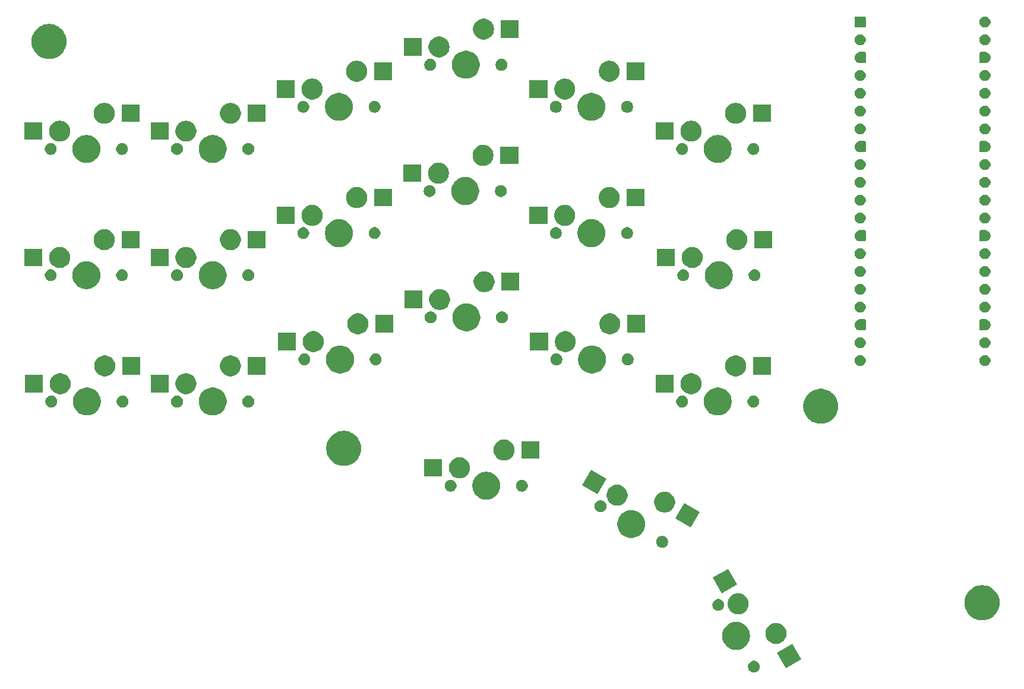
<source format=gbs>
%TF.GenerationSoftware,KiCad,Pcbnew,9.0.4*%
%TF.CreationDate,2025-11-01T07:51:32+01:00*%
%TF.ProjectId,kbv3-left,6b627633-2d6c-4656-9674-2e6b69636164,rev?*%
%TF.SameCoordinates,Original*%
%TF.FileFunction,Soldermask,Bot*%
%TF.FilePolarity,Negative*%
%FSLAX46Y46*%
G04 Gerber Fmt 4.6, Leading zero omitted, Abs format (unit mm)*
G04 Created by KiCad (PCBNEW 9.0.4) date 2025-11-01 07:51:32*
%MOMM*%
%LPD*%
G01*
G04 APERTURE LIST*
G04 APERTURE END LIST*
G36*
X181727003Y-144304557D02*
G01*
X181881111Y-144368391D01*
X182019805Y-144461063D01*
X182137755Y-144579013D01*
X182230427Y-144717707D01*
X182294261Y-144871815D01*
X182326803Y-145035415D01*
X182326803Y-145202221D01*
X182294261Y-145365821D01*
X182230427Y-145519929D01*
X182137755Y-145658623D01*
X182019805Y-145776573D01*
X181881111Y-145869245D01*
X181727003Y-145933079D01*
X181563403Y-145965621D01*
X181396597Y-145965621D01*
X181232997Y-145933079D01*
X181078889Y-145869245D01*
X180940195Y-145776573D01*
X180822245Y-145658623D01*
X180729573Y-145519929D01*
X180665739Y-145365821D01*
X180633197Y-145202221D01*
X180633197Y-145035415D01*
X180665739Y-144871815D01*
X180729573Y-144717707D01*
X180822245Y-144579013D01*
X180940195Y-144461063D01*
X181078889Y-144368391D01*
X181232997Y-144304557D01*
X181396597Y-144272015D01*
X181563403Y-144272015D01*
X181727003Y-144304557D01*
G37*
G36*
X188204441Y-144105891D02*
G01*
X186039377Y-145355891D01*
X184764377Y-143147527D01*
X186929441Y-141897527D01*
X188204441Y-144105891D01*
G37*
G36*
X179328991Y-138763821D02*
G01*
X179580918Y-138831325D01*
X179821879Y-138931134D01*
X180047751Y-139061542D01*
X180254670Y-139220316D01*
X180439093Y-139404739D01*
X180597867Y-139611658D01*
X180728275Y-139837530D01*
X180828084Y-140078491D01*
X180895588Y-140330418D01*
X180929631Y-140589002D01*
X180929631Y-140849816D01*
X180895588Y-141108400D01*
X180828084Y-141360327D01*
X180728275Y-141601288D01*
X180597867Y-141827160D01*
X180439093Y-142034079D01*
X180254670Y-142218502D01*
X180047751Y-142377276D01*
X179821879Y-142507684D01*
X179580918Y-142607493D01*
X179328991Y-142674997D01*
X179070407Y-142709040D01*
X178809593Y-142709040D01*
X178551009Y-142674997D01*
X178299082Y-142607493D01*
X178058121Y-142507684D01*
X177832249Y-142377276D01*
X177625330Y-142218502D01*
X177440907Y-142034079D01*
X177282133Y-141827160D01*
X177151725Y-141601288D01*
X177051916Y-141360327D01*
X176984412Y-141108400D01*
X176950369Y-140849816D01*
X176950369Y-140589002D01*
X176984412Y-140330418D01*
X177051916Y-140078491D01*
X177151725Y-139837530D01*
X177282133Y-139611658D01*
X177440907Y-139404739D01*
X177625330Y-139220316D01*
X177832249Y-139061542D01*
X178058121Y-138931134D01*
X178299082Y-138831325D01*
X178551009Y-138763821D01*
X178809593Y-138729778D01*
X179070407Y-138729778D01*
X179328991Y-138763821D01*
G37*
G36*
X184959577Y-138920559D02*
G01*
X185183434Y-138993295D01*
X185393157Y-139100154D01*
X185583581Y-139238505D01*
X185750018Y-139404942D01*
X185888369Y-139595366D01*
X185995228Y-139805089D01*
X186067964Y-140028946D01*
X186104785Y-140261425D01*
X186104785Y-140496803D01*
X186067964Y-140729282D01*
X185995228Y-140953139D01*
X185888369Y-141162862D01*
X185750018Y-141353286D01*
X185583581Y-141519723D01*
X185393157Y-141658074D01*
X185183434Y-141764933D01*
X184959577Y-141837669D01*
X184727098Y-141874490D01*
X184491720Y-141874490D01*
X184259241Y-141837669D01*
X184035384Y-141764933D01*
X183825661Y-141658074D01*
X183635237Y-141519723D01*
X183468800Y-141353286D01*
X183330449Y-141162862D01*
X183223590Y-140953139D01*
X183150854Y-140729282D01*
X183114033Y-140496803D01*
X183114033Y-140261425D01*
X183150854Y-140028946D01*
X183223590Y-139805089D01*
X183330449Y-139595366D01*
X183468800Y-139404942D01*
X183635237Y-139238505D01*
X183825661Y-139100154D01*
X184035384Y-138993295D01*
X184259241Y-138920559D01*
X184491720Y-138883738D01*
X184727098Y-138883738D01*
X184959577Y-138920559D01*
G37*
G36*
X214418766Y-133535322D02*
G01*
X214692089Y-133597707D01*
X214956709Y-133690301D01*
X215209297Y-133811941D01*
X215446678Y-133961098D01*
X215665866Y-134135895D01*
X215864105Y-134334134D01*
X216038902Y-134553322D01*
X216188059Y-134790703D01*
X216309699Y-135043291D01*
X216402293Y-135307911D01*
X216464678Y-135581234D01*
X216496067Y-135859824D01*
X216496067Y-136140176D01*
X216464678Y-136418766D01*
X216402293Y-136692089D01*
X216309699Y-136956709D01*
X216188059Y-137209297D01*
X216038902Y-137446678D01*
X215864105Y-137665866D01*
X215665866Y-137864105D01*
X215446678Y-138038902D01*
X215209297Y-138188059D01*
X214956709Y-138309699D01*
X214692089Y-138402293D01*
X214418766Y-138464678D01*
X214140176Y-138496067D01*
X213859824Y-138496067D01*
X213581234Y-138464678D01*
X213307911Y-138402293D01*
X213043291Y-138309699D01*
X212790703Y-138188059D01*
X212553322Y-138038902D01*
X212334134Y-137864105D01*
X212135895Y-137665866D01*
X211961098Y-137446678D01*
X211811941Y-137209297D01*
X211690301Y-136956709D01*
X211597707Y-136692089D01*
X211535322Y-136418766D01*
X211503933Y-136140176D01*
X211503933Y-135859824D01*
X211535322Y-135581234D01*
X211597707Y-135307911D01*
X211690301Y-135043291D01*
X211811941Y-134790703D01*
X211961098Y-134553322D01*
X212135895Y-134334134D01*
X212334134Y-134135895D01*
X212553322Y-133961098D01*
X212790703Y-133811941D01*
X213043291Y-133690301D01*
X213307911Y-133597707D01*
X213581234Y-133535322D01*
X213859824Y-133503933D01*
X214140176Y-133503933D01*
X214418766Y-133535322D01*
G37*
G36*
X179584873Y-134691297D02*
G01*
X179808730Y-134764033D01*
X180018453Y-134870892D01*
X180208877Y-135009243D01*
X180375314Y-135175680D01*
X180513665Y-135366104D01*
X180620524Y-135575827D01*
X180693260Y-135799684D01*
X180730081Y-136032163D01*
X180730081Y-136267541D01*
X180693260Y-136500020D01*
X180620524Y-136723877D01*
X180513665Y-136933600D01*
X180375314Y-137124024D01*
X180208877Y-137290461D01*
X180018453Y-137428812D01*
X179808730Y-137535671D01*
X179584873Y-137608407D01*
X179352394Y-137645228D01*
X179117016Y-137645228D01*
X178884537Y-137608407D01*
X178660680Y-137535671D01*
X178450957Y-137428812D01*
X178260533Y-137290461D01*
X178094096Y-137124024D01*
X177955745Y-136933600D01*
X177848886Y-136723877D01*
X177776150Y-136500020D01*
X177739329Y-136267541D01*
X177739329Y-136032163D01*
X177776150Y-135799684D01*
X177848886Y-135575827D01*
X177955745Y-135366104D01*
X178094096Y-135175680D01*
X178260533Y-135009243D01*
X178450957Y-134870892D01*
X178660680Y-134764033D01*
X178884537Y-134691297D01*
X179117016Y-134654476D01*
X179352394Y-134654476D01*
X179584873Y-134691297D01*
G37*
G36*
X176647003Y-135505739D02*
G01*
X176801111Y-135569573D01*
X176939805Y-135662245D01*
X177057755Y-135780195D01*
X177150427Y-135918889D01*
X177214261Y-136072997D01*
X177246803Y-136236597D01*
X177246803Y-136403403D01*
X177214261Y-136567003D01*
X177150427Y-136721111D01*
X177057755Y-136859805D01*
X176939805Y-136977755D01*
X176801111Y-137070427D01*
X176647003Y-137134261D01*
X176483403Y-137166803D01*
X176316597Y-137166803D01*
X176152997Y-137134261D01*
X175998889Y-137070427D01*
X175860195Y-136977755D01*
X175742245Y-136859805D01*
X175649573Y-136721111D01*
X175585739Y-136567003D01*
X175553197Y-136403403D01*
X175553197Y-136236597D01*
X175585739Y-136072997D01*
X175649573Y-135918889D01*
X175742245Y-135780195D01*
X175860195Y-135662245D01*
X175998889Y-135569573D01*
X176152997Y-135505739D01*
X176316597Y-135473197D01*
X176483403Y-135473197D01*
X176647003Y-135505739D01*
G37*
G36*
X179079737Y-133381439D02*
G01*
X176914673Y-134631439D01*
X175639673Y-132423075D01*
X177804737Y-131173075D01*
X179079737Y-133381439D01*
G37*
G36*
X168647003Y-126505739D02*
G01*
X168801111Y-126569573D01*
X168939805Y-126662245D01*
X169057755Y-126780195D01*
X169150427Y-126918889D01*
X169214261Y-127072997D01*
X169246803Y-127236597D01*
X169246803Y-127403403D01*
X169214261Y-127567003D01*
X169150427Y-127721111D01*
X169057755Y-127859805D01*
X168939805Y-127977755D01*
X168801111Y-128070427D01*
X168647003Y-128134261D01*
X168483403Y-128166803D01*
X168316597Y-128166803D01*
X168152997Y-128134261D01*
X167998889Y-128070427D01*
X167860195Y-127977755D01*
X167742245Y-127859805D01*
X167649573Y-127721111D01*
X167585739Y-127567003D01*
X167553197Y-127403403D01*
X167553197Y-127236597D01*
X167585739Y-127072997D01*
X167649573Y-126918889D01*
X167742245Y-126780195D01*
X167860195Y-126662245D01*
X167998889Y-126569573D01*
X168152997Y-126505739D01*
X168316597Y-126473197D01*
X168483403Y-126473197D01*
X168647003Y-126505739D01*
G37*
G36*
X164389582Y-122824412D02*
G01*
X164641509Y-122891916D01*
X164882470Y-122991725D01*
X165108342Y-123122133D01*
X165315261Y-123280907D01*
X165499684Y-123465330D01*
X165658458Y-123672249D01*
X165788866Y-123898121D01*
X165888675Y-124139082D01*
X165956179Y-124391009D01*
X165990222Y-124649593D01*
X165990222Y-124910407D01*
X165956179Y-125168991D01*
X165888675Y-125420918D01*
X165788866Y-125661879D01*
X165658458Y-125887751D01*
X165499684Y-126094670D01*
X165315261Y-126279093D01*
X165108342Y-126437867D01*
X164882470Y-126568275D01*
X164641509Y-126668084D01*
X164389582Y-126735588D01*
X164130998Y-126769631D01*
X163870184Y-126769631D01*
X163611600Y-126735588D01*
X163359673Y-126668084D01*
X163118712Y-126568275D01*
X162892840Y-126437867D01*
X162685921Y-126279093D01*
X162501498Y-126094670D01*
X162342724Y-125887751D01*
X162212316Y-125661879D01*
X162112507Y-125420918D01*
X162045003Y-125168991D01*
X162010960Y-124910407D01*
X162010960Y-124649593D01*
X162045003Y-124391009D01*
X162112507Y-124139082D01*
X162212316Y-123898121D01*
X162342724Y-123672249D01*
X162501498Y-123465330D01*
X162685921Y-123280907D01*
X162892840Y-123122133D01*
X163118712Y-122991725D01*
X163359673Y-122891916D01*
X163611600Y-122824412D01*
X163870184Y-122790369D01*
X164130998Y-122790369D01*
X164389582Y-122824412D01*
G37*
G36*
X173717073Y-123080559D02*
G01*
X172467073Y-125245623D01*
X170258709Y-123970623D01*
X170430975Y-123672249D01*
X171505755Y-121810674D01*
X171505757Y-121810671D01*
X171508709Y-121805559D01*
X173717073Y-123080559D01*
G37*
G36*
X169090464Y-120192036D02*
G01*
X169314321Y-120264772D01*
X169524044Y-120371631D01*
X169714468Y-120509982D01*
X169880905Y-120676419D01*
X170019256Y-120866843D01*
X170126115Y-121076566D01*
X170198851Y-121300423D01*
X170235672Y-121532902D01*
X170235672Y-121768280D01*
X170198851Y-122000759D01*
X170126115Y-122224616D01*
X170019256Y-122434339D01*
X169880905Y-122624763D01*
X169714468Y-122791200D01*
X169524044Y-122929551D01*
X169314321Y-123036410D01*
X169090464Y-123109146D01*
X168857985Y-123145967D01*
X168622607Y-123145967D01*
X168390128Y-123109146D01*
X168166271Y-123036410D01*
X167956548Y-122929551D01*
X167766124Y-122791200D01*
X167599687Y-122624763D01*
X167461336Y-122434339D01*
X167354477Y-122224616D01*
X167281741Y-122000759D01*
X167244920Y-121768280D01*
X167244920Y-121532902D01*
X167281741Y-121300423D01*
X167354477Y-121076566D01*
X167461336Y-120866843D01*
X167599687Y-120676419D01*
X167766124Y-120509982D01*
X167956548Y-120371631D01*
X168166271Y-120264772D01*
X168390128Y-120192036D01*
X168622607Y-120155215D01*
X168857985Y-120155215D01*
X169090464Y-120192036D01*
G37*
G36*
X159848185Y-121425739D02*
G01*
X160002293Y-121489573D01*
X160140987Y-121582245D01*
X160258937Y-121700195D01*
X160351609Y-121838889D01*
X160415443Y-121992997D01*
X160447985Y-122156597D01*
X160447985Y-122323403D01*
X160415443Y-122487003D01*
X160351609Y-122641111D01*
X160258937Y-122779805D01*
X160140987Y-122897755D01*
X160002293Y-122990427D01*
X159848185Y-123054261D01*
X159684585Y-123086803D01*
X159517779Y-123086803D01*
X159354179Y-123054261D01*
X159200071Y-122990427D01*
X159061377Y-122897755D01*
X158943427Y-122779805D01*
X158850755Y-122641111D01*
X158786921Y-122487003D01*
X158754379Y-122323403D01*
X158754379Y-122156597D01*
X158786921Y-121992997D01*
X158850755Y-121838889D01*
X158943427Y-121700195D01*
X159061377Y-121582245D01*
X159200071Y-121489573D01*
X159354179Y-121425739D01*
X159517779Y-121393197D01*
X159684585Y-121393197D01*
X159848185Y-121425739D01*
G37*
G36*
X162321202Y-119216740D02*
G01*
X162545059Y-119289476D01*
X162754782Y-119396335D01*
X162945206Y-119534686D01*
X163111643Y-119701123D01*
X163249994Y-119891547D01*
X163356853Y-120101270D01*
X163429589Y-120325127D01*
X163466410Y-120557606D01*
X163466410Y-120792984D01*
X163429589Y-121025463D01*
X163356853Y-121249320D01*
X163249994Y-121459043D01*
X163111643Y-121649467D01*
X162945206Y-121815904D01*
X162754782Y-121954255D01*
X162545059Y-122061114D01*
X162321202Y-122133850D01*
X162088723Y-122170671D01*
X161853345Y-122170671D01*
X161620866Y-122133850D01*
X161397009Y-122061114D01*
X161187286Y-121954255D01*
X160996862Y-121815904D01*
X160830425Y-121649467D01*
X160692074Y-121459043D01*
X160585215Y-121249320D01*
X160512479Y-121025463D01*
X160475658Y-120792984D01*
X160475658Y-120557606D01*
X160512479Y-120325127D01*
X160585215Y-120101270D01*
X160692074Y-119891547D01*
X160830425Y-119701123D01*
X160996862Y-119534686D01*
X161187286Y-119396335D01*
X161397009Y-119289476D01*
X161620866Y-119216740D01*
X161853345Y-119179919D01*
X162088723Y-119179919D01*
X162321202Y-119216740D01*
G37*
G36*
X143708991Y-117364412D02*
G01*
X143960918Y-117431916D01*
X144201879Y-117531725D01*
X144427751Y-117662133D01*
X144634670Y-117820907D01*
X144819093Y-118005330D01*
X144977867Y-118212249D01*
X145108275Y-118438121D01*
X145208084Y-118679082D01*
X145275588Y-118931009D01*
X145309631Y-119189593D01*
X145309631Y-119450407D01*
X145275588Y-119708991D01*
X145208084Y-119960918D01*
X145108275Y-120201879D01*
X144977867Y-120427751D01*
X144819093Y-120634670D01*
X144634670Y-120819093D01*
X144427751Y-120977867D01*
X144201879Y-121108275D01*
X143960918Y-121208084D01*
X143708991Y-121275588D01*
X143450407Y-121309631D01*
X143189593Y-121309631D01*
X142931009Y-121275588D01*
X142679082Y-121208084D01*
X142438121Y-121108275D01*
X142212249Y-120977867D01*
X142005330Y-120819093D01*
X141820907Y-120634670D01*
X141662133Y-120427751D01*
X141531725Y-120201879D01*
X141431916Y-119960918D01*
X141364412Y-119708991D01*
X141330369Y-119450407D01*
X141330369Y-119189593D01*
X141364412Y-118931009D01*
X141431916Y-118679082D01*
X141531725Y-118438121D01*
X141662133Y-118212249D01*
X141820907Y-118005330D01*
X142005330Y-117820907D01*
X142212249Y-117662133D01*
X142438121Y-117531725D01*
X142679082Y-117431916D01*
X142931009Y-117364412D01*
X143189593Y-117330369D01*
X143450407Y-117330369D01*
X143708991Y-117364412D01*
G37*
G36*
X160452621Y-118355263D02*
G01*
X159202621Y-120520327D01*
X156994257Y-119245327D01*
X156997211Y-119240210D01*
X158241303Y-117085378D01*
X158241305Y-117085375D01*
X158244257Y-117080263D01*
X160452621Y-118355263D01*
G37*
G36*
X138487003Y-118505739D02*
G01*
X138641111Y-118569573D01*
X138779805Y-118662245D01*
X138897755Y-118780195D01*
X138990427Y-118918889D01*
X139054261Y-119072997D01*
X139086803Y-119236597D01*
X139086803Y-119403403D01*
X139054261Y-119567003D01*
X138990427Y-119721111D01*
X138897755Y-119859805D01*
X138779805Y-119977755D01*
X138641111Y-120070427D01*
X138487003Y-120134261D01*
X138323403Y-120166803D01*
X138156597Y-120166803D01*
X137992997Y-120134261D01*
X137838889Y-120070427D01*
X137700195Y-119977755D01*
X137582245Y-119859805D01*
X137489573Y-119721111D01*
X137425739Y-119567003D01*
X137393197Y-119403403D01*
X137393197Y-119236597D01*
X137425739Y-119072997D01*
X137489573Y-118918889D01*
X137582245Y-118780195D01*
X137700195Y-118662245D01*
X137838889Y-118569573D01*
X137992997Y-118505739D01*
X138156597Y-118473197D01*
X138323403Y-118473197D01*
X138487003Y-118505739D01*
G37*
G36*
X148647003Y-118505739D02*
G01*
X148801111Y-118569573D01*
X148939805Y-118662245D01*
X149057755Y-118780195D01*
X149150427Y-118918889D01*
X149214261Y-119072997D01*
X149246803Y-119236597D01*
X149246803Y-119403403D01*
X149214261Y-119567003D01*
X149150427Y-119721111D01*
X149057755Y-119859805D01*
X148939805Y-119977755D01*
X148801111Y-120070427D01*
X148647003Y-120134261D01*
X148483403Y-120166803D01*
X148316597Y-120166803D01*
X148152997Y-120134261D01*
X147998889Y-120070427D01*
X147860195Y-119977755D01*
X147742245Y-119859805D01*
X147649573Y-119721111D01*
X147585739Y-119567003D01*
X147553197Y-119403403D01*
X147553197Y-119236597D01*
X147585739Y-119072997D01*
X147649573Y-118918889D01*
X147742245Y-118780195D01*
X147860195Y-118662245D01*
X147998889Y-118569573D01*
X148152997Y-118505739D01*
X148316597Y-118473197D01*
X148483403Y-118473197D01*
X148647003Y-118505739D01*
G37*
G36*
X139860168Y-115321445D02*
G01*
X140084025Y-115394181D01*
X140293748Y-115501040D01*
X140484172Y-115639391D01*
X140650609Y-115805828D01*
X140788960Y-115996252D01*
X140895819Y-116205975D01*
X140968555Y-116429832D01*
X141005376Y-116662311D01*
X141005376Y-116897689D01*
X140968555Y-117130168D01*
X140895819Y-117354025D01*
X140788960Y-117563748D01*
X140650609Y-117754172D01*
X140484172Y-117920609D01*
X140293748Y-118058960D01*
X140084025Y-118165819D01*
X139860168Y-118238555D01*
X139627689Y-118275376D01*
X139392311Y-118275376D01*
X139159832Y-118238555D01*
X138935975Y-118165819D01*
X138726252Y-118058960D01*
X138535828Y-117920609D01*
X138369391Y-117754172D01*
X138231040Y-117563748D01*
X138124181Y-117354025D01*
X138051445Y-117130168D01*
X138014624Y-116897689D01*
X138014624Y-116662311D01*
X138051445Y-116429832D01*
X138124181Y-116205975D01*
X138231040Y-115996252D01*
X138369391Y-115805828D01*
X138535828Y-115639391D01*
X138726252Y-115501040D01*
X138935975Y-115394181D01*
X139159832Y-115321445D01*
X139392311Y-115284624D01*
X139627689Y-115284624D01*
X139860168Y-115321445D01*
G37*
G36*
X137035000Y-118030000D02*
G01*
X134485000Y-118030000D01*
X134485000Y-115530000D01*
X137035000Y-115530000D01*
X137035000Y-118030000D01*
G37*
G36*
X123418766Y-111535322D02*
G01*
X123692089Y-111597707D01*
X123956709Y-111690301D01*
X124209297Y-111811941D01*
X124446678Y-111961098D01*
X124665866Y-112135895D01*
X124864105Y-112334134D01*
X125038902Y-112553322D01*
X125188059Y-112790703D01*
X125309699Y-113043291D01*
X125402293Y-113307911D01*
X125464678Y-113581234D01*
X125496067Y-113859824D01*
X125496067Y-114140176D01*
X125464678Y-114418766D01*
X125402293Y-114692089D01*
X125309699Y-114956709D01*
X125188059Y-115209297D01*
X125038902Y-115446678D01*
X124864105Y-115665866D01*
X124665866Y-115864105D01*
X124446678Y-116038902D01*
X124209297Y-116188059D01*
X123956709Y-116309699D01*
X123692089Y-116402293D01*
X123418766Y-116464678D01*
X123140176Y-116496067D01*
X122859824Y-116496067D01*
X122581234Y-116464678D01*
X122307911Y-116402293D01*
X122043291Y-116309699D01*
X121790703Y-116188059D01*
X121553322Y-116038902D01*
X121334134Y-115864105D01*
X121135895Y-115665866D01*
X120961098Y-115446678D01*
X120811941Y-115209297D01*
X120690301Y-114956709D01*
X120597707Y-114692089D01*
X120535322Y-114418766D01*
X120503933Y-114140176D01*
X120503933Y-113859824D01*
X120535322Y-113581234D01*
X120597707Y-113307911D01*
X120690301Y-113043291D01*
X120811941Y-112790703D01*
X120961098Y-112553322D01*
X121135895Y-112334134D01*
X121334134Y-112135895D01*
X121553322Y-111961098D01*
X121790703Y-111811941D01*
X122043291Y-111690301D01*
X122307911Y-111597707D01*
X122581234Y-111535322D01*
X122859824Y-111503933D01*
X123140176Y-111503933D01*
X123418766Y-111535322D01*
G37*
G36*
X146210168Y-112781445D02*
G01*
X146434025Y-112854181D01*
X146643748Y-112961040D01*
X146834172Y-113099391D01*
X147000609Y-113265828D01*
X147138960Y-113456252D01*
X147245819Y-113665975D01*
X147318555Y-113889832D01*
X147355376Y-114122311D01*
X147355376Y-114357689D01*
X147318555Y-114590168D01*
X147245819Y-114814025D01*
X147138960Y-115023748D01*
X147000609Y-115214172D01*
X146834172Y-115380609D01*
X146643748Y-115518960D01*
X146434025Y-115625819D01*
X146210168Y-115698555D01*
X145977689Y-115735376D01*
X145742311Y-115735376D01*
X145509832Y-115698555D01*
X145285975Y-115625819D01*
X145076252Y-115518960D01*
X144885828Y-115380609D01*
X144719391Y-115214172D01*
X144581040Y-115023748D01*
X144474181Y-114814025D01*
X144401445Y-114590168D01*
X144364624Y-114357689D01*
X144364624Y-114122311D01*
X144401445Y-113889832D01*
X144474181Y-113665975D01*
X144581040Y-113456252D01*
X144719391Y-113265828D01*
X144885828Y-113099391D01*
X145076252Y-112961040D01*
X145285975Y-112854181D01*
X145509832Y-112781445D01*
X145742311Y-112744624D01*
X145977689Y-112744624D01*
X146210168Y-112781445D01*
G37*
G36*
X150885000Y-115490000D02*
G01*
X148335000Y-115490000D01*
X148335000Y-112990000D01*
X150885000Y-112990000D01*
X150885000Y-115490000D01*
G37*
G36*
X191418766Y-105535322D02*
G01*
X191692089Y-105597707D01*
X191956709Y-105690301D01*
X192209297Y-105811941D01*
X192446678Y-105961098D01*
X192665866Y-106135895D01*
X192864105Y-106334134D01*
X193038902Y-106553322D01*
X193188059Y-106790703D01*
X193309699Y-107043291D01*
X193402293Y-107307911D01*
X193464678Y-107581234D01*
X193496067Y-107859824D01*
X193496067Y-108140176D01*
X193464678Y-108418766D01*
X193402293Y-108692089D01*
X193309699Y-108956709D01*
X193188059Y-109209297D01*
X193038902Y-109446678D01*
X192864105Y-109665866D01*
X192665866Y-109864105D01*
X192446678Y-110038902D01*
X192209297Y-110188059D01*
X191956709Y-110309699D01*
X191692089Y-110402293D01*
X191418766Y-110464678D01*
X191140176Y-110496067D01*
X190859824Y-110496067D01*
X190581234Y-110464678D01*
X190307911Y-110402293D01*
X190043291Y-110309699D01*
X189790703Y-110188059D01*
X189553322Y-110038902D01*
X189334134Y-109864105D01*
X189135895Y-109665866D01*
X188961098Y-109446678D01*
X188811941Y-109209297D01*
X188690301Y-108956709D01*
X188597707Y-108692089D01*
X188535322Y-108418766D01*
X188503933Y-108140176D01*
X188503933Y-107859824D01*
X188535322Y-107581234D01*
X188597707Y-107307911D01*
X188690301Y-107043291D01*
X188811941Y-106790703D01*
X188961098Y-106553322D01*
X189135895Y-106334134D01*
X189334134Y-106135895D01*
X189553322Y-105961098D01*
X189790703Y-105811941D01*
X190043291Y-105690301D01*
X190307911Y-105597707D01*
X190581234Y-105535322D01*
X190859824Y-105503933D01*
X191140176Y-105503933D01*
X191418766Y-105535322D01*
G37*
G36*
X86788991Y-105364412D02*
G01*
X87040918Y-105431916D01*
X87281879Y-105531725D01*
X87507751Y-105662133D01*
X87714670Y-105820907D01*
X87899093Y-106005330D01*
X88057867Y-106212249D01*
X88188275Y-106438121D01*
X88288084Y-106679082D01*
X88355588Y-106931009D01*
X88389631Y-107189593D01*
X88389631Y-107450407D01*
X88355588Y-107708991D01*
X88288084Y-107960918D01*
X88188275Y-108201879D01*
X88057867Y-108427751D01*
X87899093Y-108634670D01*
X87714670Y-108819093D01*
X87507751Y-108977867D01*
X87281879Y-109108275D01*
X87040918Y-109208084D01*
X86788991Y-109275588D01*
X86530407Y-109309631D01*
X86269593Y-109309631D01*
X86011009Y-109275588D01*
X85759082Y-109208084D01*
X85518121Y-109108275D01*
X85292249Y-108977867D01*
X85085330Y-108819093D01*
X84900907Y-108634670D01*
X84742133Y-108427751D01*
X84611725Y-108201879D01*
X84511916Y-107960918D01*
X84444412Y-107708991D01*
X84410369Y-107450407D01*
X84410369Y-107189593D01*
X84444412Y-106931009D01*
X84511916Y-106679082D01*
X84611725Y-106438121D01*
X84742133Y-106212249D01*
X84900907Y-106005330D01*
X85085330Y-105820907D01*
X85292249Y-105662133D01*
X85518121Y-105531725D01*
X85759082Y-105431916D01*
X86011009Y-105364412D01*
X86269593Y-105330369D01*
X86530407Y-105330369D01*
X86788991Y-105364412D01*
G37*
G36*
X104708991Y-105364412D02*
G01*
X104960918Y-105431916D01*
X105201879Y-105531725D01*
X105427751Y-105662133D01*
X105634670Y-105820907D01*
X105819093Y-106005330D01*
X105977867Y-106212249D01*
X106108275Y-106438121D01*
X106208084Y-106679082D01*
X106275588Y-106931009D01*
X106309631Y-107189593D01*
X106309631Y-107450407D01*
X106275588Y-107708991D01*
X106208084Y-107960918D01*
X106108275Y-108201879D01*
X105977867Y-108427751D01*
X105819093Y-108634670D01*
X105634670Y-108819093D01*
X105427751Y-108977867D01*
X105201879Y-109108275D01*
X104960918Y-109208084D01*
X104708991Y-109275588D01*
X104450407Y-109309631D01*
X104189593Y-109309631D01*
X103931009Y-109275588D01*
X103679082Y-109208084D01*
X103438121Y-109108275D01*
X103212249Y-108977867D01*
X103005330Y-108819093D01*
X102820907Y-108634670D01*
X102662133Y-108427751D01*
X102531725Y-108201879D01*
X102431916Y-107960918D01*
X102364412Y-107708991D01*
X102330369Y-107450407D01*
X102330369Y-107189593D01*
X102364412Y-106931009D01*
X102431916Y-106679082D01*
X102531725Y-106438121D01*
X102662133Y-106212249D01*
X102820907Y-106005330D01*
X103005330Y-105820907D01*
X103212249Y-105662133D01*
X103438121Y-105531725D01*
X103679082Y-105431916D01*
X103931009Y-105364412D01*
X104189593Y-105330369D01*
X104450407Y-105330369D01*
X104708991Y-105364412D01*
G37*
G36*
X176708991Y-105364412D02*
G01*
X176960918Y-105431916D01*
X177201879Y-105531725D01*
X177427751Y-105662133D01*
X177634670Y-105820907D01*
X177819093Y-106005330D01*
X177977867Y-106212249D01*
X178108275Y-106438121D01*
X178208084Y-106679082D01*
X178275588Y-106931009D01*
X178309631Y-107189593D01*
X178309631Y-107450407D01*
X178275588Y-107708991D01*
X178208084Y-107960918D01*
X178108275Y-108201879D01*
X177977867Y-108427751D01*
X177819093Y-108634670D01*
X177634670Y-108819093D01*
X177427751Y-108977867D01*
X177201879Y-109108275D01*
X176960918Y-109208084D01*
X176708991Y-109275588D01*
X176450407Y-109309631D01*
X176189593Y-109309631D01*
X175931009Y-109275588D01*
X175679082Y-109208084D01*
X175438121Y-109108275D01*
X175212249Y-108977867D01*
X175005330Y-108819093D01*
X174820907Y-108634670D01*
X174662133Y-108427751D01*
X174531725Y-108201879D01*
X174431916Y-107960918D01*
X174364412Y-107708991D01*
X174330369Y-107450407D01*
X174330369Y-107189593D01*
X174364412Y-106931009D01*
X174431916Y-106679082D01*
X174531725Y-106438121D01*
X174662133Y-106212249D01*
X174820907Y-106005330D01*
X175005330Y-105820907D01*
X175212249Y-105662133D01*
X175438121Y-105531725D01*
X175679082Y-105431916D01*
X175931009Y-105364412D01*
X176189593Y-105330369D01*
X176450407Y-105330369D01*
X176708991Y-105364412D01*
G37*
G36*
X81567003Y-106505739D02*
G01*
X81721111Y-106569573D01*
X81859805Y-106662245D01*
X81977755Y-106780195D01*
X82070427Y-106918889D01*
X82134261Y-107072997D01*
X82166803Y-107236597D01*
X82166803Y-107403403D01*
X82134261Y-107567003D01*
X82070427Y-107721111D01*
X81977755Y-107859805D01*
X81859805Y-107977755D01*
X81721111Y-108070427D01*
X81567003Y-108134261D01*
X81403403Y-108166803D01*
X81236597Y-108166803D01*
X81072997Y-108134261D01*
X80918889Y-108070427D01*
X80780195Y-107977755D01*
X80662245Y-107859805D01*
X80569573Y-107721111D01*
X80505739Y-107567003D01*
X80473197Y-107403403D01*
X80473197Y-107236597D01*
X80505739Y-107072997D01*
X80569573Y-106918889D01*
X80662245Y-106780195D01*
X80780195Y-106662245D01*
X80918889Y-106569573D01*
X81072997Y-106505739D01*
X81236597Y-106473197D01*
X81403403Y-106473197D01*
X81567003Y-106505739D01*
G37*
G36*
X91727003Y-106505739D02*
G01*
X91881111Y-106569573D01*
X92019805Y-106662245D01*
X92137755Y-106780195D01*
X92230427Y-106918889D01*
X92294261Y-107072997D01*
X92326803Y-107236597D01*
X92326803Y-107403403D01*
X92294261Y-107567003D01*
X92230427Y-107721111D01*
X92137755Y-107859805D01*
X92019805Y-107977755D01*
X91881111Y-108070427D01*
X91727003Y-108134261D01*
X91563403Y-108166803D01*
X91396597Y-108166803D01*
X91232997Y-108134261D01*
X91078889Y-108070427D01*
X90940195Y-107977755D01*
X90822245Y-107859805D01*
X90729573Y-107721111D01*
X90665739Y-107567003D01*
X90633197Y-107403403D01*
X90633197Y-107236597D01*
X90665739Y-107072997D01*
X90729573Y-106918889D01*
X90822245Y-106780195D01*
X90940195Y-106662245D01*
X91078889Y-106569573D01*
X91232997Y-106505739D01*
X91396597Y-106473197D01*
X91563403Y-106473197D01*
X91727003Y-106505739D01*
G37*
G36*
X99487003Y-106505739D02*
G01*
X99641111Y-106569573D01*
X99779805Y-106662245D01*
X99897755Y-106780195D01*
X99990427Y-106918889D01*
X100054261Y-107072997D01*
X100086803Y-107236597D01*
X100086803Y-107403403D01*
X100054261Y-107567003D01*
X99990427Y-107721111D01*
X99897755Y-107859805D01*
X99779805Y-107977755D01*
X99641111Y-108070427D01*
X99487003Y-108134261D01*
X99323403Y-108166803D01*
X99156597Y-108166803D01*
X98992997Y-108134261D01*
X98838889Y-108070427D01*
X98700195Y-107977755D01*
X98582245Y-107859805D01*
X98489573Y-107721111D01*
X98425739Y-107567003D01*
X98393197Y-107403403D01*
X98393197Y-107236597D01*
X98425739Y-107072997D01*
X98489573Y-106918889D01*
X98582245Y-106780195D01*
X98700195Y-106662245D01*
X98838889Y-106569573D01*
X98992997Y-106505739D01*
X99156597Y-106473197D01*
X99323403Y-106473197D01*
X99487003Y-106505739D01*
G37*
G36*
X109647003Y-106505739D02*
G01*
X109801111Y-106569573D01*
X109939805Y-106662245D01*
X110057755Y-106780195D01*
X110150427Y-106918889D01*
X110214261Y-107072997D01*
X110246803Y-107236597D01*
X110246803Y-107403403D01*
X110214261Y-107567003D01*
X110150427Y-107721111D01*
X110057755Y-107859805D01*
X109939805Y-107977755D01*
X109801111Y-108070427D01*
X109647003Y-108134261D01*
X109483403Y-108166803D01*
X109316597Y-108166803D01*
X109152997Y-108134261D01*
X108998889Y-108070427D01*
X108860195Y-107977755D01*
X108742245Y-107859805D01*
X108649573Y-107721111D01*
X108585739Y-107567003D01*
X108553197Y-107403403D01*
X108553197Y-107236597D01*
X108585739Y-107072997D01*
X108649573Y-106918889D01*
X108742245Y-106780195D01*
X108860195Y-106662245D01*
X108998889Y-106569573D01*
X109152997Y-106505739D01*
X109316597Y-106473197D01*
X109483403Y-106473197D01*
X109647003Y-106505739D01*
G37*
G36*
X171487003Y-106505739D02*
G01*
X171641111Y-106569573D01*
X171779805Y-106662245D01*
X171897755Y-106780195D01*
X171990427Y-106918889D01*
X172054261Y-107072997D01*
X172086803Y-107236597D01*
X172086803Y-107403403D01*
X172054261Y-107567003D01*
X171990427Y-107721111D01*
X171897755Y-107859805D01*
X171779805Y-107977755D01*
X171641111Y-108070427D01*
X171487003Y-108134261D01*
X171323403Y-108166803D01*
X171156597Y-108166803D01*
X170992997Y-108134261D01*
X170838889Y-108070427D01*
X170700195Y-107977755D01*
X170582245Y-107859805D01*
X170489573Y-107721111D01*
X170425739Y-107567003D01*
X170393197Y-107403403D01*
X170393197Y-107236597D01*
X170425739Y-107072997D01*
X170489573Y-106918889D01*
X170582245Y-106780195D01*
X170700195Y-106662245D01*
X170838889Y-106569573D01*
X170992997Y-106505739D01*
X171156597Y-106473197D01*
X171323403Y-106473197D01*
X171487003Y-106505739D01*
G37*
G36*
X181647003Y-106505739D02*
G01*
X181801111Y-106569573D01*
X181939805Y-106662245D01*
X182057755Y-106780195D01*
X182150427Y-106918889D01*
X182214261Y-107072997D01*
X182246803Y-107236597D01*
X182246803Y-107403403D01*
X182214261Y-107567003D01*
X182150427Y-107721111D01*
X182057755Y-107859805D01*
X181939805Y-107977755D01*
X181801111Y-108070427D01*
X181647003Y-108134261D01*
X181483403Y-108166803D01*
X181316597Y-108166803D01*
X181152997Y-108134261D01*
X180998889Y-108070427D01*
X180860195Y-107977755D01*
X180742245Y-107859805D01*
X180649573Y-107721111D01*
X180585739Y-107567003D01*
X180553197Y-107403403D01*
X180553197Y-107236597D01*
X180585739Y-107072997D01*
X180649573Y-106918889D01*
X180742245Y-106780195D01*
X180860195Y-106662245D01*
X180998889Y-106569573D01*
X181152997Y-106505739D01*
X181316597Y-106473197D01*
X181483403Y-106473197D01*
X181647003Y-106505739D01*
G37*
G36*
X82940168Y-103321445D02*
G01*
X83164025Y-103394181D01*
X83373748Y-103501040D01*
X83564172Y-103639391D01*
X83730609Y-103805828D01*
X83868960Y-103996252D01*
X83975819Y-104205975D01*
X84048555Y-104429832D01*
X84085376Y-104662311D01*
X84085376Y-104897689D01*
X84048555Y-105130168D01*
X83975819Y-105354025D01*
X83868960Y-105563748D01*
X83730609Y-105754172D01*
X83564172Y-105920609D01*
X83373748Y-106058960D01*
X83164025Y-106165819D01*
X82940168Y-106238555D01*
X82707689Y-106275376D01*
X82472311Y-106275376D01*
X82239832Y-106238555D01*
X82015975Y-106165819D01*
X81806252Y-106058960D01*
X81615828Y-105920609D01*
X81449391Y-105754172D01*
X81311040Y-105563748D01*
X81204181Y-105354025D01*
X81131445Y-105130168D01*
X81094624Y-104897689D01*
X81094624Y-104662311D01*
X81131445Y-104429832D01*
X81204181Y-104205975D01*
X81311040Y-103996252D01*
X81449391Y-103805828D01*
X81615828Y-103639391D01*
X81806252Y-103501040D01*
X82015975Y-103394181D01*
X82239832Y-103321445D01*
X82472311Y-103284624D01*
X82707689Y-103284624D01*
X82940168Y-103321445D01*
G37*
G36*
X100860168Y-103321445D02*
G01*
X101084025Y-103394181D01*
X101293748Y-103501040D01*
X101484172Y-103639391D01*
X101650609Y-103805828D01*
X101788960Y-103996252D01*
X101895819Y-104205975D01*
X101968555Y-104429832D01*
X102005376Y-104662311D01*
X102005376Y-104897689D01*
X101968555Y-105130168D01*
X101895819Y-105354025D01*
X101788960Y-105563748D01*
X101650609Y-105754172D01*
X101484172Y-105920609D01*
X101293748Y-106058960D01*
X101084025Y-106165819D01*
X100860168Y-106238555D01*
X100627689Y-106275376D01*
X100392311Y-106275376D01*
X100159832Y-106238555D01*
X99935975Y-106165819D01*
X99726252Y-106058960D01*
X99535828Y-105920609D01*
X99369391Y-105754172D01*
X99231040Y-105563748D01*
X99124181Y-105354025D01*
X99051445Y-105130168D01*
X99014624Y-104897689D01*
X99014624Y-104662311D01*
X99051445Y-104429832D01*
X99124181Y-104205975D01*
X99231040Y-103996252D01*
X99369391Y-103805828D01*
X99535828Y-103639391D01*
X99726252Y-103501040D01*
X99935975Y-103394181D01*
X100159832Y-103321445D01*
X100392311Y-103284624D01*
X100627689Y-103284624D01*
X100860168Y-103321445D01*
G37*
G36*
X172860168Y-103321445D02*
G01*
X173084025Y-103394181D01*
X173293748Y-103501040D01*
X173484172Y-103639391D01*
X173650609Y-103805828D01*
X173788960Y-103996252D01*
X173895819Y-104205975D01*
X173968555Y-104429832D01*
X174005376Y-104662311D01*
X174005376Y-104897689D01*
X173968555Y-105130168D01*
X173895819Y-105354025D01*
X173788960Y-105563748D01*
X173650609Y-105754172D01*
X173484172Y-105920609D01*
X173293748Y-106058960D01*
X173084025Y-106165819D01*
X172860168Y-106238555D01*
X172627689Y-106275376D01*
X172392311Y-106275376D01*
X172159832Y-106238555D01*
X171935975Y-106165819D01*
X171726252Y-106058960D01*
X171535828Y-105920609D01*
X171369391Y-105754172D01*
X171231040Y-105563748D01*
X171124181Y-105354025D01*
X171051445Y-105130168D01*
X171014624Y-104897689D01*
X171014624Y-104662311D01*
X171051445Y-104429832D01*
X171124181Y-104205975D01*
X171231040Y-103996252D01*
X171369391Y-103805828D01*
X171535828Y-103639391D01*
X171726252Y-103501040D01*
X171935975Y-103394181D01*
X172159832Y-103321445D01*
X172392311Y-103284624D01*
X172627689Y-103284624D01*
X172860168Y-103321445D01*
G37*
G36*
X80115000Y-106030000D02*
G01*
X77565000Y-106030000D01*
X77565000Y-103530000D01*
X80115000Y-103530000D01*
X80115000Y-106030000D01*
G37*
G36*
X98035000Y-106030000D02*
G01*
X95485000Y-106030000D01*
X95485000Y-103530000D01*
X98035000Y-103530000D01*
X98035000Y-106030000D01*
G37*
G36*
X170035000Y-106030000D02*
G01*
X167485000Y-106030000D01*
X167485000Y-103530000D01*
X170035000Y-103530000D01*
X170035000Y-106030000D01*
G37*
G36*
X89290168Y-100781445D02*
G01*
X89514025Y-100854181D01*
X89723748Y-100961040D01*
X89914172Y-101099391D01*
X90080609Y-101265828D01*
X90218960Y-101456252D01*
X90325819Y-101665975D01*
X90398555Y-101889832D01*
X90435376Y-102122311D01*
X90435376Y-102357689D01*
X90398555Y-102590168D01*
X90325819Y-102814025D01*
X90218960Y-103023748D01*
X90080609Y-103214172D01*
X89914172Y-103380609D01*
X89723748Y-103518960D01*
X89514025Y-103625819D01*
X89290168Y-103698555D01*
X89057689Y-103735376D01*
X88822311Y-103735376D01*
X88589832Y-103698555D01*
X88365975Y-103625819D01*
X88156252Y-103518960D01*
X87965828Y-103380609D01*
X87799391Y-103214172D01*
X87661040Y-103023748D01*
X87554181Y-102814025D01*
X87481445Y-102590168D01*
X87444624Y-102357689D01*
X87444624Y-102122311D01*
X87481445Y-101889832D01*
X87554181Y-101665975D01*
X87661040Y-101456252D01*
X87799391Y-101265828D01*
X87965828Y-101099391D01*
X88156252Y-100961040D01*
X88365975Y-100854181D01*
X88589832Y-100781445D01*
X88822311Y-100744624D01*
X89057689Y-100744624D01*
X89290168Y-100781445D01*
G37*
G36*
X107210168Y-100781445D02*
G01*
X107434025Y-100854181D01*
X107643748Y-100961040D01*
X107834172Y-101099391D01*
X108000609Y-101265828D01*
X108138960Y-101456252D01*
X108245819Y-101665975D01*
X108318555Y-101889832D01*
X108355376Y-102122311D01*
X108355376Y-102357689D01*
X108318555Y-102590168D01*
X108245819Y-102814025D01*
X108138960Y-103023748D01*
X108000609Y-103214172D01*
X107834172Y-103380609D01*
X107643748Y-103518960D01*
X107434025Y-103625819D01*
X107210168Y-103698555D01*
X106977689Y-103735376D01*
X106742311Y-103735376D01*
X106509832Y-103698555D01*
X106285975Y-103625819D01*
X106076252Y-103518960D01*
X105885828Y-103380609D01*
X105719391Y-103214172D01*
X105581040Y-103023748D01*
X105474181Y-102814025D01*
X105401445Y-102590168D01*
X105364624Y-102357689D01*
X105364624Y-102122311D01*
X105401445Y-101889832D01*
X105474181Y-101665975D01*
X105581040Y-101456252D01*
X105719391Y-101265828D01*
X105885828Y-101099391D01*
X106076252Y-100961040D01*
X106285975Y-100854181D01*
X106509832Y-100781445D01*
X106742311Y-100744624D01*
X106977689Y-100744624D01*
X107210168Y-100781445D01*
G37*
G36*
X179210168Y-100781445D02*
G01*
X179434025Y-100854181D01*
X179643748Y-100961040D01*
X179834172Y-101099391D01*
X180000609Y-101265828D01*
X180138960Y-101456252D01*
X180245819Y-101665975D01*
X180318555Y-101889832D01*
X180355376Y-102122311D01*
X180355376Y-102357689D01*
X180318555Y-102590168D01*
X180245819Y-102814025D01*
X180138960Y-103023748D01*
X180000609Y-103214172D01*
X179834172Y-103380609D01*
X179643748Y-103518960D01*
X179434025Y-103625819D01*
X179210168Y-103698555D01*
X178977689Y-103735376D01*
X178742311Y-103735376D01*
X178509832Y-103698555D01*
X178285975Y-103625819D01*
X178076252Y-103518960D01*
X177885828Y-103380609D01*
X177719391Y-103214172D01*
X177581040Y-103023748D01*
X177474181Y-102814025D01*
X177401445Y-102590168D01*
X177364624Y-102357689D01*
X177364624Y-102122311D01*
X177401445Y-101889832D01*
X177474181Y-101665975D01*
X177581040Y-101456252D01*
X177719391Y-101265828D01*
X177885828Y-101099391D01*
X178076252Y-100961040D01*
X178285975Y-100854181D01*
X178509832Y-100781445D01*
X178742311Y-100744624D01*
X178977689Y-100744624D01*
X179210168Y-100781445D01*
G37*
G36*
X93965000Y-103490000D02*
G01*
X91415000Y-103490000D01*
X91415000Y-100990000D01*
X93965000Y-100990000D01*
X93965000Y-103490000D01*
G37*
G36*
X111885000Y-103490000D02*
G01*
X109335000Y-103490000D01*
X109335000Y-100990000D01*
X111885000Y-100990000D01*
X111885000Y-103490000D01*
G37*
G36*
X183885000Y-103490000D02*
G01*
X181335000Y-103490000D01*
X181335000Y-100990000D01*
X183885000Y-100990000D01*
X183885000Y-103490000D01*
G37*
G36*
X122868991Y-99364412D02*
G01*
X123120918Y-99431916D01*
X123361879Y-99531725D01*
X123587751Y-99662133D01*
X123794670Y-99820907D01*
X123979093Y-100005330D01*
X124137867Y-100212249D01*
X124268275Y-100438121D01*
X124368084Y-100679082D01*
X124435588Y-100931009D01*
X124469631Y-101189593D01*
X124469631Y-101450407D01*
X124435588Y-101708991D01*
X124368084Y-101960918D01*
X124268275Y-102201879D01*
X124137867Y-102427751D01*
X123979093Y-102634670D01*
X123794670Y-102819093D01*
X123587751Y-102977867D01*
X123361879Y-103108275D01*
X123120918Y-103208084D01*
X122868991Y-103275588D01*
X122610407Y-103309631D01*
X122349593Y-103309631D01*
X122091009Y-103275588D01*
X121839082Y-103208084D01*
X121598121Y-103108275D01*
X121372249Y-102977867D01*
X121165330Y-102819093D01*
X120980907Y-102634670D01*
X120822133Y-102427751D01*
X120691725Y-102201879D01*
X120591916Y-101960918D01*
X120524412Y-101708991D01*
X120490369Y-101450407D01*
X120490369Y-101189593D01*
X120524412Y-100931009D01*
X120591916Y-100679082D01*
X120691725Y-100438121D01*
X120822133Y-100212249D01*
X120980907Y-100005330D01*
X121165330Y-99820907D01*
X121372249Y-99662133D01*
X121598121Y-99531725D01*
X121839082Y-99431916D01*
X122091009Y-99364412D01*
X122349593Y-99330369D01*
X122610407Y-99330369D01*
X122868991Y-99364412D01*
G37*
G36*
X158788991Y-99364412D02*
G01*
X159040918Y-99431916D01*
X159281879Y-99531725D01*
X159507751Y-99662133D01*
X159714670Y-99820907D01*
X159899093Y-100005330D01*
X160057867Y-100212249D01*
X160188275Y-100438121D01*
X160288084Y-100679082D01*
X160355588Y-100931009D01*
X160389631Y-101189593D01*
X160389631Y-101450407D01*
X160355588Y-101708991D01*
X160288084Y-101960918D01*
X160188275Y-102201879D01*
X160057867Y-102427751D01*
X159899093Y-102634670D01*
X159714670Y-102819093D01*
X159507751Y-102977867D01*
X159281879Y-103108275D01*
X159040918Y-103208084D01*
X158788991Y-103275588D01*
X158530407Y-103309631D01*
X158269593Y-103309631D01*
X158011009Y-103275588D01*
X157759082Y-103208084D01*
X157518121Y-103108275D01*
X157292249Y-102977867D01*
X157085330Y-102819093D01*
X156900907Y-102634670D01*
X156742133Y-102427751D01*
X156611725Y-102201879D01*
X156511916Y-101960918D01*
X156444412Y-101708991D01*
X156410369Y-101450407D01*
X156410369Y-101189593D01*
X156444412Y-100931009D01*
X156511916Y-100679082D01*
X156611725Y-100438121D01*
X156742133Y-100212249D01*
X156900907Y-100005330D01*
X157085330Y-99820907D01*
X157292249Y-99662133D01*
X157518121Y-99531725D01*
X157759082Y-99431916D01*
X158011009Y-99364412D01*
X158269593Y-99330369D01*
X158530407Y-99330369D01*
X158788991Y-99364412D01*
G37*
G36*
X196852228Y-100714448D02*
G01*
X196997117Y-100774463D01*
X197127515Y-100861592D01*
X197238408Y-100972485D01*
X197325537Y-101102883D01*
X197385552Y-101247772D01*
X197416148Y-101401586D01*
X197416148Y-101558414D01*
X197385552Y-101712228D01*
X197325537Y-101857117D01*
X197238408Y-101987515D01*
X197127515Y-102098408D01*
X196997117Y-102185537D01*
X196852228Y-102245552D01*
X196698414Y-102276148D01*
X196541586Y-102276148D01*
X196387772Y-102245552D01*
X196242883Y-102185537D01*
X196112485Y-102098408D01*
X196001592Y-101987515D01*
X195914463Y-101857117D01*
X195854448Y-101712228D01*
X195823852Y-101558414D01*
X195823852Y-101401586D01*
X195854448Y-101247772D01*
X195914463Y-101102883D01*
X196001592Y-100972485D01*
X196112485Y-100861592D01*
X196242883Y-100774463D01*
X196387772Y-100714448D01*
X196541586Y-100683852D01*
X196698414Y-100683852D01*
X196852228Y-100714448D01*
G37*
G36*
X214632228Y-100714448D02*
G01*
X214777117Y-100774463D01*
X214907515Y-100861592D01*
X215018408Y-100972485D01*
X215105537Y-101102883D01*
X215165552Y-101247772D01*
X215196148Y-101401586D01*
X215196148Y-101558414D01*
X215165552Y-101712228D01*
X215105537Y-101857117D01*
X215018408Y-101987515D01*
X214907515Y-102098408D01*
X214777117Y-102185537D01*
X214632228Y-102245552D01*
X214478414Y-102276148D01*
X214321586Y-102276148D01*
X214167772Y-102245552D01*
X214022883Y-102185537D01*
X213892485Y-102098408D01*
X213781592Y-101987515D01*
X213694463Y-101857117D01*
X213634448Y-101712228D01*
X213603852Y-101558414D01*
X213603852Y-101401586D01*
X213634448Y-101247772D01*
X213694463Y-101102883D01*
X213781592Y-100972485D01*
X213892485Y-100861592D01*
X214022883Y-100774463D01*
X214167772Y-100714448D01*
X214321586Y-100683852D01*
X214478414Y-100683852D01*
X214632228Y-100714448D01*
G37*
G36*
X117647003Y-100505739D02*
G01*
X117801111Y-100569573D01*
X117939805Y-100662245D01*
X118057755Y-100780195D01*
X118150427Y-100918889D01*
X118214261Y-101072997D01*
X118246803Y-101236597D01*
X118246803Y-101403403D01*
X118214261Y-101567003D01*
X118150427Y-101721111D01*
X118057755Y-101859805D01*
X117939805Y-101977755D01*
X117801111Y-102070427D01*
X117647003Y-102134261D01*
X117483403Y-102166803D01*
X117316597Y-102166803D01*
X117152997Y-102134261D01*
X116998889Y-102070427D01*
X116860195Y-101977755D01*
X116742245Y-101859805D01*
X116649573Y-101721111D01*
X116585739Y-101567003D01*
X116553197Y-101403403D01*
X116553197Y-101236597D01*
X116585739Y-101072997D01*
X116649573Y-100918889D01*
X116742245Y-100780195D01*
X116860195Y-100662245D01*
X116998889Y-100569573D01*
X117152997Y-100505739D01*
X117316597Y-100473197D01*
X117483403Y-100473197D01*
X117647003Y-100505739D01*
G37*
G36*
X127807003Y-100505739D02*
G01*
X127961111Y-100569573D01*
X128099805Y-100662245D01*
X128217755Y-100780195D01*
X128310427Y-100918889D01*
X128374261Y-101072997D01*
X128406803Y-101236597D01*
X128406803Y-101403403D01*
X128374261Y-101567003D01*
X128310427Y-101721111D01*
X128217755Y-101859805D01*
X128099805Y-101977755D01*
X127961111Y-102070427D01*
X127807003Y-102134261D01*
X127643403Y-102166803D01*
X127476597Y-102166803D01*
X127312997Y-102134261D01*
X127158889Y-102070427D01*
X127020195Y-101977755D01*
X126902245Y-101859805D01*
X126809573Y-101721111D01*
X126745739Y-101567003D01*
X126713197Y-101403403D01*
X126713197Y-101236597D01*
X126745739Y-101072997D01*
X126809573Y-100918889D01*
X126902245Y-100780195D01*
X127020195Y-100662245D01*
X127158889Y-100569573D01*
X127312997Y-100505739D01*
X127476597Y-100473197D01*
X127643403Y-100473197D01*
X127807003Y-100505739D01*
G37*
G36*
X153567003Y-100505739D02*
G01*
X153721111Y-100569573D01*
X153859805Y-100662245D01*
X153977755Y-100780195D01*
X154070427Y-100918889D01*
X154134261Y-101072997D01*
X154166803Y-101236597D01*
X154166803Y-101403403D01*
X154134261Y-101567003D01*
X154070427Y-101721111D01*
X153977755Y-101859805D01*
X153859805Y-101977755D01*
X153721111Y-102070427D01*
X153567003Y-102134261D01*
X153403403Y-102166803D01*
X153236597Y-102166803D01*
X153072997Y-102134261D01*
X152918889Y-102070427D01*
X152780195Y-101977755D01*
X152662245Y-101859805D01*
X152569573Y-101721111D01*
X152505739Y-101567003D01*
X152473197Y-101403403D01*
X152473197Y-101236597D01*
X152505739Y-101072997D01*
X152569573Y-100918889D01*
X152662245Y-100780195D01*
X152780195Y-100662245D01*
X152918889Y-100569573D01*
X153072997Y-100505739D01*
X153236597Y-100473197D01*
X153403403Y-100473197D01*
X153567003Y-100505739D01*
G37*
G36*
X163727003Y-100505739D02*
G01*
X163881111Y-100569573D01*
X164019805Y-100662245D01*
X164137755Y-100780195D01*
X164230427Y-100918889D01*
X164294261Y-101072997D01*
X164326803Y-101236597D01*
X164326803Y-101403403D01*
X164294261Y-101567003D01*
X164230427Y-101721111D01*
X164137755Y-101859805D01*
X164019805Y-101977755D01*
X163881111Y-102070427D01*
X163727003Y-102134261D01*
X163563403Y-102166803D01*
X163396597Y-102166803D01*
X163232997Y-102134261D01*
X163078889Y-102070427D01*
X162940195Y-101977755D01*
X162822245Y-101859805D01*
X162729573Y-101721111D01*
X162665739Y-101567003D01*
X162633197Y-101403403D01*
X162633197Y-101236597D01*
X162665739Y-101072997D01*
X162729573Y-100918889D01*
X162822245Y-100780195D01*
X162940195Y-100662245D01*
X163078889Y-100569573D01*
X163232997Y-100505739D01*
X163396597Y-100473197D01*
X163563403Y-100473197D01*
X163727003Y-100505739D01*
G37*
G36*
X119020168Y-97321445D02*
G01*
X119244025Y-97394181D01*
X119453748Y-97501040D01*
X119644172Y-97639391D01*
X119810609Y-97805828D01*
X119948960Y-97996252D01*
X120055819Y-98205975D01*
X120128555Y-98429832D01*
X120165376Y-98662311D01*
X120165376Y-98897689D01*
X120128555Y-99130168D01*
X120055819Y-99354025D01*
X119948960Y-99563748D01*
X119810609Y-99754172D01*
X119644172Y-99920609D01*
X119453748Y-100058960D01*
X119244025Y-100165819D01*
X119020168Y-100238555D01*
X118787689Y-100275376D01*
X118552311Y-100275376D01*
X118319832Y-100238555D01*
X118095975Y-100165819D01*
X117886252Y-100058960D01*
X117695828Y-99920609D01*
X117529391Y-99754172D01*
X117391040Y-99563748D01*
X117284181Y-99354025D01*
X117211445Y-99130168D01*
X117174624Y-98897689D01*
X117174624Y-98662311D01*
X117211445Y-98429832D01*
X117284181Y-98205975D01*
X117391040Y-97996252D01*
X117529391Y-97805828D01*
X117695828Y-97639391D01*
X117886252Y-97501040D01*
X118095975Y-97394181D01*
X118319832Y-97321445D01*
X118552311Y-97284624D01*
X118787689Y-97284624D01*
X119020168Y-97321445D01*
G37*
G36*
X154940168Y-97321445D02*
G01*
X155164025Y-97394181D01*
X155373748Y-97501040D01*
X155564172Y-97639391D01*
X155730609Y-97805828D01*
X155868960Y-97996252D01*
X155975819Y-98205975D01*
X156048555Y-98429832D01*
X156085376Y-98662311D01*
X156085376Y-98897689D01*
X156048555Y-99130168D01*
X155975819Y-99354025D01*
X155868960Y-99563748D01*
X155730609Y-99754172D01*
X155564172Y-99920609D01*
X155373748Y-100058960D01*
X155164025Y-100165819D01*
X154940168Y-100238555D01*
X154707689Y-100275376D01*
X154472311Y-100275376D01*
X154239832Y-100238555D01*
X154015975Y-100165819D01*
X153806252Y-100058960D01*
X153615828Y-99920609D01*
X153449391Y-99754172D01*
X153311040Y-99563748D01*
X153204181Y-99354025D01*
X153131445Y-99130168D01*
X153094624Y-98897689D01*
X153094624Y-98662311D01*
X153131445Y-98429832D01*
X153204181Y-98205975D01*
X153311040Y-97996252D01*
X153449391Y-97805828D01*
X153615828Y-97639391D01*
X153806252Y-97501040D01*
X154015975Y-97394181D01*
X154239832Y-97321445D01*
X154472311Y-97284624D01*
X154707689Y-97284624D01*
X154940168Y-97321445D01*
G37*
G36*
X116195000Y-100030000D02*
G01*
X113645000Y-100030000D01*
X113645000Y-97530000D01*
X116195000Y-97530000D01*
X116195000Y-100030000D01*
G37*
G36*
X152115000Y-100030000D02*
G01*
X149565000Y-100030000D01*
X149565000Y-97530000D01*
X152115000Y-97530000D01*
X152115000Y-100030000D01*
G37*
G36*
X196852228Y-98174448D02*
G01*
X196997117Y-98234463D01*
X197127515Y-98321592D01*
X197238408Y-98432485D01*
X197325537Y-98562883D01*
X197385552Y-98707772D01*
X197416148Y-98861586D01*
X197416148Y-99018414D01*
X197385552Y-99172228D01*
X197325537Y-99317117D01*
X197238408Y-99447515D01*
X197127515Y-99558408D01*
X196997117Y-99645537D01*
X196852228Y-99705552D01*
X196698414Y-99736148D01*
X196541586Y-99736148D01*
X196387772Y-99705552D01*
X196242883Y-99645537D01*
X196112485Y-99558408D01*
X196001592Y-99447515D01*
X195914463Y-99317117D01*
X195854448Y-99172228D01*
X195823852Y-99018414D01*
X195823852Y-98861586D01*
X195854448Y-98707772D01*
X195914463Y-98562883D01*
X196001592Y-98432485D01*
X196112485Y-98321592D01*
X196242883Y-98234463D01*
X196387772Y-98174448D01*
X196541586Y-98143852D01*
X196698414Y-98143852D01*
X196852228Y-98174448D01*
G37*
G36*
X214632228Y-98174448D02*
G01*
X214777117Y-98234463D01*
X214907515Y-98321592D01*
X215018408Y-98432485D01*
X215105537Y-98562883D01*
X215165552Y-98707772D01*
X215196148Y-98861586D01*
X215196148Y-99018414D01*
X215165552Y-99172228D01*
X215105537Y-99317117D01*
X215018408Y-99447515D01*
X214907515Y-99558408D01*
X214777117Y-99645537D01*
X214632228Y-99705552D01*
X214478414Y-99736148D01*
X214321586Y-99736148D01*
X214167772Y-99705552D01*
X214022883Y-99645537D01*
X213892485Y-99558408D01*
X213781592Y-99447515D01*
X213694463Y-99317117D01*
X213634448Y-99172228D01*
X213603852Y-99018414D01*
X213603852Y-98861586D01*
X213634448Y-98707772D01*
X213694463Y-98562883D01*
X213781592Y-98432485D01*
X213892485Y-98321592D01*
X214022883Y-98234463D01*
X214167772Y-98174448D01*
X214321586Y-98143852D01*
X214478414Y-98143852D01*
X214632228Y-98174448D01*
G37*
G36*
X125370168Y-94781445D02*
G01*
X125594025Y-94854181D01*
X125803748Y-94961040D01*
X125994172Y-95099391D01*
X126160609Y-95265828D01*
X126298960Y-95456252D01*
X126405819Y-95665975D01*
X126478555Y-95889832D01*
X126515376Y-96122311D01*
X126515376Y-96357689D01*
X126478555Y-96590168D01*
X126405819Y-96814025D01*
X126298960Y-97023748D01*
X126160609Y-97214172D01*
X125994172Y-97380609D01*
X125803748Y-97518960D01*
X125594025Y-97625819D01*
X125370168Y-97698555D01*
X125137689Y-97735376D01*
X124902311Y-97735376D01*
X124669832Y-97698555D01*
X124445975Y-97625819D01*
X124236252Y-97518960D01*
X124045828Y-97380609D01*
X123879391Y-97214172D01*
X123741040Y-97023748D01*
X123634181Y-96814025D01*
X123561445Y-96590168D01*
X123524624Y-96357689D01*
X123524624Y-96122311D01*
X123561445Y-95889832D01*
X123634181Y-95665975D01*
X123741040Y-95456252D01*
X123879391Y-95265828D01*
X124045828Y-95099391D01*
X124236252Y-94961040D01*
X124445975Y-94854181D01*
X124669832Y-94781445D01*
X124902311Y-94744624D01*
X125137689Y-94744624D01*
X125370168Y-94781445D01*
G37*
G36*
X161290168Y-94781445D02*
G01*
X161514025Y-94854181D01*
X161723748Y-94961040D01*
X161914172Y-95099391D01*
X162080609Y-95265828D01*
X162218960Y-95456252D01*
X162325819Y-95665975D01*
X162398555Y-95889832D01*
X162435376Y-96122311D01*
X162435376Y-96357689D01*
X162398555Y-96590168D01*
X162325819Y-96814025D01*
X162218960Y-97023748D01*
X162080609Y-97214172D01*
X161914172Y-97380609D01*
X161723748Y-97518960D01*
X161514025Y-97625819D01*
X161290168Y-97698555D01*
X161057689Y-97735376D01*
X160822311Y-97735376D01*
X160589832Y-97698555D01*
X160365975Y-97625819D01*
X160156252Y-97518960D01*
X159965828Y-97380609D01*
X159799391Y-97214172D01*
X159661040Y-97023748D01*
X159554181Y-96814025D01*
X159481445Y-96590168D01*
X159444624Y-96357689D01*
X159444624Y-96122311D01*
X159481445Y-95889832D01*
X159554181Y-95665975D01*
X159661040Y-95456252D01*
X159799391Y-95265828D01*
X159965828Y-95099391D01*
X160156252Y-94961040D01*
X160365975Y-94854181D01*
X160589832Y-94781445D01*
X160822311Y-94744624D01*
X161057689Y-94744624D01*
X161290168Y-94781445D01*
G37*
G36*
X130045000Y-97490000D02*
G01*
X127495000Y-97490000D01*
X127495000Y-94990000D01*
X130045000Y-94990000D01*
X130045000Y-97490000D01*
G37*
G36*
X165965000Y-97490000D02*
G01*
X163415000Y-97490000D01*
X163415000Y-94990000D01*
X165965000Y-94990000D01*
X165965000Y-97490000D01*
G37*
G36*
X140868991Y-93364412D02*
G01*
X141120918Y-93431916D01*
X141361879Y-93531725D01*
X141587751Y-93662133D01*
X141794670Y-93820907D01*
X141979093Y-94005330D01*
X142137867Y-94212249D01*
X142268275Y-94438121D01*
X142368084Y-94679082D01*
X142435588Y-94931009D01*
X142469631Y-95189593D01*
X142469631Y-95450407D01*
X142435588Y-95708991D01*
X142368084Y-95960918D01*
X142268275Y-96201879D01*
X142137867Y-96427751D01*
X141979093Y-96634670D01*
X141794670Y-96819093D01*
X141587751Y-96977867D01*
X141361879Y-97108275D01*
X141120918Y-97208084D01*
X140868991Y-97275588D01*
X140610407Y-97309631D01*
X140349593Y-97309631D01*
X140091009Y-97275588D01*
X139839082Y-97208084D01*
X139598121Y-97108275D01*
X139372249Y-96977867D01*
X139165330Y-96819093D01*
X138980907Y-96634670D01*
X138822133Y-96427751D01*
X138691725Y-96201879D01*
X138591916Y-95960918D01*
X138524412Y-95708991D01*
X138490369Y-95450407D01*
X138490369Y-95189593D01*
X138524412Y-94931009D01*
X138591916Y-94679082D01*
X138691725Y-94438121D01*
X138822133Y-94212249D01*
X138980907Y-94005330D01*
X139165330Y-93820907D01*
X139372249Y-93662133D01*
X139598121Y-93531725D01*
X139839082Y-93431916D01*
X140091009Y-93364412D01*
X140349593Y-93330369D01*
X140610407Y-93330369D01*
X140868991Y-93364412D01*
G37*
G36*
X197223536Y-95596464D02*
G01*
X197225915Y-95598843D01*
X197253108Y-95598843D01*
X197259018Y-95598843D01*
X197260931Y-95599224D01*
X197266385Y-95601483D01*
X197266389Y-95601484D01*
X197327569Y-95626826D01*
X197333027Y-95629087D01*
X197334650Y-95630170D01*
X197389830Y-95685350D01*
X197390913Y-95686973D01*
X197420776Y-95759069D01*
X197421157Y-95760982D01*
X197421157Y-95794085D01*
X197423536Y-95796464D01*
X197425000Y-95800000D01*
X197425000Y-97000000D01*
X197423536Y-97003536D01*
X197421157Y-97005915D01*
X197421157Y-97039018D01*
X197420776Y-97040931D01*
X197390913Y-97113027D01*
X197389830Y-97114650D01*
X197334650Y-97169830D01*
X197333027Y-97170913D01*
X197260931Y-97200776D01*
X197259018Y-97201157D01*
X197225915Y-97201157D01*
X197223536Y-97203536D01*
X197220000Y-97205000D01*
X197208066Y-97205000D01*
X196631935Y-97205000D01*
X196620000Y-97205000D01*
X196616464Y-97203536D01*
X196615475Y-97201148D01*
X196544533Y-97201148D01*
X196541586Y-97201148D01*
X196540611Y-97201052D01*
X196386797Y-97170456D01*
X196385859Y-97170171D01*
X196240970Y-97110156D01*
X196240105Y-97109694D01*
X196145362Y-97046389D01*
X196112159Y-97024204D01*
X196112154Y-97024200D01*
X196109707Y-97022565D01*
X196108949Y-97021944D01*
X195998056Y-96911051D01*
X195997435Y-96910293D01*
X195995800Y-96907846D01*
X195995795Y-96907840D01*
X195911943Y-96782345D01*
X195911942Y-96782344D01*
X195910306Y-96779895D01*
X195909844Y-96779030D01*
X195908720Y-96776317D01*
X195908717Y-96776311D01*
X195850955Y-96636860D01*
X195850954Y-96636857D01*
X195849829Y-96634141D01*
X195849544Y-96633203D01*
X195848970Y-96630318D01*
X195848968Y-96630311D01*
X195819523Y-96482281D01*
X195819522Y-96482278D01*
X195818948Y-96479389D01*
X195818852Y-96478414D01*
X195818852Y-96321586D01*
X195818948Y-96320611D01*
X195819523Y-96317718D01*
X195848968Y-96169688D01*
X195848970Y-96169679D01*
X195849544Y-96166797D01*
X195849829Y-96165859D01*
X195850953Y-96163144D01*
X195850955Y-96163139D01*
X195908717Y-96023688D01*
X195908722Y-96023678D01*
X195909844Y-96020970D01*
X195910306Y-96020105D01*
X195911940Y-96017659D01*
X195911943Y-96017654D01*
X195995795Y-95892159D01*
X195995803Y-95892148D01*
X195997435Y-95889707D01*
X195998056Y-95888949D01*
X196108949Y-95778056D01*
X196109707Y-95777435D01*
X196112148Y-95775803D01*
X196112159Y-95775795D01*
X196237654Y-95691943D01*
X196237659Y-95691940D01*
X196240105Y-95690306D01*
X196240970Y-95689844D01*
X196243678Y-95688722D01*
X196243688Y-95688717D01*
X196383139Y-95630955D01*
X196383144Y-95630953D01*
X196385859Y-95629829D01*
X196386797Y-95629544D01*
X196389679Y-95628970D01*
X196389688Y-95628968D01*
X196537718Y-95599523D01*
X196537722Y-95599522D01*
X196540611Y-95598948D01*
X196541586Y-95598852D01*
X196615475Y-95598852D01*
X196616464Y-95596464D01*
X196620000Y-95595000D01*
X197220000Y-95595000D01*
X197223536Y-95596464D01*
G37*
G36*
X214403536Y-95596464D02*
G01*
X214404525Y-95598852D01*
X214475467Y-95598852D01*
X214478414Y-95598852D01*
X214479389Y-95598948D01*
X214482278Y-95599522D01*
X214482281Y-95599523D01*
X214630311Y-95628968D01*
X214630318Y-95628970D01*
X214633203Y-95629544D01*
X214634141Y-95629829D01*
X214636857Y-95630954D01*
X214636860Y-95630955D01*
X214776311Y-95688717D01*
X214776317Y-95688720D01*
X214779030Y-95689844D01*
X214779895Y-95690306D01*
X214782344Y-95691942D01*
X214782345Y-95691943D01*
X214907840Y-95775795D01*
X214907846Y-95775800D01*
X214910293Y-95777435D01*
X214911051Y-95778056D01*
X215021944Y-95888949D01*
X215022565Y-95889707D01*
X215024200Y-95892154D01*
X215024204Y-95892159D01*
X215070119Y-95960877D01*
X215109694Y-96020105D01*
X215110156Y-96020970D01*
X215170171Y-96165859D01*
X215170456Y-96166797D01*
X215201052Y-96320611D01*
X215201148Y-96321586D01*
X215201148Y-96478414D01*
X215201052Y-96479389D01*
X215170456Y-96633203D01*
X215170171Y-96634141D01*
X215110156Y-96779030D01*
X215109694Y-96779895D01*
X215022565Y-96910293D01*
X215021944Y-96911051D01*
X214911051Y-97021944D01*
X214910293Y-97022565D01*
X214779895Y-97109694D01*
X214779030Y-97110156D01*
X214634141Y-97170171D01*
X214633203Y-97170456D01*
X214479389Y-97201052D01*
X214478414Y-97201148D01*
X214404525Y-97201148D01*
X214403536Y-97203536D01*
X214400000Y-97205000D01*
X214388065Y-97205000D01*
X213811934Y-97205000D01*
X213800000Y-97205000D01*
X213796464Y-97203536D01*
X213794085Y-97201157D01*
X213766892Y-97201157D01*
X213760982Y-97201157D01*
X213759069Y-97200776D01*
X213686973Y-97170913D01*
X213685350Y-97169830D01*
X213630170Y-97114650D01*
X213629087Y-97113027D01*
X213626826Y-97107569D01*
X213601484Y-97046389D01*
X213601483Y-97046385D01*
X213599224Y-97040931D01*
X213598843Y-97039018D01*
X213598843Y-97005915D01*
X213596464Y-97003536D01*
X213595000Y-97000000D01*
X213595000Y-95800000D01*
X213596464Y-95796464D01*
X213598843Y-95794085D01*
X213598843Y-95760982D01*
X213599224Y-95759069D01*
X213601482Y-95753615D01*
X213601484Y-95753610D01*
X213626826Y-95692430D01*
X213626827Y-95692427D01*
X213629087Y-95686973D01*
X213630170Y-95685350D01*
X213685350Y-95630170D01*
X213686973Y-95629087D01*
X213692427Y-95626827D01*
X213692430Y-95626826D01*
X213753610Y-95601484D01*
X213753615Y-95601482D01*
X213759069Y-95599224D01*
X213760982Y-95598843D01*
X213794085Y-95598843D01*
X213796464Y-95596464D01*
X213800000Y-95595000D01*
X214400000Y-95595000D01*
X214403536Y-95596464D01*
G37*
G36*
X135647003Y-94505739D02*
G01*
X135801111Y-94569573D01*
X135939805Y-94662245D01*
X136057755Y-94780195D01*
X136150427Y-94918889D01*
X136214261Y-95072997D01*
X136246803Y-95236597D01*
X136246803Y-95403403D01*
X136214261Y-95567003D01*
X136150427Y-95721111D01*
X136057755Y-95859805D01*
X135939805Y-95977755D01*
X135801111Y-96070427D01*
X135647003Y-96134261D01*
X135483403Y-96166803D01*
X135316597Y-96166803D01*
X135152997Y-96134261D01*
X134998889Y-96070427D01*
X134860195Y-95977755D01*
X134742245Y-95859805D01*
X134649573Y-95721111D01*
X134585739Y-95567003D01*
X134553197Y-95403403D01*
X134553197Y-95236597D01*
X134585739Y-95072997D01*
X134649573Y-94918889D01*
X134742245Y-94780195D01*
X134860195Y-94662245D01*
X134998889Y-94569573D01*
X135152997Y-94505739D01*
X135316597Y-94473197D01*
X135483403Y-94473197D01*
X135647003Y-94505739D01*
G37*
G36*
X145807003Y-94505739D02*
G01*
X145961111Y-94569573D01*
X146099805Y-94662245D01*
X146217755Y-94780195D01*
X146310427Y-94918889D01*
X146374261Y-95072997D01*
X146406803Y-95236597D01*
X146406803Y-95403403D01*
X146374261Y-95567003D01*
X146310427Y-95721111D01*
X146217755Y-95859805D01*
X146099805Y-95977755D01*
X145961111Y-96070427D01*
X145807003Y-96134261D01*
X145643403Y-96166803D01*
X145476597Y-96166803D01*
X145312997Y-96134261D01*
X145158889Y-96070427D01*
X145020195Y-95977755D01*
X144902245Y-95859805D01*
X144809573Y-95721111D01*
X144745739Y-95567003D01*
X144713197Y-95403403D01*
X144713197Y-95236597D01*
X144745739Y-95072997D01*
X144809573Y-94918889D01*
X144902245Y-94780195D01*
X145020195Y-94662245D01*
X145158889Y-94569573D01*
X145312997Y-94505739D01*
X145476597Y-94473197D01*
X145643403Y-94473197D01*
X145807003Y-94505739D01*
G37*
G36*
X196852228Y-93094448D02*
G01*
X196997117Y-93154463D01*
X197127515Y-93241592D01*
X197238408Y-93352485D01*
X197325537Y-93482883D01*
X197385552Y-93627772D01*
X197416148Y-93781586D01*
X197416148Y-93938414D01*
X197385552Y-94092228D01*
X197325537Y-94237117D01*
X197238408Y-94367515D01*
X197127515Y-94478408D01*
X196997117Y-94565537D01*
X196852228Y-94625552D01*
X196698414Y-94656148D01*
X196541586Y-94656148D01*
X196387772Y-94625552D01*
X196242883Y-94565537D01*
X196112485Y-94478408D01*
X196001592Y-94367515D01*
X195914463Y-94237117D01*
X195854448Y-94092228D01*
X195823852Y-93938414D01*
X195823852Y-93781586D01*
X195854448Y-93627772D01*
X195914463Y-93482883D01*
X196001592Y-93352485D01*
X196112485Y-93241592D01*
X196242883Y-93154463D01*
X196387772Y-93094448D01*
X196541586Y-93063852D01*
X196698414Y-93063852D01*
X196852228Y-93094448D01*
G37*
G36*
X214632228Y-93094448D02*
G01*
X214777117Y-93154463D01*
X214907515Y-93241592D01*
X215018408Y-93352485D01*
X215105537Y-93482883D01*
X215165552Y-93627772D01*
X215196148Y-93781586D01*
X215196148Y-93938414D01*
X215165552Y-94092228D01*
X215105537Y-94237117D01*
X215018408Y-94367515D01*
X214907515Y-94478408D01*
X214777117Y-94565537D01*
X214632228Y-94625552D01*
X214478414Y-94656148D01*
X214321586Y-94656148D01*
X214167772Y-94625552D01*
X214022883Y-94565537D01*
X213892485Y-94478408D01*
X213781592Y-94367515D01*
X213694463Y-94237117D01*
X213634448Y-94092228D01*
X213603852Y-93938414D01*
X213603852Y-93781586D01*
X213634448Y-93627772D01*
X213694463Y-93482883D01*
X213781592Y-93352485D01*
X213892485Y-93241592D01*
X214022883Y-93154463D01*
X214167772Y-93094448D01*
X214321586Y-93063852D01*
X214478414Y-93063852D01*
X214632228Y-93094448D01*
G37*
G36*
X137020168Y-91321445D02*
G01*
X137244025Y-91394181D01*
X137453748Y-91501040D01*
X137644172Y-91639391D01*
X137810609Y-91805828D01*
X137948960Y-91996252D01*
X138055819Y-92205975D01*
X138128555Y-92429832D01*
X138165376Y-92662311D01*
X138165376Y-92897689D01*
X138128555Y-93130168D01*
X138055819Y-93354025D01*
X137948960Y-93563748D01*
X137810609Y-93754172D01*
X137644172Y-93920609D01*
X137453748Y-94058960D01*
X137244025Y-94165819D01*
X137020168Y-94238555D01*
X136787689Y-94275376D01*
X136552311Y-94275376D01*
X136319832Y-94238555D01*
X136095975Y-94165819D01*
X135886252Y-94058960D01*
X135695828Y-93920609D01*
X135529391Y-93754172D01*
X135391040Y-93563748D01*
X135284181Y-93354025D01*
X135211445Y-93130168D01*
X135174624Y-92897689D01*
X135174624Y-92662311D01*
X135211445Y-92429832D01*
X135284181Y-92205975D01*
X135391040Y-91996252D01*
X135529391Y-91805828D01*
X135695828Y-91639391D01*
X135886252Y-91501040D01*
X136095975Y-91394181D01*
X136319832Y-91321445D01*
X136552311Y-91284624D01*
X136787689Y-91284624D01*
X137020168Y-91321445D01*
G37*
G36*
X134195000Y-94030000D02*
G01*
X131645000Y-94030000D01*
X131645000Y-91530000D01*
X134195000Y-91530000D01*
X134195000Y-94030000D01*
G37*
G36*
X196852228Y-90554448D02*
G01*
X196997117Y-90614463D01*
X197127515Y-90701592D01*
X197238408Y-90812485D01*
X197325537Y-90942883D01*
X197385552Y-91087772D01*
X197416148Y-91241586D01*
X197416148Y-91398414D01*
X197385552Y-91552228D01*
X197325537Y-91697117D01*
X197238408Y-91827515D01*
X197127515Y-91938408D01*
X196997117Y-92025537D01*
X196852228Y-92085552D01*
X196698414Y-92116148D01*
X196541586Y-92116148D01*
X196387772Y-92085552D01*
X196242883Y-92025537D01*
X196112485Y-91938408D01*
X196001592Y-91827515D01*
X195914463Y-91697117D01*
X195854448Y-91552228D01*
X195823852Y-91398414D01*
X195823852Y-91241586D01*
X195854448Y-91087772D01*
X195914463Y-90942883D01*
X196001592Y-90812485D01*
X196112485Y-90701592D01*
X196242883Y-90614463D01*
X196387772Y-90554448D01*
X196541586Y-90523852D01*
X196698414Y-90523852D01*
X196852228Y-90554448D01*
G37*
G36*
X214632228Y-90554448D02*
G01*
X214777117Y-90614463D01*
X214907515Y-90701592D01*
X215018408Y-90812485D01*
X215105537Y-90942883D01*
X215165552Y-91087772D01*
X215196148Y-91241586D01*
X215196148Y-91398414D01*
X215165552Y-91552228D01*
X215105537Y-91697117D01*
X215018408Y-91827515D01*
X214907515Y-91938408D01*
X214777117Y-92025537D01*
X214632228Y-92085552D01*
X214478414Y-92116148D01*
X214321586Y-92116148D01*
X214167772Y-92085552D01*
X214022883Y-92025537D01*
X213892485Y-91938408D01*
X213781592Y-91827515D01*
X213694463Y-91697117D01*
X213634448Y-91552228D01*
X213603852Y-91398414D01*
X213603852Y-91241586D01*
X213634448Y-91087772D01*
X213694463Y-90942883D01*
X213781592Y-90812485D01*
X213892485Y-90701592D01*
X214022883Y-90614463D01*
X214167772Y-90554448D01*
X214321586Y-90523852D01*
X214478414Y-90523852D01*
X214632228Y-90554448D01*
G37*
G36*
X143370168Y-88781445D02*
G01*
X143594025Y-88854181D01*
X143803748Y-88961040D01*
X143994172Y-89099391D01*
X144160609Y-89265828D01*
X144298960Y-89456252D01*
X144405819Y-89665975D01*
X144478555Y-89889832D01*
X144515376Y-90122311D01*
X144515376Y-90357689D01*
X144478555Y-90590168D01*
X144405819Y-90814025D01*
X144298960Y-91023748D01*
X144160609Y-91214172D01*
X143994172Y-91380609D01*
X143803748Y-91518960D01*
X143594025Y-91625819D01*
X143370168Y-91698555D01*
X143137689Y-91735376D01*
X142902311Y-91735376D01*
X142669832Y-91698555D01*
X142445975Y-91625819D01*
X142236252Y-91518960D01*
X142045828Y-91380609D01*
X141879391Y-91214172D01*
X141741040Y-91023748D01*
X141634181Y-90814025D01*
X141561445Y-90590168D01*
X141524624Y-90357689D01*
X141524624Y-90122311D01*
X141561445Y-89889832D01*
X141634181Y-89665975D01*
X141741040Y-89456252D01*
X141879391Y-89265828D01*
X142045828Y-89099391D01*
X142236252Y-88961040D01*
X142445975Y-88854181D01*
X142669832Y-88781445D01*
X142902311Y-88744624D01*
X143137689Y-88744624D01*
X143370168Y-88781445D01*
G37*
G36*
X148045000Y-91490000D02*
G01*
X145495000Y-91490000D01*
X145495000Y-88990000D01*
X148045000Y-88990000D01*
X148045000Y-91490000D01*
G37*
G36*
X86708991Y-87364412D02*
G01*
X86960918Y-87431916D01*
X87201879Y-87531725D01*
X87427751Y-87662133D01*
X87634670Y-87820907D01*
X87819093Y-88005330D01*
X87977867Y-88212249D01*
X88108275Y-88438121D01*
X88208084Y-88679082D01*
X88275588Y-88931009D01*
X88309631Y-89189593D01*
X88309631Y-89450407D01*
X88275588Y-89708991D01*
X88208084Y-89960918D01*
X88108275Y-90201879D01*
X87977867Y-90427751D01*
X87819093Y-90634670D01*
X87634670Y-90819093D01*
X87427751Y-90977867D01*
X87201879Y-91108275D01*
X86960918Y-91208084D01*
X86708991Y-91275588D01*
X86450407Y-91309631D01*
X86189593Y-91309631D01*
X85931009Y-91275588D01*
X85679082Y-91208084D01*
X85438121Y-91108275D01*
X85212249Y-90977867D01*
X85005330Y-90819093D01*
X84820907Y-90634670D01*
X84662133Y-90427751D01*
X84531725Y-90201879D01*
X84431916Y-89960918D01*
X84364412Y-89708991D01*
X84330369Y-89450407D01*
X84330369Y-89189593D01*
X84364412Y-88931009D01*
X84431916Y-88679082D01*
X84531725Y-88438121D01*
X84662133Y-88212249D01*
X84820907Y-88005330D01*
X85005330Y-87820907D01*
X85212249Y-87662133D01*
X85438121Y-87531725D01*
X85679082Y-87431916D01*
X85931009Y-87364412D01*
X86189593Y-87330369D01*
X86450407Y-87330369D01*
X86708991Y-87364412D01*
G37*
G36*
X104708991Y-87364412D02*
G01*
X104960918Y-87431916D01*
X105201879Y-87531725D01*
X105427751Y-87662133D01*
X105634670Y-87820907D01*
X105819093Y-88005330D01*
X105977867Y-88212249D01*
X106108275Y-88438121D01*
X106208084Y-88679082D01*
X106275588Y-88931009D01*
X106309631Y-89189593D01*
X106309631Y-89450407D01*
X106275588Y-89708991D01*
X106208084Y-89960918D01*
X106108275Y-90201879D01*
X105977867Y-90427751D01*
X105819093Y-90634670D01*
X105634670Y-90819093D01*
X105427751Y-90977867D01*
X105201879Y-91108275D01*
X104960918Y-91208084D01*
X104708991Y-91275588D01*
X104450407Y-91309631D01*
X104189593Y-91309631D01*
X103931009Y-91275588D01*
X103679082Y-91208084D01*
X103438121Y-91108275D01*
X103212249Y-90977867D01*
X103005330Y-90819093D01*
X102820907Y-90634670D01*
X102662133Y-90427751D01*
X102531725Y-90201879D01*
X102431916Y-89960918D01*
X102364412Y-89708991D01*
X102330369Y-89450407D01*
X102330369Y-89189593D01*
X102364412Y-88931009D01*
X102431916Y-88679082D01*
X102531725Y-88438121D01*
X102662133Y-88212249D01*
X102820907Y-88005330D01*
X103005330Y-87820907D01*
X103212249Y-87662133D01*
X103438121Y-87531725D01*
X103679082Y-87431916D01*
X103931009Y-87364412D01*
X104189593Y-87330369D01*
X104450407Y-87330369D01*
X104708991Y-87364412D01*
G37*
G36*
X176868991Y-87364412D02*
G01*
X177120918Y-87431916D01*
X177361879Y-87531725D01*
X177587751Y-87662133D01*
X177794670Y-87820907D01*
X177979093Y-88005330D01*
X178137867Y-88212249D01*
X178268275Y-88438121D01*
X178368084Y-88679082D01*
X178435588Y-88931009D01*
X178469631Y-89189593D01*
X178469631Y-89450407D01*
X178435588Y-89708991D01*
X178368084Y-89960918D01*
X178268275Y-90201879D01*
X178137867Y-90427751D01*
X177979093Y-90634670D01*
X177794670Y-90819093D01*
X177587751Y-90977867D01*
X177361879Y-91108275D01*
X177120918Y-91208084D01*
X176868991Y-91275588D01*
X176610407Y-91309631D01*
X176349593Y-91309631D01*
X176091009Y-91275588D01*
X175839082Y-91208084D01*
X175598121Y-91108275D01*
X175372249Y-90977867D01*
X175165330Y-90819093D01*
X174980907Y-90634670D01*
X174822133Y-90427751D01*
X174691725Y-90201879D01*
X174591916Y-89960918D01*
X174524412Y-89708991D01*
X174490369Y-89450407D01*
X174490369Y-89189593D01*
X174524412Y-88931009D01*
X174591916Y-88679082D01*
X174691725Y-88438121D01*
X174822133Y-88212249D01*
X174980907Y-88005330D01*
X175165330Y-87820907D01*
X175372249Y-87662133D01*
X175598121Y-87531725D01*
X175839082Y-87431916D01*
X176091009Y-87364412D01*
X176349593Y-87330369D01*
X176610407Y-87330369D01*
X176868991Y-87364412D01*
G37*
G36*
X81487003Y-88505739D02*
G01*
X81641111Y-88569573D01*
X81779805Y-88662245D01*
X81897755Y-88780195D01*
X81990427Y-88918889D01*
X82054261Y-89072997D01*
X82086803Y-89236597D01*
X82086803Y-89403403D01*
X82054261Y-89567003D01*
X81990427Y-89721111D01*
X81897755Y-89859805D01*
X81779805Y-89977755D01*
X81641111Y-90070427D01*
X81487003Y-90134261D01*
X81323403Y-90166803D01*
X81156597Y-90166803D01*
X80992997Y-90134261D01*
X80838889Y-90070427D01*
X80700195Y-89977755D01*
X80582245Y-89859805D01*
X80489573Y-89721111D01*
X80425739Y-89567003D01*
X80393197Y-89403403D01*
X80393197Y-89236597D01*
X80425739Y-89072997D01*
X80489573Y-88918889D01*
X80582245Y-88780195D01*
X80700195Y-88662245D01*
X80838889Y-88569573D01*
X80992997Y-88505739D01*
X81156597Y-88473197D01*
X81323403Y-88473197D01*
X81487003Y-88505739D01*
G37*
G36*
X91647003Y-88505739D02*
G01*
X91801111Y-88569573D01*
X91939805Y-88662245D01*
X92057755Y-88780195D01*
X92150427Y-88918889D01*
X92214261Y-89072997D01*
X92246803Y-89236597D01*
X92246803Y-89403403D01*
X92214261Y-89567003D01*
X92150427Y-89721111D01*
X92057755Y-89859805D01*
X91939805Y-89977755D01*
X91801111Y-90070427D01*
X91647003Y-90134261D01*
X91483403Y-90166803D01*
X91316597Y-90166803D01*
X91152997Y-90134261D01*
X90998889Y-90070427D01*
X90860195Y-89977755D01*
X90742245Y-89859805D01*
X90649573Y-89721111D01*
X90585739Y-89567003D01*
X90553197Y-89403403D01*
X90553197Y-89236597D01*
X90585739Y-89072997D01*
X90649573Y-88918889D01*
X90742245Y-88780195D01*
X90860195Y-88662245D01*
X90998889Y-88569573D01*
X91152997Y-88505739D01*
X91316597Y-88473197D01*
X91483403Y-88473197D01*
X91647003Y-88505739D01*
G37*
G36*
X99487003Y-88505739D02*
G01*
X99641111Y-88569573D01*
X99779805Y-88662245D01*
X99897755Y-88780195D01*
X99990427Y-88918889D01*
X100054261Y-89072997D01*
X100086803Y-89236597D01*
X100086803Y-89403403D01*
X100054261Y-89567003D01*
X99990427Y-89721111D01*
X99897755Y-89859805D01*
X99779805Y-89977755D01*
X99641111Y-90070427D01*
X99487003Y-90134261D01*
X99323403Y-90166803D01*
X99156597Y-90166803D01*
X98992997Y-90134261D01*
X98838889Y-90070427D01*
X98700195Y-89977755D01*
X98582245Y-89859805D01*
X98489573Y-89721111D01*
X98425739Y-89567003D01*
X98393197Y-89403403D01*
X98393197Y-89236597D01*
X98425739Y-89072997D01*
X98489573Y-88918889D01*
X98582245Y-88780195D01*
X98700195Y-88662245D01*
X98838889Y-88569573D01*
X98992997Y-88505739D01*
X99156597Y-88473197D01*
X99323403Y-88473197D01*
X99487003Y-88505739D01*
G37*
G36*
X109647003Y-88505739D02*
G01*
X109801111Y-88569573D01*
X109939805Y-88662245D01*
X110057755Y-88780195D01*
X110150427Y-88918889D01*
X110214261Y-89072997D01*
X110246803Y-89236597D01*
X110246803Y-89403403D01*
X110214261Y-89567003D01*
X110150427Y-89721111D01*
X110057755Y-89859805D01*
X109939805Y-89977755D01*
X109801111Y-90070427D01*
X109647003Y-90134261D01*
X109483403Y-90166803D01*
X109316597Y-90166803D01*
X109152997Y-90134261D01*
X108998889Y-90070427D01*
X108860195Y-89977755D01*
X108742245Y-89859805D01*
X108649573Y-89721111D01*
X108585739Y-89567003D01*
X108553197Y-89403403D01*
X108553197Y-89236597D01*
X108585739Y-89072997D01*
X108649573Y-88918889D01*
X108742245Y-88780195D01*
X108860195Y-88662245D01*
X108998889Y-88569573D01*
X109152997Y-88505739D01*
X109316597Y-88473197D01*
X109483403Y-88473197D01*
X109647003Y-88505739D01*
G37*
G36*
X171647003Y-88505739D02*
G01*
X171801111Y-88569573D01*
X171939805Y-88662245D01*
X172057755Y-88780195D01*
X172150427Y-88918889D01*
X172214261Y-89072997D01*
X172246803Y-89236597D01*
X172246803Y-89403403D01*
X172214261Y-89567003D01*
X172150427Y-89721111D01*
X172057755Y-89859805D01*
X171939805Y-89977755D01*
X171801111Y-90070427D01*
X171647003Y-90134261D01*
X171483403Y-90166803D01*
X171316597Y-90166803D01*
X171152997Y-90134261D01*
X170998889Y-90070427D01*
X170860195Y-89977755D01*
X170742245Y-89859805D01*
X170649573Y-89721111D01*
X170585739Y-89567003D01*
X170553197Y-89403403D01*
X170553197Y-89236597D01*
X170585739Y-89072997D01*
X170649573Y-88918889D01*
X170742245Y-88780195D01*
X170860195Y-88662245D01*
X170998889Y-88569573D01*
X171152997Y-88505739D01*
X171316597Y-88473197D01*
X171483403Y-88473197D01*
X171647003Y-88505739D01*
G37*
G36*
X181807003Y-88505739D02*
G01*
X181961111Y-88569573D01*
X182099805Y-88662245D01*
X182217755Y-88780195D01*
X182310427Y-88918889D01*
X182374261Y-89072997D01*
X182406803Y-89236597D01*
X182406803Y-89403403D01*
X182374261Y-89567003D01*
X182310427Y-89721111D01*
X182217755Y-89859805D01*
X182099805Y-89977755D01*
X181961111Y-90070427D01*
X181807003Y-90134261D01*
X181643403Y-90166803D01*
X181476597Y-90166803D01*
X181312997Y-90134261D01*
X181158889Y-90070427D01*
X181020195Y-89977755D01*
X180902245Y-89859805D01*
X180809573Y-89721111D01*
X180745739Y-89567003D01*
X180713197Y-89403403D01*
X180713197Y-89236597D01*
X180745739Y-89072997D01*
X180809573Y-88918889D01*
X180902245Y-88780195D01*
X181020195Y-88662245D01*
X181158889Y-88569573D01*
X181312997Y-88505739D01*
X181476597Y-88473197D01*
X181643403Y-88473197D01*
X181807003Y-88505739D01*
G37*
G36*
X196852228Y-88014448D02*
G01*
X196997117Y-88074463D01*
X197127515Y-88161592D01*
X197238408Y-88272485D01*
X197325537Y-88402883D01*
X197385552Y-88547772D01*
X197416148Y-88701586D01*
X197416148Y-88858414D01*
X197385552Y-89012228D01*
X197325537Y-89157117D01*
X197238408Y-89287515D01*
X197127515Y-89398408D01*
X196997117Y-89485537D01*
X196852228Y-89545552D01*
X196698414Y-89576148D01*
X196541586Y-89576148D01*
X196387772Y-89545552D01*
X196242883Y-89485537D01*
X196112485Y-89398408D01*
X196001592Y-89287515D01*
X195914463Y-89157117D01*
X195854448Y-89012228D01*
X195823852Y-88858414D01*
X195823852Y-88701586D01*
X195854448Y-88547772D01*
X195914463Y-88402883D01*
X196001592Y-88272485D01*
X196112485Y-88161592D01*
X196242883Y-88074463D01*
X196387772Y-88014448D01*
X196541586Y-87983852D01*
X196698414Y-87983852D01*
X196852228Y-88014448D01*
G37*
G36*
X214632228Y-88014448D02*
G01*
X214777117Y-88074463D01*
X214907515Y-88161592D01*
X215018408Y-88272485D01*
X215105537Y-88402883D01*
X215165552Y-88547772D01*
X215196148Y-88701586D01*
X215196148Y-88858414D01*
X215165552Y-89012228D01*
X215105537Y-89157117D01*
X215018408Y-89287515D01*
X214907515Y-89398408D01*
X214777117Y-89485537D01*
X214632228Y-89545552D01*
X214478414Y-89576148D01*
X214321586Y-89576148D01*
X214167772Y-89545552D01*
X214022883Y-89485537D01*
X213892485Y-89398408D01*
X213781592Y-89287515D01*
X213694463Y-89157117D01*
X213634448Y-89012228D01*
X213603852Y-88858414D01*
X213603852Y-88701586D01*
X213634448Y-88547772D01*
X213694463Y-88402883D01*
X213781592Y-88272485D01*
X213892485Y-88161592D01*
X214022883Y-88074463D01*
X214167772Y-88014448D01*
X214321586Y-87983852D01*
X214478414Y-87983852D01*
X214632228Y-88014448D01*
G37*
G36*
X82860168Y-85321445D02*
G01*
X83084025Y-85394181D01*
X83293748Y-85501040D01*
X83484172Y-85639391D01*
X83650609Y-85805828D01*
X83788960Y-85996252D01*
X83895819Y-86205975D01*
X83968555Y-86429832D01*
X84005376Y-86662311D01*
X84005376Y-86897689D01*
X83968555Y-87130168D01*
X83895819Y-87354025D01*
X83788960Y-87563748D01*
X83650609Y-87754172D01*
X83484172Y-87920609D01*
X83293748Y-88058960D01*
X83084025Y-88165819D01*
X82860168Y-88238555D01*
X82627689Y-88275376D01*
X82392311Y-88275376D01*
X82159832Y-88238555D01*
X81935975Y-88165819D01*
X81726252Y-88058960D01*
X81535828Y-87920609D01*
X81369391Y-87754172D01*
X81231040Y-87563748D01*
X81124181Y-87354025D01*
X81051445Y-87130168D01*
X81014624Y-86897689D01*
X81014624Y-86662311D01*
X81051445Y-86429832D01*
X81124181Y-86205975D01*
X81231040Y-85996252D01*
X81369391Y-85805828D01*
X81535828Y-85639391D01*
X81726252Y-85501040D01*
X81935975Y-85394181D01*
X82159832Y-85321445D01*
X82392311Y-85284624D01*
X82627689Y-85284624D01*
X82860168Y-85321445D01*
G37*
G36*
X100860168Y-85321445D02*
G01*
X101084025Y-85394181D01*
X101293748Y-85501040D01*
X101484172Y-85639391D01*
X101650609Y-85805828D01*
X101788960Y-85996252D01*
X101895819Y-86205975D01*
X101968555Y-86429832D01*
X102005376Y-86662311D01*
X102005376Y-86897689D01*
X101968555Y-87130168D01*
X101895819Y-87354025D01*
X101788960Y-87563748D01*
X101650609Y-87754172D01*
X101484172Y-87920609D01*
X101293748Y-88058960D01*
X101084025Y-88165819D01*
X100860168Y-88238555D01*
X100627689Y-88275376D01*
X100392311Y-88275376D01*
X100159832Y-88238555D01*
X99935975Y-88165819D01*
X99726252Y-88058960D01*
X99535828Y-87920609D01*
X99369391Y-87754172D01*
X99231040Y-87563748D01*
X99124181Y-87354025D01*
X99051445Y-87130168D01*
X99014624Y-86897689D01*
X99014624Y-86662311D01*
X99051445Y-86429832D01*
X99124181Y-86205975D01*
X99231040Y-85996252D01*
X99369391Y-85805828D01*
X99535828Y-85639391D01*
X99726252Y-85501040D01*
X99935975Y-85394181D01*
X100159832Y-85321445D01*
X100392311Y-85284624D01*
X100627689Y-85284624D01*
X100860168Y-85321445D01*
G37*
G36*
X173020168Y-85321445D02*
G01*
X173244025Y-85394181D01*
X173453748Y-85501040D01*
X173644172Y-85639391D01*
X173810609Y-85805828D01*
X173948960Y-85996252D01*
X174055819Y-86205975D01*
X174128555Y-86429832D01*
X174165376Y-86662311D01*
X174165376Y-86897689D01*
X174128555Y-87130168D01*
X174055819Y-87354025D01*
X173948960Y-87563748D01*
X173810609Y-87754172D01*
X173644172Y-87920609D01*
X173453748Y-88058960D01*
X173244025Y-88165819D01*
X173020168Y-88238555D01*
X172787689Y-88275376D01*
X172552311Y-88275376D01*
X172319832Y-88238555D01*
X172095975Y-88165819D01*
X171886252Y-88058960D01*
X171695828Y-87920609D01*
X171529391Y-87754172D01*
X171391040Y-87563748D01*
X171284181Y-87354025D01*
X171211445Y-87130168D01*
X171174624Y-86897689D01*
X171174624Y-86662311D01*
X171211445Y-86429832D01*
X171284181Y-86205975D01*
X171391040Y-85996252D01*
X171529391Y-85805828D01*
X171695828Y-85639391D01*
X171886252Y-85501040D01*
X172095975Y-85394181D01*
X172319832Y-85321445D01*
X172552311Y-85284624D01*
X172787689Y-85284624D01*
X173020168Y-85321445D01*
G37*
G36*
X80035000Y-88030000D02*
G01*
X77485000Y-88030000D01*
X77485000Y-85530000D01*
X80035000Y-85530000D01*
X80035000Y-88030000D01*
G37*
G36*
X98035000Y-88030000D02*
G01*
X95485000Y-88030000D01*
X95485000Y-85530000D01*
X98035000Y-85530000D01*
X98035000Y-88030000D01*
G37*
G36*
X170195000Y-88030000D02*
G01*
X167645000Y-88030000D01*
X167645000Y-85530000D01*
X170195000Y-85530000D01*
X170195000Y-88030000D01*
G37*
G36*
X196852228Y-85474448D02*
G01*
X196997117Y-85534463D01*
X197127515Y-85621592D01*
X197238408Y-85732485D01*
X197325537Y-85862883D01*
X197385552Y-86007772D01*
X197416148Y-86161586D01*
X197416148Y-86318414D01*
X197385552Y-86472228D01*
X197325537Y-86617117D01*
X197238408Y-86747515D01*
X197127515Y-86858408D01*
X196997117Y-86945537D01*
X196852228Y-87005552D01*
X196698414Y-87036148D01*
X196541586Y-87036148D01*
X196387772Y-87005552D01*
X196242883Y-86945537D01*
X196112485Y-86858408D01*
X196001592Y-86747515D01*
X195914463Y-86617117D01*
X195854448Y-86472228D01*
X195823852Y-86318414D01*
X195823852Y-86161586D01*
X195854448Y-86007772D01*
X195914463Y-85862883D01*
X196001592Y-85732485D01*
X196112485Y-85621592D01*
X196242883Y-85534463D01*
X196387772Y-85474448D01*
X196541586Y-85443852D01*
X196698414Y-85443852D01*
X196852228Y-85474448D01*
G37*
G36*
X214632228Y-85474448D02*
G01*
X214777117Y-85534463D01*
X214907515Y-85621592D01*
X215018408Y-85732485D01*
X215105537Y-85862883D01*
X215165552Y-86007772D01*
X215196148Y-86161586D01*
X215196148Y-86318414D01*
X215165552Y-86472228D01*
X215105537Y-86617117D01*
X215018408Y-86747515D01*
X214907515Y-86858408D01*
X214777117Y-86945537D01*
X214632228Y-87005552D01*
X214478414Y-87036148D01*
X214321586Y-87036148D01*
X214167772Y-87005552D01*
X214022883Y-86945537D01*
X213892485Y-86858408D01*
X213781592Y-86747515D01*
X213694463Y-86617117D01*
X213634448Y-86472228D01*
X213603852Y-86318414D01*
X213603852Y-86161586D01*
X213634448Y-86007772D01*
X213694463Y-85862883D01*
X213781592Y-85732485D01*
X213892485Y-85621592D01*
X214022883Y-85534463D01*
X214167772Y-85474448D01*
X214321586Y-85443852D01*
X214478414Y-85443852D01*
X214632228Y-85474448D01*
G37*
G36*
X89210168Y-82781445D02*
G01*
X89434025Y-82854181D01*
X89643748Y-82961040D01*
X89834172Y-83099391D01*
X90000609Y-83265828D01*
X90138960Y-83456252D01*
X90245819Y-83665975D01*
X90318555Y-83889832D01*
X90355376Y-84122311D01*
X90355376Y-84357689D01*
X90318555Y-84590168D01*
X90245819Y-84814025D01*
X90138960Y-85023748D01*
X90000609Y-85214172D01*
X89834172Y-85380609D01*
X89643748Y-85518960D01*
X89434025Y-85625819D01*
X89210168Y-85698555D01*
X88977689Y-85735376D01*
X88742311Y-85735376D01*
X88509832Y-85698555D01*
X88285975Y-85625819D01*
X88076252Y-85518960D01*
X87885828Y-85380609D01*
X87719391Y-85214172D01*
X87581040Y-85023748D01*
X87474181Y-84814025D01*
X87401445Y-84590168D01*
X87364624Y-84357689D01*
X87364624Y-84122311D01*
X87401445Y-83889832D01*
X87474181Y-83665975D01*
X87581040Y-83456252D01*
X87719391Y-83265828D01*
X87885828Y-83099391D01*
X88076252Y-82961040D01*
X88285975Y-82854181D01*
X88509832Y-82781445D01*
X88742311Y-82744624D01*
X88977689Y-82744624D01*
X89210168Y-82781445D01*
G37*
G36*
X107210168Y-82781445D02*
G01*
X107434025Y-82854181D01*
X107643748Y-82961040D01*
X107834172Y-83099391D01*
X108000609Y-83265828D01*
X108138960Y-83456252D01*
X108245819Y-83665975D01*
X108318555Y-83889832D01*
X108355376Y-84122311D01*
X108355376Y-84357689D01*
X108318555Y-84590168D01*
X108245819Y-84814025D01*
X108138960Y-85023748D01*
X108000609Y-85214172D01*
X107834172Y-85380609D01*
X107643748Y-85518960D01*
X107434025Y-85625819D01*
X107210168Y-85698555D01*
X106977689Y-85735376D01*
X106742311Y-85735376D01*
X106509832Y-85698555D01*
X106285975Y-85625819D01*
X106076252Y-85518960D01*
X105885828Y-85380609D01*
X105719391Y-85214172D01*
X105581040Y-85023748D01*
X105474181Y-84814025D01*
X105401445Y-84590168D01*
X105364624Y-84357689D01*
X105364624Y-84122311D01*
X105401445Y-83889832D01*
X105474181Y-83665975D01*
X105581040Y-83456252D01*
X105719391Y-83265828D01*
X105885828Y-83099391D01*
X106076252Y-82961040D01*
X106285975Y-82854181D01*
X106509832Y-82781445D01*
X106742311Y-82744624D01*
X106977689Y-82744624D01*
X107210168Y-82781445D01*
G37*
G36*
X179370168Y-82781445D02*
G01*
X179594025Y-82854181D01*
X179803748Y-82961040D01*
X179994172Y-83099391D01*
X180160609Y-83265828D01*
X180298960Y-83456252D01*
X180405819Y-83665975D01*
X180478555Y-83889832D01*
X180515376Y-84122311D01*
X180515376Y-84357689D01*
X180478555Y-84590168D01*
X180405819Y-84814025D01*
X180298960Y-85023748D01*
X180160609Y-85214172D01*
X179994172Y-85380609D01*
X179803748Y-85518960D01*
X179594025Y-85625819D01*
X179370168Y-85698555D01*
X179137689Y-85735376D01*
X178902311Y-85735376D01*
X178669832Y-85698555D01*
X178445975Y-85625819D01*
X178236252Y-85518960D01*
X178045828Y-85380609D01*
X177879391Y-85214172D01*
X177741040Y-85023748D01*
X177634181Y-84814025D01*
X177561445Y-84590168D01*
X177524624Y-84357689D01*
X177524624Y-84122311D01*
X177561445Y-83889832D01*
X177634181Y-83665975D01*
X177741040Y-83456252D01*
X177879391Y-83265828D01*
X178045828Y-83099391D01*
X178236252Y-82961040D01*
X178445975Y-82854181D01*
X178669832Y-82781445D01*
X178902311Y-82744624D01*
X179137689Y-82744624D01*
X179370168Y-82781445D01*
G37*
G36*
X93885000Y-85490000D02*
G01*
X91335000Y-85490000D01*
X91335000Y-82990000D01*
X93885000Y-82990000D01*
X93885000Y-85490000D01*
G37*
G36*
X111885000Y-85490000D02*
G01*
X109335000Y-85490000D01*
X109335000Y-82990000D01*
X111885000Y-82990000D01*
X111885000Y-85490000D01*
G37*
G36*
X184045000Y-85490000D02*
G01*
X181495000Y-85490000D01*
X181495000Y-82990000D01*
X184045000Y-82990000D01*
X184045000Y-85490000D01*
G37*
G36*
X122708991Y-81364412D02*
G01*
X122960918Y-81431916D01*
X123201879Y-81531725D01*
X123427751Y-81662133D01*
X123634670Y-81820907D01*
X123819093Y-82005330D01*
X123977867Y-82212249D01*
X124108275Y-82438121D01*
X124208084Y-82679082D01*
X124275588Y-82931009D01*
X124309631Y-83189593D01*
X124309631Y-83450407D01*
X124275588Y-83708991D01*
X124208084Y-83960918D01*
X124108275Y-84201879D01*
X123977867Y-84427751D01*
X123819093Y-84634670D01*
X123634670Y-84819093D01*
X123427751Y-84977867D01*
X123201879Y-85108275D01*
X122960918Y-85208084D01*
X122708991Y-85275588D01*
X122450407Y-85309631D01*
X122189593Y-85309631D01*
X121931009Y-85275588D01*
X121679082Y-85208084D01*
X121438121Y-85108275D01*
X121212249Y-84977867D01*
X121005330Y-84819093D01*
X120820907Y-84634670D01*
X120662133Y-84427751D01*
X120531725Y-84201879D01*
X120431916Y-83960918D01*
X120364412Y-83708991D01*
X120330369Y-83450407D01*
X120330369Y-83189593D01*
X120364412Y-82931009D01*
X120431916Y-82679082D01*
X120531725Y-82438121D01*
X120662133Y-82212249D01*
X120820907Y-82005330D01*
X121005330Y-81820907D01*
X121212249Y-81662133D01*
X121438121Y-81531725D01*
X121679082Y-81431916D01*
X121931009Y-81364412D01*
X122189593Y-81330369D01*
X122450407Y-81330369D01*
X122708991Y-81364412D01*
G37*
G36*
X158708991Y-81364412D02*
G01*
X158960918Y-81431916D01*
X159201879Y-81531725D01*
X159427751Y-81662133D01*
X159634670Y-81820907D01*
X159819093Y-82005330D01*
X159977867Y-82212249D01*
X160108275Y-82438121D01*
X160208084Y-82679082D01*
X160275588Y-82931009D01*
X160309631Y-83189593D01*
X160309631Y-83450407D01*
X160275588Y-83708991D01*
X160208084Y-83960918D01*
X160108275Y-84201879D01*
X159977867Y-84427751D01*
X159819093Y-84634670D01*
X159634670Y-84819093D01*
X159427751Y-84977867D01*
X159201879Y-85108275D01*
X158960918Y-85208084D01*
X158708991Y-85275588D01*
X158450407Y-85309631D01*
X158189593Y-85309631D01*
X157931009Y-85275588D01*
X157679082Y-85208084D01*
X157438121Y-85108275D01*
X157212249Y-84977867D01*
X157005330Y-84819093D01*
X156820907Y-84634670D01*
X156662133Y-84427751D01*
X156531725Y-84201879D01*
X156431916Y-83960918D01*
X156364412Y-83708991D01*
X156330369Y-83450407D01*
X156330369Y-83189593D01*
X156364412Y-82931009D01*
X156431916Y-82679082D01*
X156531725Y-82438121D01*
X156662133Y-82212249D01*
X156820907Y-82005330D01*
X157005330Y-81820907D01*
X157212249Y-81662133D01*
X157438121Y-81531725D01*
X157679082Y-81431916D01*
X157931009Y-81364412D01*
X158189593Y-81330369D01*
X158450407Y-81330369D01*
X158708991Y-81364412D01*
G37*
G36*
X197223536Y-82896464D02*
G01*
X197225915Y-82898843D01*
X197253108Y-82898843D01*
X197259018Y-82898843D01*
X197260931Y-82899224D01*
X197266385Y-82901483D01*
X197266389Y-82901484D01*
X197327569Y-82926826D01*
X197333027Y-82929087D01*
X197334650Y-82930170D01*
X197389830Y-82985350D01*
X197390913Y-82986973D01*
X197420776Y-83059069D01*
X197421157Y-83060982D01*
X197421157Y-83094085D01*
X197423536Y-83096464D01*
X197425000Y-83100000D01*
X197425000Y-84300000D01*
X197423536Y-84303536D01*
X197421157Y-84305915D01*
X197421157Y-84339018D01*
X197420776Y-84340931D01*
X197390913Y-84413027D01*
X197389830Y-84414650D01*
X197334650Y-84469830D01*
X197333027Y-84470913D01*
X197260931Y-84500776D01*
X197259018Y-84501157D01*
X197225915Y-84501157D01*
X197223536Y-84503536D01*
X197220000Y-84505000D01*
X197208066Y-84505000D01*
X196631935Y-84505000D01*
X196620000Y-84505000D01*
X196616464Y-84503536D01*
X196615475Y-84501148D01*
X196544533Y-84501148D01*
X196541586Y-84501148D01*
X196540611Y-84501052D01*
X196386797Y-84470456D01*
X196385859Y-84470171D01*
X196240970Y-84410156D01*
X196240105Y-84409694D01*
X196197389Y-84381152D01*
X196112159Y-84324204D01*
X196112154Y-84324200D01*
X196109707Y-84322565D01*
X196108949Y-84321944D01*
X195998056Y-84211051D01*
X195997435Y-84210293D01*
X195995800Y-84207846D01*
X195995795Y-84207840D01*
X195911943Y-84082345D01*
X195911942Y-84082344D01*
X195910306Y-84079895D01*
X195909844Y-84079030D01*
X195908720Y-84076317D01*
X195908717Y-84076311D01*
X195850955Y-83936860D01*
X195850954Y-83936857D01*
X195849829Y-83934141D01*
X195849544Y-83933203D01*
X195848970Y-83930318D01*
X195848968Y-83930311D01*
X195819523Y-83782281D01*
X195819522Y-83782278D01*
X195818948Y-83779389D01*
X195818852Y-83778414D01*
X195818852Y-83621586D01*
X195818948Y-83620611D01*
X195829611Y-83567003D01*
X195848968Y-83469688D01*
X195848970Y-83469679D01*
X195849544Y-83466797D01*
X195849829Y-83465859D01*
X195850953Y-83463144D01*
X195850955Y-83463139D01*
X195908717Y-83323688D01*
X195908722Y-83323678D01*
X195909844Y-83320970D01*
X195910306Y-83320105D01*
X195911940Y-83317659D01*
X195911943Y-83317654D01*
X195995795Y-83192159D01*
X195995803Y-83192148D01*
X195997435Y-83189707D01*
X195998056Y-83188949D01*
X196108949Y-83078056D01*
X196109707Y-83077435D01*
X196112148Y-83075803D01*
X196112159Y-83075795D01*
X196237654Y-82991943D01*
X196237659Y-82991940D01*
X196240105Y-82990306D01*
X196240970Y-82989844D01*
X196243678Y-82988722D01*
X196243688Y-82988717D01*
X196383139Y-82930955D01*
X196383144Y-82930953D01*
X196385859Y-82929829D01*
X196386797Y-82929544D01*
X196389679Y-82928970D01*
X196389688Y-82928968D01*
X196537718Y-82899523D01*
X196537722Y-82899522D01*
X196540611Y-82898948D01*
X196541586Y-82898852D01*
X196615475Y-82898852D01*
X196616464Y-82896464D01*
X196620000Y-82895000D01*
X197220000Y-82895000D01*
X197223536Y-82896464D01*
G37*
G36*
X214403536Y-82896464D02*
G01*
X214404525Y-82898852D01*
X214475467Y-82898852D01*
X214478414Y-82898852D01*
X214479389Y-82898948D01*
X214482278Y-82899522D01*
X214482281Y-82899523D01*
X214630311Y-82928968D01*
X214630318Y-82928970D01*
X214633203Y-82929544D01*
X214634141Y-82929829D01*
X214636857Y-82930954D01*
X214636860Y-82930955D01*
X214776311Y-82988717D01*
X214776317Y-82988720D01*
X214779030Y-82989844D01*
X214779895Y-82990306D01*
X214782344Y-82991942D01*
X214782345Y-82991943D01*
X214907840Y-83075795D01*
X214907846Y-83075800D01*
X214910293Y-83077435D01*
X214911051Y-83078056D01*
X215021944Y-83188949D01*
X215022565Y-83189707D01*
X215024200Y-83192154D01*
X215024204Y-83192159D01*
X215053896Y-83236597D01*
X215109694Y-83320105D01*
X215110156Y-83320970D01*
X215170171Y-83465859D01*
X215170456Y-83466797D01*
X215201052Y-83620611D01*
X215201148Y-83621586D01*
X215201148Y-83778414D01*
X215201052Y-83779389D01*
X215170456Y-83933203D01*
X215170171Y-83934141D01*
X215110156Y-84079030D01*
X215109694Y-84079895D01*
X215022565Y-84210293D01*
X215021944Y-84211051D01*
X214911051Y-84321944D01*
X214910293Y-84322565D01*
X214779895Y-84409694D01*
X214779030Y-84410156D01*
X214634141Y-84470171D01*
X214633203Y-84470456D01*
X214479389Y-84501052D01*
X214478414Y-84501148D01*
X214404525Y-84501148D01*
X214403536Y-84503536D01*
X214400000Y-84505000D01*
X214388065Y-84505000D01*
X213811934Y-84505000D01*
X213800000Y-84505000D01*
X213796464Y-84503536D01*
X213794085Y-84501157D01*
X213766892Y-84501157D01*
X213760982Y-84501157D01*
X213759069Y-84500776D01*
X213686973Y-84470913D01*
X213685350Y-84469830D01*
X213630170Y-84414650D01*
X213629087Y-84413027D01*
X213606165Y-84357689D01*
X213601484Y-84346389D01*
X213601483Y-84346385D01*
X213599224Y-84340931D01*
X213598843Y-84339018D01*
X213598843Y-84305915D01*
X213596464Y-84303536D01*
X213595000Y-84300000D01*
X213595000Y-83100000D01*
X213596464Y-83096464D01*
X213598843Y-83094085D01*
X213598843Y-83060982D01*
X213599224Y-83059069D01*
X213601482Y-83053615D01*
X213601484Y-83053610D01*
X213626826Y-82992430D01*
X213626827Y-82992427D01*
X213629087Y-82986973D01*
X213630170Y-82985350D01*
X213685350Y-82930170D01*
X213686973Y-82929087D01*
X213692427Y-82926827D01*
X213692430Y-82926826D01*
X213753610Y-82901484D01*
X213753615Y-82901482D01*
X213759069Y-82899224D01*
X213760982Y-82898843D01*
X213794085Y-82898843D01*
X213796464Y-82896464D01*
X213800000Y-82895000D01*
X214400000Y-82895000D01*
X214403536Y-82896464D01*
G37*
G36*
X117487003Y-82505739D02*
G01*
X117641111Y-82569573D01*
X117779805Y-82662245D01*
X117897755Y-82780195D01*
X117990427Y-82918889D01*
X118054261Y-83072997D01*
X118086803Y-83236597D01*
X118086803Y-83403403D01*
X118054261Y-83567003D01*
X117990427Y-83721111D01*
X117897755Y-83859805D01*
X117779805Y-83977755D01*
X117641111Y-84070427D01*
X117487003Y-84134261D01*
X117323403Y-84166803D01*
X117156597Y-84166803D01*
X116992997Y-84134261D01*
X116838889Y-84070427D01*
X116700195Y-83977755D01*
X116582245Y-83859805D01*
X116489573Y-83721111D01*
X116425739Y-83567003D01*
X116393197Y-83403403D01*
X116393197Y-83236597D01*
X116425739Y-83072997D01*
X116489573Y-82918889D01*
X116582245Y-82780195D01*
X116700195Y-82662245D01*
X116838889Y-82569573D01*
X116992997Y-82505739D01*
X117156597Y-82473197D01*
X117323403Y-82473197D01*
X117487003Y-82505739D01*
G37*
G36*
X127647003Y-82505739D02*
G01*
X127801111Y-82569573D01*
X127939805Y-82662245D01*
X128057755Y-82780195D01*
X128150427Y-82918889D01*
X128214261Y-83072997D01*
X128246803Y-83236597D01*
X128246803Y-83403403D01*
X128214261Y-83567003D01*
X128150427Y-83721111D01*
X128057755Y-83859805D01*
X127939805Y-83977755D01*
X127801111Y-84070427D01*
X127647003Y-84134261D01*
X127483403Y-84166803D01*
X127316597Y-84166803D01*
X127152997Y-84134261D01*
X126998889Y-84070427D01*
X126860195Y-83977755D01*
X126742245Y-83859805D01*
X126649573Y-83721111D01*
X126585739Y-83567003D01*
X126553197Y-83403403D01*
X126553197Y-83236597D01*
X126585739Y-83072997D01*
X126649573Y-82918889D01*
X126742245Y-82780195D01*
X126860195Y-82662245D01*
X126998889Y-82569573D01*
X127152997Y-82505739D01*
X127316597Y-82473197D01*
X127483403Y-82473197D01*
X127647003Y-82505739D01*
G37*
G36*
X153487003Y-82505739D02*
G01*
X153641111Y-82569573D01*
X153779805Y-82662245D01*
X153897755Y-82780195D01*
X153990427Y-82918889D01*
X154054261Y-83072997D01*
X154086803Y-83236597D01*
X154086803Y-83403403D01*
X154054261Y-83567003D01*
X153990427Y-83721111D01*
X153897755Y-83859805D01*
X153779805Y-83977755D01*
X153641111Y-84070427D01*
X153487003Y-84134261D01*
X153323403Y-84166803D01*
X153156597Y-84166803D01*
X152992997Y-84134261D01*
X152838889Y-84070427D01*
X152700195Y-83977755D01*
X152582245Y-83859805D01*
X152489573Y-83721111D01*
X152425739Y-83567003D01*
X152393197Y-83403403D01*
X152393197Y-83236597D01*
X152425739Y-83072997D01*
X152489573Y-82918889D01*
X152582245Y-82780195D01*
X152700195Y-82662245D01*
X152838889Y-82569573D01*
X152992997Y-82505739D01*
X153156597Y-82473197D01*
X153323403Y-82473197D01*
X153487003Y-82505739D01*
G37*
G36*
X163647003Y-82505739D02*
G01*
X163801111Y-82569573D01*
X163939805Y-82662245D01*
X164057755Y-82780195D01*
X164150427Y-82918889D01*
X164214261Y-83072997D01*
X164246803Y-83236597D01*
X164246803Y-83403403D01*
X164214261Y-83567003D01*
X164150427Y-83721111D01*
X164057755Y-83859805D01*
X163939805Y-83977755D01*
X163801111Y-84070427D01*
X163647003Y-84134261D01*
X163483403Y-84166803D01*
X163316597Y-84166803D01*
X163152997Y-84134261D01*
X162998889Y-84070427D01*
X162860195Y-83977755D01*
X162742245Y-83859805D01*
X162649573Y-83721111D01*
X162585739Y-83567003D01*
X162553197Y-83403403D01*
X162553197Y-83236597D01*
X162585739Y-83072997D01*
X162649573Y-82918889D01*
X162742245Y-82780195D01*
X162860195Y-82662245D01*
X162998889Y-82569573D01*
X163152997Y-82505739D01*
X163316597Y-82473197D01*
X163483403Y-82473197D01*
X163647003Y-82505739D01*
G37*
G36*
X118860168Y-79321445D02*
G01*
X119084025Y-79394181D01*
X119293748Y-79501040D01*
X119484172Y-79639391D01*
X119650609Y-79805828D01*
X119788960Y-79996252D01*
X119895819Y-80205975D01*
X119968555Y-80429832D01*
X120005376Y-80662311D01*
X120005376Y-80897689D01*
X119968555Y-81130168D01*
X119895819Y-81354025D01*
X119788960Y-81563748D01*
X119650609Y-81754172D01*
X119484172Y-81920609D01*
X119293748Y-82058960D01*
X119084025Y-82165819D01*
X118860168Y-82238555D01*
X118627689Y-82275376D01*
X118392311Y-82275376D01*
X118159832Y-82238555D01*
X117935975Y-82165819D01*
X117726252Y-82058960D01*
X117535828Y-81920609D01*
X117369391Y-81754172D01*
X117231040Y-81563748D01*
X117124181Y-81354025D01*
X117051445Y-81130168D01*
X117014624Y-80897689D01*
X117014624Y-80662311D01*
X117051445Y-80429832D01*
X117124181Y-80205975D01*
X117231040Y-79996252D01*
X117369391Y-79805828D01*
X117535828Y-79639391D01*
X117726252Y-79501040D01*
X117935975Y-79394181D01*
X118159832Y-79321445D01*
X118392311Y-79284624D01*
X118627689Y-79284624D01*
X118860168Y-79321445D01*
G37*
G36*
X154860168Y-79321445D02*
G01*
X155084025Y-79394181D01*
X155293748Y-79501040D01*
X155484172Y-79639391D01*
X155650609Y-79805828D01*
X155788960Y-79996252D01*
X155895819Y-80205975D01*
X155968555Y-80429832D01*
X156005376Y-80662311D01*
X156005376Y-80897689D01*
X155968555Y-81130168D01*
X155895819Y-81354025D01*
X155788960Y-81563748D01*
X155650609Y-81754172D01*
X155484172Y-81920609D01*
X155293748Y-82058960D01*
X155084025Y-82165819D01*
X154860168Y-82238555D01*
X154627689Y-82275376D01*
X154392311Y-82275376D01*
X154159832Y-82238555D01*
X153935975Y-82165819D01*
X153726252Y-82058960D01*
X153535828Y-81920609D01*
X153369391Y-81754172D01*
X153231040Y-81563748D01*
X153124181Y-81354025D01*
X153051445Y-81130168D01*
X153014624Y-80897689D01*
X153014624Y-80662311D01*
X153051445Y-80429832D01*
X153124181Y-80205975D01*
X153231040Y-79996252D01*
X153369391Y-79805828D01*
X153535828Y-79639391D01*
X153726252Y-79501040D01*
X153935975Y-79394181D01*
X154159832Y-79321445D01*
X154392311Y-79284624D01*
X154627689Y-79284624D01*
X154860168Y-79321445D01*
G37*
G36*
X116035000Y-82030000D02*
G01*
X113485000Y-82030000D01*
X113485000Y-79530000D01*
X116035000Y-79530000D01*
X116035000Y-82030000D01*
G37*
G36*
X152035000Y-82030000D02*
G01*
X149485000Y-82030000D01*
X149485000Y-79530000D01*
X152035000Y-79530000D01*
X152035000Y-82030000D01*
G37*
G36*
X196852228Y-80394448D02*
G01*
X196997117Y-80454463D01*
X197127515Y-80541592D01*
X197238408Y-80652485D01*
X197325537Y-80782883D01*
X197385552Y-80927772D01*
X197416148Y-81081586D01*
X197416148Y-81238414D01*
X197385552Y-81392228D01*
X197325537Y-81537117D01*
X197238408Y-81667515D01*
X197127515Y-81778408D01*
X196997117Y-81865537D01*
X196852228Y-81925552D01*
X196698414Y-81956148D01*
X196541586Y-81956148D01*
X196387772Y-81925552D01*
X196242883Y-81865537D01*
X196112485Y-81778408D01*
X196001592Y-81667515D01*
X195914463Y-81537117D01*
X195854448Y-81392228D01*
X195823852Y-81238414D01*
X195823852Y-81081586D01*
X195854448Y-80927772D01*
X195914463Y-80782883D01*
X196001592Y-80652485D01*
X196112485Y-80541592D01*
X196242883Y-80454463D01*
X196387772Y-80394448D01*
X196541586Y-80363852D01*
X196698414Y-80363852D01*
X196852228Y-80394448D01*
G37*
G36*
X214632228Y-80394448D02*
G01*
X214777117Y-80454463D01*
X214907515Y-80541592D01*
X215018408Y-80652485D01*
X215105537Y-80782883D01*
X215165552Y-80927772D01*
X215196148Y-81081586D01*
X215196148Y-81238414D01*
X215165552Y-81392228D01*
X215105537Y-81537117D01*
X215018408Y-81667515D01*
X214907515Y-81778408D01*
X214777117Y-81865537D01*
X214632228Y-81925552D01*
X214478414Y-81956148D01*
X214321586Y-81956148D01*
X214167772Y-81925552D01*
X214022883Y-81865537D01*
X213892485Y-81778408D01*
X213781592Y-81667515D01*
X213694463Y-81537117D01*
X213634448Y-81392228D01*
X213603852Y-81238414D01*
X213603852Y-81081586D01*
X213634448Y-80927772D01*
X213694463Y-80782883D01*
X213781592Y-80652485D01*
X213892485Y-80541592D01*
X214022883Y-80454463D01*
X214167772Y-80394448D01*
X214321586Y-80363852D01*
X214478414Y-80363852D01*
X214632228Y-80394448D01*
G37*
G36*
X125210168Y-76781445D02*
G01*
X125434025Y-76854181D01*
X125643748Y-76961040D01*
X125834172Y-77099391D01*
X126000609Y-77265828D01*
X126138960Y-77456252D01*
X126245819Y-77665975D01*
X126318555Y-77889832D01*
X126355376Y-78122311D01*
X126355376Y-78357689D01*
X126318555Y-78590168D01*
X126245819Y-78814025D01*
X126138960Y-79023748D01*
X126000609Y-79214172D01*
X125834172Y-79380609D01*
X125643748Y-79518960D01*
X125434025Y-79625819D01*
X125210168Y-79698555D01*
X124977689Y-79735376D01*
X124742311Y-79735376D01*
X124509832Y-79698555D01*
X124285975Y-79625819D01*
X124076252Y-79518960D01*
X123885828Y-79380609D01*
X123719391Y-79214172D01*
X123581040Y-79023748D01*
X123474181Y-78814025D01*
X123401445Y-78590168D01*
X123364624Y-78357689D01*
X123364624Y-78122311D01*
X123401445Y-77889832D01*
X123474181Y-77665975D01*
X123581040Y-77456252D01*
X123719391Y-77265828D01*
X123885828Y-77099391D01*
X124076252Y-76961040D01*
X124285975Y-76854181D01*
X124509832Y-76781445D01*
X124742311Y-76744624D01*
X124977689Y-76744624D01*
X125210168Y-76781445D01*
G37*
G36*
X161210168Y-76781445D02*
G01*
X161434025Y-76854181D01*
X161643748Y-76961040D01*
X161834172Y-77099391D01*
X162000609Y-77265828D01*
X162138960Y-77456252D01*
X162245819Y-77665975D01*
X162318555Y-77889832D01*
X162355376Y-78122311D01*
X162355376Y-78357689D01*
X162318555Y-78590168D01*
X162245819Y-78814025D01*
X162138960Y-79023748D01*
X162000609Y-79214172D01*
X161834172Y-79380609D01*
X161643748Y-79518960D01*
X161434025Y-79625819D01*
X161210168Y-79698555D01*
X160977689Y-79735376D01*
X160742311Y-79735376D01*
X160509832Y-79698555D01*
X160285975Y-79625819D01*
X160076252Y-79518960D01*
X159885828Y-79380609D01*
X159719391Y-79214172D01*
X159581040Y-79023748D01*
X159474181Y-78814025D01*
X159401445Y-78590168D01*
X159364624Y-78357689D01*
X159364624Y-78122311D01*
X159401445Y-77889832D01*
X159474181Y-77665975D01*
X159581040Y-77456252D01*
X159719391Y-77265828D01*
X159885828Y-77099391D01*
X160076252Y-76961040D01*
X160285975Y-76854181D01*
X160509832Y-76781445D01*
X160742311Y-76744624D01*
X160977689Y-76744624D01*
X161210168Y-76781445D01*
G37*
G36*
X129885000Y-79490000D02*
G01*
X127335000Y-79490000D01*
X127335000Y-76990000D01*
X129885000Y-76990000D01*
X129885000Y-79490000D01*
G37*
G36*
X165885000Y-79490000D02*
G01*
X163335000Y-79490000D01*
X163335000Y-76990000D01*
X165885000Y-76990000D01*
X165885000Y-79490000D01*
G37*
G36*
X196852228Y-77854448D02*
G01*
X196997117Y-77914463D01*
X197127515Y-78001592D01*
X197238408Y-78112485D01*
X197325537Y-78242883D01*
X197385552Y-78387772D01*
X197416148Y-78541586D01*
X197416148Y-78698414D01*
X197385552Y-78852228D01*
X197325537Y-78997117D01*
X197238408Y-79127515D01*
X197127515Y-79238408D01*
X196997117Y-79325537D01*
X196852228Y-79385552D01*
X196698414Y-79416148D01*
X196541586Y-79416148D01*
X196387772Y-79385552D01*
X196242883Y-79325537D01*
X196112485Y-79238408D01*
X196001592Y-79127515D01*
X195914463Y-78997117D01*
X195854448Y-78852228D01*
X195823852Y-78698414D01*
X195823852Y-78541586D01*
X195854448Y-78387772D01*
X195914463Y-78242883D01*
X196001592Y-78112485D01*
X196112485Y-78001592D01*
X196242883Y-77914463D01*
X196387772Y-77854448D01*
X196541586Y-77823852D01*
X196698414Y-77823852D01*
X196852228Y-77854448D01*
G37*
G36*
X214632228Y-77854448D02*
G01*
X214777117Y-77914463D01*
X214907515Y-78001592D01*
X215018408Y-78112485D01*
X215105537Y-78242883D01*
X215165552Y-78387772D01*
X215196148Y-78541586D01*
X215196148Y-78698414D01*
X215165552Y-78852228D01*
X215105537Y-78997117D01*
X215018408Y-79127515D01*
X214907515Y-79238408D01*
X214777117Y-79325537D01*
X214632228Y-79385552D01*
X214478414Y-79416148D01*
X214321586Y-79416148D01*
X214167772Y-79385552D01*
X214022883Y-79325537D01*
X213892485Y-79238408D01*
X213781592Y-79127515D01*
X213694463Y-78997117D01*
X213634448Y-78852228D01*
X213603852Y-78698414D01*
X213603852Y-78541586D01*
X213634448Y-78387772D01*
X213694463Y-78242883D01*
X213781592Y-78112485D01*
X213892485Y-78001592D01*
X214022883Y-77914463D01*
X214167772Y-77854448D01*
X214321586Y-77823852D01*
X214478414Y-77823852D01*
X214632228Y-77854448D01*
G37*
G36*
X140708991Y-75364412D02*
G01*
X140960918Y-75431916D01*
X141201879Y-75531725D01*
X141427751Y-75662133D01*
X141634670Y-75820907D01*
X141819093Y-76005330D01*
X141977867Y-76212249D01*
X142108275Y-76438121D01*
X142208084Y-76679082D01*
X142275588Y-76931009D01*
X142309631Y-77189593D01*
X142309631Y-77450407D01*
X142275588Y-77708991D01*
X142208084Y-77960918D01*
X142108275Y-78201879D01*
X141977867Y-78427751D01*
X141819093Y-78634670D01*
X141634670Y-78819093D01*
X141427751Y-78977867D01*
X141201879Y-79108275D01*
X140960918Y-79208084D01*
X140708991Y-79275588D01*
X140450407Y-79309631D01*
X140189593Y-79309631D01*
X139931009Y-79275588D01*
X139679082Y-79208084D01*
X139438121Y-79108275D01*
X139212249Y-78977867D01*
X139005330Y-78819093D01*
X138820907Y-78634670D01*
X138662133Y-78427751D01*
X138531725Y-78201879D01*
X138431916Y-77960918D01*
X138364412Y-77708991D01*
X138330369Y-77450407D01*
X138330369Y-77189593D01*
X138364412Y-76931009D01*
X138431916Y-76679082D01*
X138531725Y-76438121D01*
X138662133Y-76212249D01*
X138820907Y-76005330D01*
X139005330Y-75820907D01*
X139212249Y-75662133D01*
X139438121Y-75531725D01*
X139679082Y-75431916D01*
X139931009Y-75364412D01*
X140189593Y-75330369D01*
X140450407Y-75330369D01*
X140708991Y-75364412D01*
G37*
G36*
X135487003Y-76505739D02*
G01*
X135641111Y-76569573D01*
X135779805Y-76662245D01*
X135897755Y-76780195D01*
X135990427Y-76918889D01*
X136054261Y-77072997D01*
X136086803Y-77236597D01*
X136086803Y-77403403D01*
X136054261Y-77567003D01*
X135990427Y-77721111D01*
X135897755Y-77859805D01*
X135779805Y-77977755D01*
X135641111Y-78070427D01*
X135487003Y-78134261D01*
X135323403Y-78166803D01*
X135156597Y-78166803D01*
X134992997Y-78134261D01*
X134838889Y-78070427D01*
X134700195Y-77977755D01*
X134582245Y-77859805D01*
X134489573Y-77721111D01*
X134425739Y-77567003D01*
X134393197Y-77403403D01*
X134393197Y-77236597D01*
X134425739Y-77072997D01*
X134489573Y-76918889D01*
X134582245Y-76780195D01*
X134700195Y-76662245D01*
X134838889Y-76569573D01*
X134992997Y-76505739D01*
X135156597Y-76473197D01*
X135323403Y-76473197D01*
X135487003Y-76505739D01*
G37*
G36*
X145647003Y-76505739D02*
G01*
X145801111Y-76569573D01*
X145939805Y-76662245D01*
X146057755Y-76780195D01*
X146150427Y-76918889D01*
X146214261Y-77072997D01*
X146246803Y-77236597D01*
X146246803Y-77403403D01*
X146214261Y-77567003D01*
X146150427Y-77721111D01*
X146057755Y-77859805D01*
X145939805Y-77977755D01*
X145801111Y-78070427D01*
X145647003Y-78134261D01*
X145483403Y-78166803D01*
X145316597Y-78166803D01*
X145152997Y-78134261D01*
X144998889Y-78070427D01*
X144860195Y-77977755D01*
X144742245Y-77859805D01*
X144649573Y-77721111D01*
X144585739Y-77567003D01*
X144553197Y-77403403D01*
X144553197Y-77236597D01*
X144585739Y-77072997D01*
X144649573Y-76918889D01*
X144742245Y-76780195D01*
X144860195Y-76662245D01*
X144998889Y-76569573D01*
X145152997Y-76505739D01*
X145316597Y-76473197D01*
X145483403Y-76473197D01*
X145647003Y-76505739D01*
G37*
G36*
X196852228Y-75314448D02*
G01*
X196997117Y-75374463D01*
X197127515Y-75461592D01*
X197238408Y-75572485D01*
X197325537Y-75702883D01*
X197385552Y-75847772D01*
X197416148Y-76001586D01*
X197416148Y-76158414D01*
X197385552Y-76312228D01*
X197325537Y-76457117D01*
X197238408Y-76587515D01*
X197127515Y-76698408D01*
X196997117Y-76785537D01*
X196852228Y-76845552D01*
X196698414Y-76876148D01*
X196541586Y-76876148D01*
X196387772Y-76845552D01*
X196242883Y-76785537D01*
X196112485Y-76698408D01*
X196001592Y-76587515D01*
X195914463Y-76457117D01*
X195854448Y-76312228D01*
X195823852Y-76158414D01*
X195823852Y-76001586D01*
X195854448Y-75847772D01*
X195914463Y-75702883D01*
X196001592Y-75572485D01*
X196112485Y-75461592D01*
X196242883Y-75374463D01*
X196387772Y-75314448D01*
X196541586Y-75283852D01*
X196698414Y-75283852D01*
X196852228Y-75314448D01*
G37*
G36*
X214632228Y-75314448D02*
G01*
X214777117Y-75374463D01*
X214907515Y-75461592D01*
X215018408Y-75572485D01*
X215105537Y-75702883D01*
X215165552Y-75847772D01*
X215196148Y-76001586D01*
X215196148Y-76158414D01*
X215165552Y-76312228D01*
X215105537Y-76457117D01*
X215018408Y-76587515D01*
X214907515Y-76698408D01*
X214777117Y-76785537D01*
X214632228Y-76845552D01*
X214478414Y-76876148D01*
X214321586Y-76876148D01*
X214167772Y-76845552D01*
X214022883Y-76785537D01*
X213892485Y-76698408D01*
X213781592Y-76587515D01*
X213694463Y-76457117D01*
X213634448Y-76312228D01*
X213603852Y-76158414D01*
X213603852Y-76001586D01*
X213634448Y-75847772D01*
X213694463Y-75702883D01*
X213781592Y-75572485D01*
X213892485Y-75461592D01*
X214022883Y-75374463D01*
X214167772Y-75314448D01*
X214321586Y-75283852D01*
X214478414Y-75283852D01*
X214632228Y-75314448D01*
G37*
G36*
X136860168Y-73321445D02*
G01*
X137084025Y-73394181D01*
X137293748Y-73501040D01*
X137484172Y-73639391D01*
X137650609Y-73805828D01*
X137788960Y-73996252D01*
X137895819Y-74205975D01*
X137968555Y-74429832D01*
X138005376Y-74662311D01*
X138005376Y-74897689D01*
X137968555Y-75130168D01*
X137895819Y-75354025D01*
X137788960Y-75563748D01*
X137650609Y-75754172D01*
X137484172Y-75920609D01*
X137293748Y-76058960D01*
X137084025Y-76165819D01*
X136860168Y-76238555D01*
X136627689Y-76275376D01*
X136392311Y-76275376D01*
X136159832Y-76238555D01*
X135935975Y-76165819D01*
X135726252Y-76058960D01*
X135535828Y-75920609D01*
X135369391Y-75754172D01*
X135231040Y-75563748D01*
X135124181Y-75354025D01*
X135051445Y-75130168D01*
X135014624Y-74897689D01*
X135014624Y-74662311D01*
X135051445Y-74429832D01*
X135124181Y-74205975D01*
X135231040Y-73996252D01*
X135369391Y-73805828D01*
X135535828Y-73639391D01*
X135726252Y-73501040D01*
X135935975Y-73394181D01*
X136159832Y-73321445D01*
X136392311Y-73284624D01*
X136627689Y-73284624D01*
X136860168Y-73321445D01*
G37*
G36*
X134035000Y-76030000D02*
G01*
X131485000Y-76030000D01*
X131485000Y-73530000D01*
X134035000Y-73530000D01*
X134035000Y-76030000D01*
G37*
G36*
X196852228Y-72774448D02*
G01*
X196997117Y-72834463D01*
X197127515Y-72921592D01*
X197238408Y-73032485D01*
X197325537Y-73162883D01*
X197385552Y-73307772D01*
X197416148Y-73461586D01*
X197416148Y-73618414D01*
X197385552Y-73772228D01*
X197325537Y-73917117D01*
X197238408Y-74047515D01*
X197127515Y-74158408D01*
X196997117Y-74245537D01*
X196852228Y-74305552D01*
X196698414Y-74336148D01*
X196541586Y-74336148D01*
X196387772Y-74305552D01*
X196242883Y-74245537D01*
X196112485Y-74158408D01*
X196001592Y-74047515D01*
X195914463Y-73917117D01*
X195854448Y-73772228D01*
X195823852Y-73618414D01*
X195823852Y-73461586D01*
X195854448Y-73307772D01*
X195914463Y-73162883D01*
X196001592Y-73032485D01*
X196112485Y-72921592D01*
X196242883Y-72834463D01*
X196387772Y-72774448D01*
X196541586Y-72743852D01*
X196698414Y-72743852D01*
X196852228Y-72774448D01*
G37*
G36*
X214632228Y-72774448D02*
G01*
X214777117Y-72834463D01*
X214907515Y-72921592D01*
X215018408Y-73032485D01*
X215105537Y-73162883D01*
X215165552Y-73307772D01*
X215196148Y-73461586D01*
X215196148Y-73618414D01*
X215165552Y-73772228D01*
X215105537Y-73917117D01*
X215018408Y-74047515D01*
X214907515Y-74158408D01*
X214777117Y-74245537D01*
X214632228Y-74305552D01*
X214478414Y-74336148D01*
X214321586Y-74336148D01*
X214167772Y-74305552D01*
X214022883Y-74245537D01*
X213892485Y-74158408D01*
X213781592Y-74047515D01*
X213694463Y-73917117D01*
X213634448Y-73772228D01*
X213603852Y-73618414D01*
X213603852Y-73461586D01*
X213634448Y-73307772D01*
X213694463Y-73162883D01*
X213781592Y-73032485D01*
X213892485Y-72921592D01*
X214022883Y-72834463D01*
X214167772Y-72774448D01*
X214321586Y-72743852D01*
X214478414Y-72743852D01*
X214632228Y-72774448D01*
G37*
G36*
X143210168Y-70781445D02*
G01*
X143434025Y-70854181D01*
X143643748Y-70961040D01*
X143834172Y-71099391D01*
X144000609Y-71265828D01*
X144138960Y-71456252D01*
X144245819Y-71665975D01*
X144318555Y-71889832D01*
X144355376Y-72122311D01*
X144355376Y-72357689D01*
X144318555Y-72590168D01*
X144245819Y-72814025D01*
X144138960Y-73023748D01*
X144000609Y-73214172D01*
X143834172Y-73380609D01*
X143643748Y-73518960D01*
X143434025Y-73625819D01*
X143210168Y-73698555D01*
X142977689Y-73735376D01*
X142742311Y-73735376D01*
X142509832Y-73698555D01*
X142285975Y-73625819D01*
X142076252Y-73518960D01*
X141885828Y-73380609D01*
X141719391Y-73214172D01*
X141581040Y-73023748D01*
X141474181Y-72814025D01*
X141401445Y-72590168D01*
X141364624Y-72357689D01*
X141364624Y-72122311D01*
X141401445Y-71889832D01*
X141474181Y-71665975D01*
X141581040Y-71456252D01*
X141719391Y-71265828D01*
X141885828Y-71099391D01*
X142076252Y-70961040D01*
X142285975Y-70854181D01*
X142509832Y-70781445D01*
X142742311Y-70744624D01*
X142977689Y-70744624D01*
X143210168Y-70781445D01*
G37*
G36*
X147885000Y-73490000D02*
G01*
X145335000Y-73490000D01*
X145335000Y-70990000D01*
X147885000Y-70990000D01*
X147885000Y-73490000D01*
G37*
G36*
X86708991Y-69364412D02*
G01*
X86960918Y-69431916D01*
X87201879Y-69531725D01*
X87427751Y-69662133D01*
X87634670Y-69820907D01*
X87819093Y-70005330D01*
X87977867Y-70212249D01*
X88108275Y-70438121D01*
X88208084Y-70679082D01*
X88275588Y-70931009D01*
X88309631Y-71189593D01*
X88309631Y-71450407D01*
X88275588Y-71708991D01*
X88208084Y-71960918D01*
X88108275Y-72201879D01*
X87977867Y-72427751D01*
X87819093Y-72634670D01*
X87634670Y-72819093D01*
X87427751Y-72977867D01*
X87201879Y-73108275D01*
X86960918Y-73208084D01*
X86708991Y-73275588D01*
X86450407Y-73309631D01*
X86189593Y-73309631D01*
X85931009Y-73275588D01*
X85679082Y-73208084D01*
X85438121Y-73108275D01*
X85212249Y-72977867D01*
X85005330Y-72819093D01*
X84820907Y-72634670D01*
X84662133Y-72427751D01*
X84531725Y-72201879D01*
X84431916Y-71960918D01*
X84364412Y-71708991D01*
X84330369Y-71450407D01*
X84330369Y-71189593D01*
X84364412Y-70931009D01*
X84431916Y-70679082D01*
X84531725Y-70438121D01*
X84662133Y-70212249D01*
X84820907Y-70005330D01*
X85005330Y-69820907D01*
X85212249Y-69662133D01*
X85438121Y-69531725D01*
X85679082Y-69431916D01*
X85931009Y-69364412D01*
X86189593Y-69330369D01*
X86450407Y-69330369D01*
X86708991Y-69364412D01*
G37*
G36*
X104708991Y-69364412D02*
G01*
X104960918Y-69431916D01*
X105201879Y-69531725D01*
X105427751Y-69662133D01*
X105634670Y-69820907D01*
X105819093Y-70005330D01*
X105977867Y-70212249D01*
X106108275Y-70438121D01*
X106208084Y-70679082D01*
X106275588Y-70931009D01*
X106309631Y-71189593D01*
X106309631Y-71450407D01*
X106275588Y-71708991D01*
X106208084Y-71960918D01*
X106108275Y-72201879D01*
X105977867Y-72427751D01*
X105819093Y-72634670D01*
X105634670Y-72819093D01*
X105427751Y-72977867D01*
X105201879Y-73108275D01*
X104960918Y-73208084D01*
X104708991Y-73275588D01*
X104450407Y-73309631D01*
X104189593Y-73309631D01*
X103931009Y-73275588D01*
X103679082Y-73208084D01*
X103438121Y-73108275D01*
X103212249Y-72977867D01*
X103005330Y-72819093D01*
X102820907Y-72634670D01*
X102662133Y-72427751D01*
X102531725Y-72201879D01*
X102431916Y-71960918D01*
X102364412Y-71708991D01*
X102330369Y-71450407D01*
X102330369Y-71189593D01*
X102364412Y-70931009D01*
X102431916Y-70679082D01*
X102531725Y-70438121D01*
X102662133Y-70212249D01*
X102820907Y-70005330D01*
X103005330Y-69820907D01*
X103212249Y-69662133D01*
X103438121Y-69531725D01*
X103679082Y-69431916D01*
X103931009Y-69364412D01*
X104189593Y-69330369D01*
X104450407Y-69330369D01*
X104708991Y-69364412D01*
G37*
G36*
X176708991Y-69364412D02*
G01*
X176960918Y-69431916D01*
X177201879Y-69531725D01*
X177427751Y-69662133D01*
X177634670Y-69820907D01*
X177819093Y-70005330D01*
X177977867Y-70212249D01*
X178108275Y-70438121D01*
X178208084Y-70679082D01*
X178275588Y-70931009D01*
X178309631Y-71189593D01*
X178309631Y-71450407D01*
X178275588Y-71708991D01*
X178208084Y-71960918D01*
X178108275Y-72201879D01*
X177977867Y-72427751D01*
X177819093Y-72634670D01*
X177634670Y-72819093D01*
X177427751Y-72977867D01*
X177201879Y-73108275D01*
X176960918Y-73208084D01*
X176708991Y-73275588D01*
X176450407Y-73309631D01*
X176189593Y-73309631D01*
X175931009Y-73275588D01*
X175679082Y-73208084D01*
X175438121Y-73108275D01*
X175212249Y-72977867D01*
X175005330Y-72819093D01*
X174820907Y-72634670D01*
X174662133Y-72427751D01*
X174531725Y-72201879D01*
X174431916Y-71960918D01*
X174364412Y-71708991D01*
X174330369Y-71450407D01*
X174330369Y-71189593D01*
X174364412Y-70931009D01*
X174431916Y-70679082D01*
X174531725Y-70438121D01*
X174662133Y-70212249D01*
X174820907Y-70005330D01*
X175005330Y-69820907D01*
X175212249Y-69662133D01*
X175438121Y-69531725D01*
X175679082Y-69431916D01*
X175931009Y-69364412D01*
X176189593Y-69330369D01*
X176450407Y-69330369D01*
X176708991Y-69364412D01*
G37*
G36*
X81487003Y-70505739D02*
G01*
X81641111Y-70569573D01*
X81779805Y-70662245D01*
X81897755Y-70780195D01*
X81990427Y-70918889D01*
X82054261Y-71072997D01*
X82086803Y-71236597D01*
X82086803Y-71403403D01*
X82054261Y-71567003D01*
X81990427Y-71721111D01*
X81897755Y-71859805D01*
X81779805Y-71977755D01*
X81641111Y-72070427D01*
X81487003Y-72134261D01*
X81323403Y-72166803D01*
X81156597Y-72166803D01*
X80992997Y-72134261D01*
X80838889Y-72070427D01*
X80700195Y-71977755D01*
X80582245Y-71859805D01*
X80489573Y-71721111D01*
X80425739Y-71567003D01*
X80393197Y-71403403D01*
X80393197Y-71236597D01*
X80425739Y-71072997D01*
X80489573Y-70918889D01*
X80582245Y-70780195D01*
X80700195Y-70662245D01*
X80838889Y-70569573D01*
X80992997Y-70505739D01*
X81156597Y-70473197D01*
X81323403Y-70473197D01*
X81487003Y-70505739D01*
G37*
G36*
X91647003Y-70505739D02*
G01*
X91801111Y-70569573D01*
X91939805Y-70662245D01*
X92057755Y-70780195D01*
X92150427Y-70918889D01*
X92214261Y-71072997D01*
X92246803Y-71236597D01*
X92246803Y-71403403D01*
X92214261Y-71567003D01*
X92150427Y-71721111D01*
X92057755Y-71859805D01*
X91939805Y-71977755D01*
X91801111Y-72070427D01*
X91647003Y-72134261D01*
X91483403Y-72166803D01*
X91316597Y-72166803D01*
X91152997Y-72134261D01*
X90998889Y-72070427D01*
X90860195Y-71977755D01*
X90742245Y-71859805D01*
X90649573Y-71721111D01*
X90585739Y-71567003D01*
X90553197Y-71403403D01*
X90553197Y-71236597D01*
X90585739Y-71072997D01*
X90649573Y-70918889D01*
X90742245Y-70780195D01*
X90860195Y-70662245D01*
X90998889Y-70569573D01*
X91152997Y-70505739D01*
X91316597Y-70473197D01*
X91483403Y-70473197D01*
X91647003Y-70505739D01*
G37*
G36*
X99487003Y-70505739D02*
G01*
X99641111Y-70569573D01*
X99779805Y-70662245D01*
X99897755Y-70780195D01*
X99990427Y-70918889D01*
X100054261Y-71072997D01*
X100086803Y-71236597D01*
X100086803Y-71403403D01*
X100054261Y-71567003D01*
X99990427Y-71721111D01*
X99897755Y-71859805D01*
X99779805Y-71977755D01*
X99641111Y-72070427D01*
X99487003Y-72134261D01*
X99323403Y-72166803D01*
X99156597Y-72166803D01*
X98992997Y-72134261D01*
X98838889Y-72070427D01*
X98700195Y-71977755D01*
X98582245Y-71859805D01*
X98489573Y-71721111D01*
X98425739Y-71567003D01*
X98393197Y-71403403D01*
X98393197Y-71236597D01*
X98425739Y-71072997D01*
X98489573Y-70918889D01*
X98582245Y-70780195D01*
X98700195Y-70662245D01*
X98838889Y-70569573D01*
X98992997Y-70505739D01*
X99156597Y-70473197D01*
X99323403Y-70473197D01*
X99487003Y-70505739D01*
G37*
G36*
X109647003Y-70505739D02*
G01*
X109801111Y-70569573D01*
X109939805Y-70662245D01*
X110057755Y-70780195D01*
X110150427Y-70918889D01*
X110214261Y-71072997D01*
X110246803Y-71236597D01*
X110246803Y-71403403D01*
X110214261Y-71567003D01*
X110150427Y-71721111D01*
X110057755Y-71859805D01*
X109939805Y-71977755D01*
X109801111Y-72070427D01*
X109647003Y-72134261D01*
X109483403Y-72166803D01*
X109316597Y-72166803D01*
X109152997Y-72134261D01*
X108998889Y-72070427D01*
X108860195Y-71977755D01*
X108742245Y-71859805D01*
X108649573Y-71721111D01*
X108585739Y-71567003D01*
X108553197Y-71403403D01*
X108553197Y-71236597D01*
X108585739Y-71072997D01*
X108649573Y-70918889D01*
X108742245Y-70780195D01*
X108860195Y-70662245D01*
X108998889Y-70569573D01*
X109152997Y-70505739D01*
X109316597Y-70473197D01*
X109483403Y-70473197D01*
X109647003Y-70505739D01*
G37*
G36*
X171487003Y-70505739D02*
G01*
X171641111Y-70569573D01*
X171779805Y-70662245D01*
X171897755Y-70780195D01*
X171990427Y-70918889D01*
X172054261Y-71072997D01*
X172086803Y-71236597D01*
X172086803Y-71403403D01*
X172054261Y-71567003D01*
X171990427Y-71721111D01*
X171897755Y-71859805D01*
X171779805Y-71977755D01*
X171641111Y-72070427D01*
X171487003Y-72134261D01*
X171323403Y-72166803D01*
X171156597Y-72166803D01*
X170992997Y-72134261D01*
X170838889Y-72070427D01*
X170700195Y-71977755D01*
X170582245Y-71859805D01*
X170489573Y-71721111D01*
X170425739Y-71567003D01*
X170393197Y-71403403D01*
X170393197Y-71236597D01*
X170425739Y-71072997D01*
X170489573Y-70918889D01*
X170582245Y-70780195D01*
X170700195Y-70662245D01*
X170838889Y-70569573D01*
X170992997Y-70505739D01*
X171156597Y-70473197D01*
X171323403Y-70473197D01*
X171487003Y-70505739D01*
G37*
G36*
X181647003Y-70505739D02*
G01*
X181801111Y-70569573D01*
X181939805Y-70662245D01*
X182057755Y-70780195D01*
X182150427Y-70918889D01*
X182214261Y-71072997D01*
X182246803Y-71236597D01*
X182246803Y-71403403D01*
X182214261Y-71567003D01*
X182150427Y-71721111D01*
X182057755Y-71859805D01*
X181939805Y-71977755D01*
X181801111Y-72070427D01*
X181647003Y-72134261D01*
X181483403Y-72166803D01*
X181316597Y-72166803D01*
X181152997Y-72134261D01*
X180998889Y-72070427D01*
X180860195Y-71977755D01*
X180742245Y-71859805D01*
X180649573Y-71721111D01*
X180585739Y-71567003D01*
X180553197Y-71403403D01*
X180553197Y-71236597D01*
X180585739Y-71072997D01*
X180649573Y-70918889D01*
X180742245Y-70780195D01*
X180860195Y-70662245D01*
X180998889Y-70569573D01*
X181152997Y-70505739D01*
X181316597Y-70473197D01*
X181483403Y-70473197D01*
X181647003Y-70505739D01*
G37*
G36*
X197223536Y-70196464D02*
G01*
X197225915Y-70198843D01*
X197253108Y-70198843D01*
X197259018Y-70198843D01*
X197260931Y-70199224D01*
X197266385Y-70201483D01*
X197266389Y-70201484D01*
X197327569Y-70226826D01*
X197333027Y-70229087D01*
X197334650Y-70230170D01*
X197389830Y-70285350D01*
X197390913Y-70286973D01*
X197420776Y-70359069D01*
X197421157Y-70360982D01*
X197421157Y-70394085D01*
X197423536Y-70396464D01*
X197425000Y-70400000D01*
X197425000Y-71600000D01*
X197423536Y-71603536D01*
X197421157Y-71605915D01*
X197421157Y-71639018D01*
X197420776Y-71640931D01*
X197390913Y-71713027D01*
X197389830Y-71714650D01*
X197334650Y-71769830D01*
X197333027Y-71770913D01*
X197260931Y-71800776D01*
X197259018Y-71801157D01*
X197225915Y-71801157D01*
X197223536Y-71803536D01*
X197220000Y-71805000D01*
X197208066Y-71805000D01*
X196631935Y-71805000D01*
X196620000Y-71805000D01*
X196616464Y-71803536D01*
X196615475Y-71801148D01*
X196544533Y-71801148D01*
X196541586Y-71801148D01*
X196540611Y-71801052D01*
X196386797Y-71770456D01*
X196385859Y-71770171D01*
X196240970Y-71710156D01*
X196240105Y-71709694D01*
X196145362Y-71646389D01*
X196112159Y-71624204D01*
X196112154Y-71624200D01*
X196109707Y-71622565D01*
X196108949Y-71621944D01*
X195998056Y-71511051D01*
X195997435Y-71510293D01*
X195995800Y-71507846D01*
X195995795Y-71507840D01*
X195911943Y-71382345D01*
X195911942Y-71382344D01*
X195910306Y-71379895D01*
X195909844Y-71379030D01*
X195908720Y-71376317D01*
X195908717Y-71376311D01*
X195850955Y-71236860D01*
X195850954Y-71236857D01*
X195849829Y-71234141D01*
X195849544Y-71233203D01*
X195848970Y-71230318D01*
X195848968Y-71230311D01*
X195819523Y-71082281D01*
X195819522Y-71082278D01*
X195818948Y-71079389D01*
X195818852Y-71078414D01*
X195818852Y-70921586D01*
X195818948Y-70920611D01*
X195832128Y-70854350D01*
X195848968Y-70769688D01*
X195848970Y-70769679D01*
X195849544Y-70766797D01*
X195849829Y-70765859D01*
X195850953Y-70763144D01*
X195850955Y-70763139D01*
X195908717Y-70623688D01*
X195908722Y-70623678D01*
X195909844Y-70620970D01*
X195910306Y-70620105D01*
X195911940Y-70617659D01*
X195911943Y-70617654D01*
X195995795Y-70492159D01*
X195995803Y-70492148D01*
X195997435Y-70489707D01*
X195998056Y-70488949D01*
X196108949Y-70378056D01*
X196109707Y-70377435D01*
X196112148Y-70375803D01*
X196112159Y-70375795D01*
X196237654Y-70291943D01*
X196237659Y-70291940D01*
X196240105Y-70290306D01*
X196240970Y-70289844D01*
X196243678Y-70288722D01*
X196243688Y-70288717D01*
X196383139Y-70230955D01*
X196383144Y-70230953D01*
X196385859Y-70229829D01*
X196386797Y-70229544D01*
X196389679Y-70228970D01*
X196389688Y-70228968D01*
X196537718Y-70199523D01*
X196537722Y-70199522D01*
X196540611Y-70198948D01*
X196541586Y-70198852D01*
X196615475Y-70198852D01*
X196616464Y-70196464D01*
X196620000Y-70195000D01*
X197220000Y-70195000D01*
X197223536Y-70196464D01*
G37*
G36*
X214403536Y-70196464D02*
G01*
X214404525Y-70198852D01*
X214475467Y-70198852D01*
X214478414Y-70198852D01*
X214479389Y-70198948D01*
X214482278Y-70199522D01*
X214482281Y-70199523D01*
X214630311Y-70228968D01*
X214630318Y-70228970D01*
X214633203Y-70229544D01*
X214634141Y-70229829D01*
X214636857Y-70230954D01*
X214636860Y-70230955D01*
X214776311Y-70288717D01*
X214776317Y-70288720D01*
X214779030Y-70289844D01*
X214779895Y-70290306D01*
X214782344Y-70291942D01*
X214782345Y-70291943D01*
X214907840Y-70375795D01*
X214907846Y-70375800D01*
X214910293Y-70377435D01*
X214911051Y-70378056D01*
X215021944Y-70488949D01*
X215022565Y-70489707D01*
X215024200Y-70492154D01*
X215024204Y-70492159D01*
X215075930Y-70569573D01*
X215109694Y-70620105D01*
X215110156Y-70620970D01*
X215170171Y-70765859D01*
X215170456Y-70766797D01*
X215201052Y-70920611D01*
X215201148Y-70921586D01*
X215201148Y-71078414D01*
X215201052Y-71079389D01*
X215170456Y-71233203D01*
X215170171Y-71234141D01*
X215110156Y-71379030D01*
X215109694Y-71379895D01*
X215022565Y-71510293D01*
X215021944Y-71511051D01*
X214911051Y-71621944D01*
X214910293Y-71622565D01*
X214779895Y-71709694D01*
X214779030Y-71710156D01*
X214634141Y-71770171D01*
X214633203Y-71770456D01*
X214479389Y-71801052D01*
X214478414Y-71801148D01*
X214404525Y-71801148D01*
X214403536Y-71803536D01*
X214400000Y-71805000D01*
X214388065Y-71805000D01*
X213811934Y-71805000D01*
X213800000Y-71805000D01*
X213796464Y-71803536D01*
X213794085Y-71801157D01*
X213766892Y-71801157D01*
X213760982Y-71801157D01*
X213759069Y-71800776D01*
X213686973Y-71770913D01*
X213685350Y-71769830D01*
X213630170Y-71714650D01*
X213629087Y-71713027D01*
X213626826Y-71707569D01*
X213601484Y-71646389D01*
X213601483Y-71646385D01*
X213599224Y-71640931D01*
X213598843Y-71639018D01*
X213598843Y-71605915D01*
X213596464Y-71603536D01*
X213595000Y-71600000D01*
X213595000Y-70400000D01*
X213596464Y-70396464D01*
X213598843Y-70394085D01*
X213598843Y-70360982D01*
X213599224Y-70359069D01*
X213601482Y-70353615D01*
X213601484Y-70353610D01*
X213626826Y-70292430D01*
X213626827Y-70292427D01*
X213629087Y-70286973D01*
X213630170Y-70285350D01*
X213685350Y-70230170D01*
X213686973Y-70229087D01*
X213692427Y-70226827D01*
X213692430Y-70226826D01*
X213753610Y-70201484D01*
X213753615Y-70201482D01*
X213759069Y-70199224D01*
X213760982Y-70198843D01*
X213794085Y-70198843D01*
X213796464Y-70196464D01*
X213800000Y-70195000D01*
X214400000Y-70195000D01*
X214403536Y-70196464D01*
G37*
G36*
X82860168Y-67321445D02*
G01*
X83084025Y-67394181D01*
X83293748Y-67501040D01*
X83484172Y-67639391D01*
X83650609Y-67805828D01*
X83788960Y-67996252D01*
X83895819Y-68205975D01*
X83968555Y-68429832D01*
X84005376Y-68662311D01*
X84005376Y-68897689D01*
X83968555Y-69130168D01*
X83895819Y-69354025D01*
X83788960Y-69563748D01*
X83650609Y-69754172D01*
X83484172Y-69920609D01*
X83293748Y-70058960D01*
X83084025Y-70165819D01*
X82860168Y-70238555D01*
X82627689Y-70275376D01*
X82392311Y-70275376D01*
X82159832Y-70238555D01*
X81935975Y-70165819D01*
X81726252Y-70058960D01*
X81535828Y-69920609D01*
X81369391Y-69754172D01*
X81231040Y-69563748D01*
X81124181Y-69354025D01*
X81051445Y-69130168D01*
X81014624Y-68897689D01*
X81014624Y-68662311D01*
X81051445Y-68429832D01*
X81124181Y-68205975D01*
X81231040Y-67996252D01*
X81369391Y-67805828D01*
X81535828Y-67639391D01*
X81726252Y-67501040D01*
X81935975Y-67394181D01*
X82159832Y-67321445D01*
X82392311Y-67284624D01*
X82627689Y-67284624D01*
X82860168Y-67321445D01*
G37*
G36*
X100860168Y-67321445D02*
G01*
X101084025Y-67394181D01*
X101293748Y-67501040D01*
X101484172Y-67639391D01*
X101650609Y-67805828D01*
X101788960Y-67996252D01*
X101895819Y-68205975D01*
X101968555Y-68429832D01*
X102005376Y-68662311D01*
X102005376Y-68897689D01*
X101968555Y-69130168D01*
X101895819Y-69354025D01*
X101788960Y-69563748D01*
X101650609Y-69754172D01*
X101484172Y-69920609D01*
X101293748Y-70058960D01*
X101084025Y-70165819D01*
X100860168Y-70238555D01*
X100627689Y-70275376D01*
X100392311Y-70275376D01*
X100159832Y-70238555D01*
X99935975Y-70165819D01*
X99726252Y-70058960D01*
X99535828Y-69920609D01*
X99369391Y-69754172D01*
X99231040Y-69563748D01*
X99124181Y-69354025D01*
X99051445Y-69130168D01*
X99014624Y-68897689D01*
X99014624Y-68662311D01*
X99051445Y-68429832D01*
X99124181Y-68205975D01*
X99231040Y-67996252D01*
X99369391Y-67805828D01*
X99535828Y-67639391D01*
X99726252Y-67501040D01*
X99935975Y-67394181D01*
X100159832Y-67321445D01*
X100392311Y-67284624D01*
X100627689Y-67284624D01*
X100860168Y-67321445D01*
G37*
G36*
X172860168Y-67321445D02*
G01*
X173084025Y-67394181D01*
X173293748Y-67501040D01*
X173484172Y-67639391D01*
X173650609Y-67805828D01*
X173788960Y-67996252D01*
X173895819Y-68205975D01*
X173968555Y-68429832D01*
X174005376Y-68662311D01*
X174005376Y-68897689D01*
X173968555Y-69130168D01*
X173895819Y-69354025D01*
X173788960Y-69563748D01*
X173650609Y-69754172D01*
X173484172Y-69920609D01*
X173293748Y-70058960D01*
X173084025Y-70165819D01*
X172860168Y-70238555D01*
X172627689Y-70275376D01*
X172392311Y-70275376D01*
X172159832Y-70238555D01*
X171935975Y-70165819D01*
X171726252Y-70058960D01*
X171535828Y-69920609D01*
X171369391Y-69754172D01*
X171231040Y-69563748D01*
X171124181Y-69354025D01*
X171051445Y-69130168D01*
X171014624Y-68897689D01*
X171014624Y-68662311D01*
X171051445Y-68429832D01*
X171124181Y-68205975D01*
X171231040Y-67996252D01*
X171369391Y-67805828D01*
X171535828Y-67639391D01*
X171726252Y-67501040D01*
X171935975Y-67394181D01*
X172159832Y-67321445D01*
X172392311Y-67284624D01*
X172627689Y-67284624D01*
X172860168Y-67321445D01*
G37*
G36*
X80035000Y-70030000D02*
G01*
X77485000Y-70030000D01*
X77485000Y-67530000D01*
X80035000Y-67530000D01*
X80035000Y-70030000D01*
G37*
G36*
X98035000Y-70030000D02*
G01*
X95485000Y-70030000D01*
X95485000Y-67530000D01*
X98035000Y-67530000D01*
X98035000Y-70030000D01*
G37*
G36*
X170035000Y-70030000D02*
G01*
X167485000Y-70030000D01*
X167485000Y-67530000D01*
X170035000Y-67530000D01*
X170035000Y-70030000D01*
G37*
G36*
X196852228Y-67694448D02*
G01*
X196997117Y-67754463D01*
X197127515Y-67841592D01*
X197238408Y-67952485D01*
X197325537Y-68082883D01*
X197385552Y-68227772D01*
X197416148Y-68381586D01*
X197416148Y-68538414D01*
X197385552Y-68692228D01*
X197325537Y-68837117D01*
X197238408Y-68967515D01*
X197127515Y-69078408D01*
X196997117Y-69165537D01*
X196852228Y-69225552D01*
X196698414Y-69256148D01*
X196541586Y-69256148D01*
X196387772Y-69225552D01*
X196242883Y-69165537D01*
X196112485Y-69078408D01*
X196001592Y-68967515D01*
X195914463Y-68837117D01*
X195854448Y-68692228D01*
X195823852Y-68538414D01*
X195823852Y-68381586D01*
X195854448Y-68227772D01*
X195914463Y-68082883D01*
X196001592Y-67952485D01*
X196112485Y-67841592D01*
X196242883Y-67754463D01*
X196387772Y-67694448D01*
X196541586Y-67663852D01*
X196698414Y-67663852D01*
X196852228Y-67694448D01*
G37*
G36*
X214632228Y-67694448D02*
G01*
X214777117Y-67754463D01*
X214907515Y-67841592D01*
X215018408Y-67952485D01*
X215105537Y-68082883D01*
X215165552Y-68227772D01*
X215196148Y-68381586D01*
X215196148Y-68538414D01*
X215165552Y-68692228D01*
X215105537Y-68837117D01*
X215018408Y-68967515D01*
X214907515Y-69078408D01*
X214777117Y-69165537D01*
X214632228Y-69225552D01*
X214478414Y-69256148D01*
X214321586Y-69256148D01*
X214167772Y-69225552D01*
X214022883Y-69165537D01*
X213892485Y-69078408D01*
X213781592Y-68967515D01*
X213694463Y-68837117D01*
X213634448Y-68692228D01*
X213603852Y-68538414D01*
X213603852Y-68381586D01*
X213634448Y-68227772D01*
X213694463Y-68082883D01*
X213781592Y-67952485D01*
X213892485Y-67841592D01*
X214022883Y-67754463D01*
X214167772Y-67694448D01*
X214321586Y-67663852D01*
X214478414Y-67663852D01*
X214632228Y-67694448D01*
G37*
G36*
X89210168Y-64781445D02*
G01*
X89434025Y-64854181D01*
X89643748Y-64961040D01*
X89834172Y-65099391D01*
X90000609Y-65265828D01*
X90138960Y-65456252D01*
X90245819Y-65665975D01*
X90318555Y-65889832D01*
X90355376Y-66122311D01*
X90355376Y-66357689D01*
X90318555Y-66590168D01*
X90245819Y-66814025D01*
X90138960Y-67023748D01*
X90000609Y-67214172D01*
X89834172Y-67380609D01*
X89643748Y-67518960D01*
X89434025Y-67625819D01*
X89210168Y-67698555D01*
X88977689Y-67735376D01*
X88742311Y-67735376D01*
X88509832Y-67698555D01*
X88285975Y-67625819D01*
X88076252Y-67518960D01*
X87885828Y-67380609D01*
X87719391Y-67214172D01*
X87581040Y-67023748D01*
X87474181Y-66814025D01*
X87401445Y-66590168D01*
X87364624Y-66357689D01*
X87364624Y-66122311D01*
X87401445Y-65889832D01*
X87474181Y-65665975D01*
X87581040Y-65456252D01*
X87719391Y-65265828D01*
X87885828Y-65099391D01*
X88076252Y-64961040D01*
X88285975Y-64854181D01*
X88509832Y-64781445D01*
X88742311Y-64744624D01*
X88977689Y-64744624D01*
X89210168Y-64781445D01*
G37*
G36*
X107210168Y-64781445D02*
G01*
X107434025Y-64854181D01*
X107643748Y-64961040D01*
X107834172Y-65099391D01*
X108000609Y-65265828D01*
X108138960Y-65456252D01*
X108245819Y-65665975D01*
X108318555Y-65889832D01*
X108355376Y-66122311D01*
X108355376Y-66357689D01*
X108318555Y-66590168D01*
X108245819Y-66814025D01*
X108138960Y-67023748D01*
X108000609Y-67214172D01*
X107834172Y-67380609D01*
X107643748Y-67518960D01*
X107434025Y-67625819D01*
X107210168Y-67698555D01*
X106977689Y-67735376D01*
X106742311Y-67735376D01*
X106509832Y-67698555D01*
X106285975Y-67625819D01*
X106076252Y-67518960D01*
X105885828Y-67380609D01*
X105719391Y-67214172D01*
X105581040Y-67023748D01*
X105474181Y-66814025D01*
X105401445Y-66590168D01*
X105364624Y-66357689D01*
X105364624Y-66122311D01*
X105401445Y-65889832D01*
X105474181Y-65665975D01*
X105581040Y-65456252D01*
X105719391Y-65265828D01*
X105885828Y-65099391D01*
X106076252Y-64961040D01*
X106285975Y-64854181D01*
X106509832Y-64781445D01*
X106742311Y-64744624D01*
X106977689Y-64744624D01*
X107210168Y-64781445D01*
G37*
G36*
X179210168Y-64781445D02*
G01*
X179434025Y-64854181D01*
X179643748Y-64961040D01*
X179834172Y-65099391D01*
X180000609Y-65265828D01*
X180138960Y-65456252D01*
X180245819Y-65665975D01*
X180318555Y-65889832D01*
X180355376Y-66122311D01*
X180355376Y-66357689D01*
X180318555Y-66590168D01*
X180245819Y-66814025D01*
X180138960Y-67023748D01*
X180000609Y-67214172D01*
X179834172Y-67380609D01*
X179643748Y-67518960D01*
X179434025Y-67625819D01*
X179210168Y-67698555D01*
X178977689Y-67735376D01*
X178742311Y-67735376D01*
X178509832Y-67698555D01*
X178285975Y-67625819D01*
X178076252Y-67518960D01*
X177885828Y-67380609D01*
X177719391Y-67214172D01*
X177581040Y-67023748D01*
X177474181Y-66814025D01*
X177401445Y-66590168D01*
X177364624Y-66357689D01*
X177364624Y-66122311D01*
X177401445Y-65889832D01*
X177474181Y-65665975D01*
X177581040Y-65456252D01*
X177719391Y-65265828D01*
X177885828Y-65099391D01*
X178076252Y-64961040D01*
X178285975Y-64854181D01*
X178509832Y-64781445D01*
X178742311Y-64744624D01*
X178977689Y-64744624D01*
X179210168Y-64781445D01*
G37*
G36*
X93885000Y-67490000D02*
G01*
X91335000Y-67490000D01*
X91335000Y-64990000D01*
X93885000Y-64990000D01*
X93885000Y-67490000D01*
G37*
G36*
X111885000Y-67490000D02*
G01*
X109335000Y-67490000D01*
X109335000Y-64990000D01*
X111885000Y-64990000D01*
X111885000Y-67490000D01*
G37*
G36*
X183885000Y-67490000D02*
G01*
X181335000Y-67490000D01*
X181335000Y-64990000D01*
X183885000Y-64990000D01*
X183885000Y-67490000D01*
G37*
G36*
X122708991Y-63364412D02*
G01*
X122960918Y-63431916D01*
X123201879Y-63531725D01*
X123427751Y-63662133D01*
X123634670Y-63820907D01*
X123819093Y-64005330D01*
X123977867Y-64212249D01*
X124108275Y-64438121D01*
X124208084Y-64679082D01*
X124275588Y-64931009D01*
X124309631Y-65189593D01*
X124309631Y-65450407D01*
X124275588Y-65708991D01*
X124208084Y-65960918D01*
X124108275Y-66201879D01*
X123977867Y-66427751D01*
X123819093Y-66634670D01*
X123634670Y-66819093D01*
X123427751Y-66977867D01*
X123201879Y-67108275D01*
X122960918Y-67208084D01*
X122708991Y-67275588D01*
X122450407Y-67309631D01*
X122189593Y-67309631D01*
X121931009Y-67275588D01*
X121679082Y-67208084D01*
X121438121Y-67108275D01*
X121212249Y-66977867D01*
X121005330Y-66819093D01*
X120820907Y-66634670D01*
X120662133Y-66427751D01*
X120531725Y-66201879D01*
X120431916Y-65960918D01*
X120364412Y-65708991D01*
X120330369Y-65450407D01*
X120330369Y-65189593D01*
X120364412Y-64931009D01*
X120431916Y-64679082D01*
X120531725Y-64438121D01*
X120662133Y-64212249D01*
X120820907Y-64005330D01*
X121005330Y-63820907D01*
X121212249Y-63662133D01*
X121438121Y-63531725D01*
X121679082Y-63431916D01*
X121931009Y-63364412D01*
X122189593Y-63330369D01*
X122450407Y-63330369D01*
X122708991Y-63364412D01*
G37*
G36*
X158708991Y-63364412D02*
G01*
X158960918Y-63431916D01*
X159201879Y-63531725D01*
X159427751Y-63662133D01*
X159634670Y-63820907D01*
X159819093Y-64005330D01*
X159977867Y-64212249D01*
X160108275Y-64438121D01*
X160208084Y-64679082D01*
X160275588Y-64931009D01*
X160309631Y-65189593D01*
X160309631Y-65450407D01*
X160275588Y-65708991D01*
X160208084Y-65960918D01*
X160108275Y-66201879D01*
X159977867Y-66427751D01*
X159819093Y-66634670D01*
X159634670Y-66819093D01*
X159427751Y-66977867D01*
X159201879Y-67108275D01*
X158960918Y-67208084D01*
X158708991Y-67275588D01*
X158450407Y-67309631D01*
X158189593Y-67309631D01*
X157931009Y-67275588D01*
X157679082Y-67208084D01*
X157438121Y-67108275D01*
X157212249Y-66977867D01*
X157005330Y-66819093D01*
X156820907Y-66634670D01*
X156662133Y-66427751D01*
X156531725Y-66201879D01*
X156431916Y-65960918D01*
X156364412Y-65708991D01*
X156330369Y-65450407D01*
X156330369Y-65189593D01*
X156364412Y-64931009D01*
X156431916Y-64679082D01*
X156531725Y-64438121D01*
X156662133Y-64212249D01*
X156820907Y-64005330D01*
X157005330Y-63820907D01*
X157212249Y-63662133D01*
X157438121Y-63531725D01*
X157679082Y-63431916D01*
X157931009Y-63364412D01*
X158189593Y-63330369D01*
X158450407Y-63330369D01*
X158708991Y-63364412D01*
G37*
G36*
X196852228Y-65154448D02*
G01*
X196997117Y-65214463D01*
X197127515Y-65301592D01*
X197238408Y-65412485D01*
X197325537Y-65542883D01*
X197385552Y-65687772D01*
X197416148Y-65841586D01*
X197416148Y-65998414D01*
X197385552Y-66152228D01*
X197325537Y-66297117D01*
X197238408Y-66427515D01*
X197127515Y-66538408D01*
X196997117Y-66625537D01*
X196852228Y-66685552D01*
X196698414Y-66716148D01*
X196541586Y-66716148D01*
X196387772Y-66685552D01*
X196242883Y-66625537D01*
X196112485Y-66538408D01*
X196001592Y-66427515D01*
X195914463Y-66297117D01*
X195854448Y-66152228D01*
X195823852Y-65998414D01*
X195823852Y-65841586D01*
X195854448Y-65687772D01*
X195914463Y-65542883D01*
X196001592Y-65412485D01*
X196112485Y-65301592D01*
X196242883Y-65214463D01*
X196387772Y-65154448D01*
X196541586Y-65123852D01*
X196698414Y-65123852D01*
X196852228Y-65154448D01*
G37*
G36*
X214632228Y-65154448D02*
G01*
X214777117Y-65214463D01*
X214907515Y-65301592D01*
X215018408Y-65412485D01*
X215105537Y-65542883D01*
X215165552Y-65687772D01*
X215196148Y-65841586D01*
X215196148Y-65998414D01*
X215165552Y-66152228D01*
X215105537Y-66297117D01*
X215018408Y-66427515D01*
X214907515Y-66538408D01*
X214777117Y-66625537D01*
X214632228Y-66685552D01*
X214478414Y-66716148D01*
X214321586Y-66716148D01*
X214167772Y-66685552D01*
X214022883Y-66625537D01*
X213892485Y-66538408D01*
X213781592Y-66427515D01*
X213694463Y-66297117D01*
X213634448Y-66152228D01*
X213603852Y-65998414D01*
X213603852Y-65841586D01*
X213634448Y-65687772D01*
X213694463Y-65542883D01*
X213781592Y-65412485D01*
X213892485Y-65301592D01*
X214022883Y-65214463D01*
X214167772Y-65154448D01*
X214321586Y-65123852D01*
X214478414Y-65123852D01*
X214632228Y-65154448D01*
G37*
G36*
X117487003Y-64505739D02*
G01*
X117641111Y-64569573D01*
X117779805Y-64662245D01*
X117897755Y-64780195D01*
X117990427Y-64918889D01*
X118054261Y-65072997D01*
X118086803Y-65236597D01*
X118086803Y-65403403D01*
X118054261Y-65567003D01*
X117990427Y-65721111D01*
X117897755Y-65859805D01*
X117779805Y-65977755D01*
X117641111Y-66070427D01*
X117487003Y-66134261D01*
X117323403Y-66166803D01*
X117156597Y-66166803D01*
X116992997Y-66134261D01*
X116838889Y-66070427D01*
X116700195Y-65977755D01*
X116582245Y-65859805D01*
X116489573Y-65721111D01*
X116425739Y-65567003D01*
X116393197Y-65403403D01*
X116393197Y-65236597D01*
X116425739Y-65072997D01*
X116489573Y-64918889D01*
X116582245Y-64780195D01*
X116700195Y-64662245D01*
X116838889Y-64569573D01*
X116992997Y-64505739D01*
X117156597Y-64473197D01*
X117323403Y-64473197D01*
X117487003Y-64505739D01*
G37*
G36*
X127647003Y-64505739D02*
G01*
X127801111Y-64569573D01*
X127939805Y-64662245D01*
X128057755Y-64780195D01*
X128150427Y-64918889D01*
X128214261Y-65072997D01*
X128246803Y-65236597D01*
X128246803Y-65403403D01*
X128214261Y-65567003D01*
X128150427Y-65721111D01*
X128057755Y-65859805D01*
X127939805Y-65977755D01*
X127801111Y-66070427D01*
X127647003Y-66134261D01*
X127483403Y-66166803D01*
X127316597Y-66166803D01*
X127152997Y-66134261D01*
X126998889Y-66070427D01*
X126860195Y-65977755D01*
X126742245Y-65859805D01*
X126649573Y-65721111D01*
X126585739Y-65567003D01*
X126553197Y-65403403D01*
X126553197Y-65236597D01*
X126585739Y-65072997D01*
X126649573Y-64918889D01*
X126742245Y-64780195D01*
X126860195Y-64662245D01*
X126998889Y-64569573D01*
X127152997Y-64505739D01*
X127316597Y-64473197D01*
X127483403Y-64473197D01*
X127647003Y-64505739D01*
G37*
G36*
X153487003Y-64505739D02*
G01*
X153641111Y-64569573D01*
X153779805Y-64662245D01*
X153897755Y-64780195D01*
X153990427Y-64918889D01*
X154054261Y-65072997D01*
X154086803Y-65236597D01*
X154086803Y-65403403D01*
X154054261Y-65567003D01*
X153990427Y-65721111D01*
X153897755Y-65859805D01*
X153779805Y-65977755D01*
X153641111Y-66070427D01*
X153487003Y-66134261D01*
X153323403Y-66166803D01*
X153156597Y-66166803D01*
X152992997Y-66134261D01*
X152838889Y-66070427D01*
X152700195Y-65977755D01*
X152582245Y-65859805D01*
X152489573Y-65721111D01*
X152425739Y-65567003D01*
X152393197Y-65403403D01*
X152393197Y-65236597D01*
X152425739Y-65072997D01*
X152489573Y-64918889D01*
X152582245Y-64780195D01*
X152700195Y-64662245D01*
X152838889Y-64569573D01*
X152992997Y-64505739D01*
X153156597Y-64473197D01*
X153323403Y-64473197D01*
X153487003Y-64505739D01*
G37*
G36*
X163647003Y-64505739D02*
G01*
X163801111Y-64569573D01*
X163939805Y-64662245D01*
X164057755Y-64780195D01*
X164150427Y-64918889D01*
X164214261Y-65072997D01*
X164246803Y-65236597D01*
X164246803Y-65403403D01*
X164214261Y-65567003D01*
X164150427Y-65721111D01*
X164057755Y-65859805D01*
X163939805Y-65977755D01*
X163801111Y-66070427D01*
X163647003Y-66134261D01*
X163483403Y-66166803D01*
X163316597Y-66166803D01*
X163152997Y-66134261D01*
X162998889Y-66070427D01*
X162860195Y-65977755D01*
X162742245Y-65859805D01*
X162649573Y-65721111D01*
X162585739Y-65567003D01*
X162553197Y-65403403D01*
X162553197Y-65236597D01*
X162585739Y-65072997D01*
X162649573Y-64918889D01*
X162742245Y-64780195D01*
X162860195Y-64662245D01*
X162998889Y-64569573D01*
X163152997Y-64505739D01*
X163316597Y-64473197D01*
X163483403Y-64473197D01*
X163647003Y-64505739D01*
G37*
G36*
X118860168Y-61321445D02*
G01*
X119084025Y-61394181D01*
X119293748Y-61501040D01*
X119484172Y-61639391D01*
X119650609Y-61805828D01*
X119788960Y-61996252D01*
X119895819Y-62205975D01*
X119968555Y-62429832D01*
X120005376Y-62662311D01*
X120005376Y-62897689D01*
X119968555Y-63130168D01*
X119895819Y-63354025D01*
X119788960Y-63563748D01*
X119650609Y-63754172D01*
X119484172Y-63920609D01*
X119293748Y-64058960D01*
X119084025Y-64165819D01*
X118860168Y-64238555D01*
X118627689Y-64275376D01*
X118392311Y-64275376D01*
X118159832Y-64238555D01*
X117935975Y-64165819D01*
X117726252Y-64058960D01*
X117535828Y-63920609D01*
X117369391Y-63754172D01*
X117231040Y-63563748D01*
X117124181Y-63354025D01*
X117051445Y-63130168D01*
X117014624Y-62897689D01*
X117014624Y-62662311D01*
X117051445Y-62429832D01*
X117124181Y-62205975D01*
X117231040Y-61996252D01*
X117369391Y-61805828D01*
X117535828Y-61639391D01*
X117726252Y-61501040D01*
X117935975Y-61394181D01*
X118159832Y-61321445D01*
X118392311Y-61284624D01*
X118627689Y-61284624D01*
X118860168Y-61321445D01*
G37*
G36*
X154860168Y-61321445D02*
G01*
X155084025Y-61394181D01*
X155293748Y-61501040D01*
X155484172Y-61639391D01*
X155650609Y-61805828D01*
X155788960Y-61996252D01*
X155895819Y-62205975D01*
X155968555Y-62429832D01*
X156005376Y-62662311D01*
X156005376Y-62897689D01*
X155968555Y-63130168D01*
X155895819Y-63354025D01*
X155788960Y-63563748D01*
X155650609Y-63754172D01*
X155484172Y-63920609D01*
X155293748Y-64058960D01*
X155084025Y-64165819D01*
X154860168Y-64238555D01*
X154627689Y-64275376D01*
X154392311Y-64275376D01*
X154159832Y-64238555D01*
X153935975Y-64165819D01*
X153726252Y-64058960D01*
X153535828Y-63920609D01*
X153369391Y-63754172D01*
X153231040Y-63563748D01*
X153124181Y-63354025D01*
X153051445Y-63130168D01*
X153014624Y-62897689D01*
X153014624Y-62662311D01*
X153051445Y-62429832D01*
X153124181Y-62205975D01*
X153231040Y-61996252D01*
X153369391Y-61805828D01*
X153535828Y-61639391D01*
X153726252Y-61501040D01*
X153935975Y-61394181D01*
X154159832Y-61321445D01*
X154392311Y-61284624D01*
X154627689Y-61284624D01*
X154860168Y-61321445D01*
G37*
G36*
X196852228Y-62614448D02*
G01*
X196997117Y-62674463D01*
X197127515Y-62761592D01*
X197238408Y-62872485D01*
X197325537Y-63002883D01*
X197385552Y-63147772D01*
X197416148Y-63301586D01*
X197416148Y-63458414D01*
X197385552Y-63612228D01*
X197325537Y-63757117D01*
X197238408Y-63887515D01*
X197127515Y-63998408D01*
X196997117Y-64085537D01*
X196852228Y-64145552D01*
X196698414Y-64176148D01*
X196541586Y-64176148D01*
X196387772Y-64145552D01*
X196242883Y-64085537D01*
X196112485Y-63998408D01*
X196001592Y-63887515D01*
X195914463Y-63757117D01*
X195854448Y-63612228D01*
X195823852Y-63458414D01*
X195823852Y-63301586D01*
X195854448Y-63147772D01*
X195914463Y-63002883D01*
X196001592Y-62872485D01*
X196112485Y-62761592D01*
X196242883Y-62674463D01*
X196387772Y-62614448D01*
X196541586Y-62583852D01*
X196698414Y-62583852D01*
X196852228Y-62614448D01*
G37*
G36*
X214632228Y-62614448D02*
G01*
X214777117Y-62674463D01*
X214907515Y-62761592D01*
X215018408Y-62872485D01*
X215105537Y-63002883D01*
X215165552Y-63147772D01*
X215196148Y-63301586D01*
X215196148Y-63458414D01*
X215165552Y-63612228D01*
X215105537Y-63757117D01*
X215018408Y-63887515D01*
X214907515Y-63998408D01*
X214777117Y-64085537D01*
X214632228Y-64145552D01*
X214478414Y-64176148D01*
X214321586Y-64176148D01*
X214167772Y-64145552D01*
X214022883Y-64085537D01*
X213892485Y-63998408D01*
X213781592Y-63887515D01*
X213694463Y-63757117D01*
X213634448Y-63612228D01*
X213603852Y-63458414D01*
X213603852Y-63301586D01*
X213634448Y-63147772D01*
X213694463Y-63002883D01*
X213781592Y-62872485D01*
X213892485Y-62761592D01*
X214022883Y-62674463D01*
X214167772Y-62614448D01*
X214321586Y-62583852D01*
X214478414Y-62583852D01*
X214632228Y-62614448D01*
G37*
G36*
X116035000Y-64030000D02*
G01*
X113485000Y-64030000D01*
X113485000Y-61530000D01*
X116035000Y-61530000D01*
X116035000Y-64030000D01*
G37*
G36*
X152035000Y-64030000D02*
G01*
X149485000Y-64030000D01*
X149485000Y-61530000D01*
X152035000Y-61530000D01*
X152035000Y-64030000D01*
G37*
G36*
X125210168Y-58781445D02*
G01*
X125434025Y-58854181D01*
X125643748Y-58961040D01*
X125834172Y-59099391D01*
X126000609Y-59265828D01*
X126138960Y-59456252D01*
X126245819Y-59665975D01*
X126318555Y-59889832D01*
X126355376Y-60122311D01*
X126355376Y-60357689D01*
X126318555Y-60590168D01*
X126245819Y-60814025D01*
X126138960Y-61023748D01*
X126000609Y-61214172D01*
X125834172Y-61380609D01*
X125643748Y-61518960D01*
X125434025Y-61625819D01*
X125210168Y-61698555D01*
X124977689Y-61735376D01*
X124742311Y-61735376D01*
X124509832Y-61698555D01*
X124285975Y-61625819D01*
X124076252Y-61518960D01*
X123885828Y-61380609D01*
X123719391Y-61214172D01*
X123581040Y-61023748D01*
X123474181Y-60814025D01*
X123401445Y-60590168D01*
X123364624Y-60357689D01*
X123364624Y-60122311D01*
X123401445Y-59889832D01*
X123474181Y-59665975D01*
X123581040Y-59456252D01*
X123719391Y-59265828D01*
X123885828Y-59099391D01*
X124076252Y-58961040D01*
X124285975Y-58854181D01*
X124509832Y-58781445D01*
X124742311Y-58744624D01*
X124977689Y-58744624D01*
X125210168Y-58781445D01*
G37*
G36*
X161210168Y-58781445D02*
G01*
X161434025Y-58854181D01*
X161643748Y-58961040D01*
X161834172Y-59099391D01*
X162000609Y-59265828D01*
X162138960Y-59456252D01*
X162245819Y-59665975D01*
X162318555Y-59889832D01*
X162355376Y-60122311D01*
X162355376Y-60357689D01*
X162318555Y-60590168D01*
X162245819Y-60814025D01*
X162138960Y-61023748D01*
X162000609Y-61214172D01*
X161834172Y-61380609D01*
X161643748Y-61518960D01*
X161434025Y-61625819D01*
X161210168Y-61698555D01*
X160977689Y-61735376D01*
X160742311Y-61735376D01*
X160509832Y-61698555D01*
X160285975Y-61625819D01*
X160076252Y-61518960D01*
X159885828Y-61380609D01*
X159719391Y-61214172D01*
X159581040Y-61023748D01*
X159474181Y-60814025D01*
X159401445Y-60590168D01*
X159364624Y-60357689D01*
X159364624Y-60122311D01*
X159401445Y-59889832D01*
X159474181Y-59665975D01*
X159581040Y-59456252D01*
X159719391Y-59265828D01*
X159885828Y-59099391D01*
X160076252Y-58961040D01*
X160285975Y-58854181D01*
X160509832Y-58781445D01*
X160742311Y-58744624D01*
X160977689Y-58744624D01*
X161210168Y-58781445D01*
G37*
G36*
X196852228Y-60074448D02*
G01*
X196997117Y-60134463D01*
X197127515Y-60221592D01*
X197238408Y-60332485D01*
X197325537Y-60462883D01*
X197385552Y-60607772D01*
X197416148Y-60761586D01*
X197416148Y-60918414D01*
X197385552Y-61072228D01*
X197325537Y-61217117D01*
X197238408Y-61347515D01*
X197127515Y-61458408D01*
X196997117Y-61545537D01*
X196852228Y-61605552D01*
X196698414Y-61636148D01*
X196541586Y-61636148D01*
X196387772Y-61605552D01*
X196242883Y-61545537D01*
X196112485Y-61458408D01*
X196001592Y-61347515D01*
X195914463Y-61217117D01*
X195854448Y-61072228D01*
X195823852Y-60918414D01*
X195823852Y-60761586D01*
X195854448Y-60607772D01*
X195914463Y-60462883D01*
X196001592Y-60332485D01*
X196112485Y-60221592D01*
X196242883Y-60134463D01*
X196387772Y-60074448D01*
X196541586Y-60043852D01*
X196698414Y-60043852D01*
X196852228Y-60074448D01*
G37*
G36*
X214632228Y-60074448D02*
G01*
X214777117Y-60134463D01*
X214907515Y-60221592D01*
X215018408Y-60332485D01*
X215105537Y-60462883D01*
X215165552Y-60607772D01*
X215196148Y-60761586D01*
X215196148Y-60918414D01*
X215165552Y-61072228D01*
X215105537Y-61217117D01*
X215018408Y-61347515D01*
X214907515Y-61458408D01*
X214777117Y-61545537D01*
X214632228Y-61605552D01*
X214478414Y-61636148D01*
X214321586Y-61636148D01*
X214167772Y-61605552D01*
X214022883Y-61545537D01*
X213892485Y-61458408D01*
X213781592Y-61347515D01*
X213694463Y-61217117D01*
X213634448Y-61072228D01*
X213603852Y-60918414D01*
X213603852Y-60761586D01*
X213634448Y-60607772D01*
X213694463Y-60462883D01*
X213781592Y-60332485D01*
X213892485Y-60221592D01*
X214022883Y-60134463D01*
X214167772Y-60074448D01*
X214321586Y-60043852D01*
X214478414Y-60043852D01*
X214632228Y-60074448D01*
G37*
G36*
X129885000Y-61490000D02*
G01*
X127335000Y-61490000D01*
X127335000Y-58990000D01*
X129885000Y-58990000D01*
X129885000Y-61490000D01*
G37*
G36*
X165885000Y-61490000D02*
G01*
X163335000Y-61490000D01*
X163335000Y-58990000D01*
X165885000Y-58990000D01*
X165885000Y-61490000D01*
G37*
G36*
X140788991Y-57364412D02*
G01*
X141040918Y-57431916D01*
X141281879Y-57531725D01*
X141507751Y-57662133D01*
X141714670Y-57820907D01*
X141899093Y-58005330D01*
X142057867Y-58212249D01*
X142188275Y-58438121D01*
X142288084Y-58679082D01*
X142355588Y-58931009D01*
X142389631Y-59189593D01*
X142389631Y-59450407D01*
X142355588Y-59708991D01*
X142288084Y-59960918D01*
X142188275Y-60201879D01*
X142057867Y-60427751D01*
X141899093Y-60634670D01*
X141714670Y-60819093D01*
X141507751Y-60977867D01*
X141281879Y-61108275D01*
X141040918Y-61208084D01*
X140788991Y-61275588D01*
X140530407Y-61309631D01*
X140269593Y-61309631D01*
X140011009Y-61275588D01*
X139759082Y-61208084D01*
X139518121Y-61108275D01*
X139292249Y-60977867D01*
X139085330Y-60819093D01*
X138900907Y-60634670D01*
X138742133Y-60427751D01*
X138611725Y-60201879D01*
X138511916Y-59960918D01*
X138444412Y-59708991D01*
X138410369Y-59450407D01*
X138410369Y-59189593D01*
X138444412Y-58931009D01*
X138511916Y-58679082D01*
X138611725Y-58438121D01*
X138742133Y-58212249D01*
X138900907Y-58005330D01*
X139085330Y-57820907D01*
X139292249Y-57662133D01*
X139518121Y-57531725D01*
X139759082Y-57431916D01*
X140011009Y-57364412D01*
X140269593Y-57330369D01*
X140530407Y-57330369D01*
X140788991Y-57364412D01*
G37*
G36*
X135567003Y-58505739D02*
G01*
X135721111Y-58569573D01*
X135859805Y-58662245D01*
X135977755Y-58780195D01*
X136070427Y-58918889D01*
X136134261Y-59072997D01*
X136166803Y-59236597D01*
X136166803Y-59403403D01*
X136134261Y-59567003D01*
X136070427Y-59721111D01*
X135977755Y-59859805D01*
X135859805Y-59977755D01*
X135721111Y-60070427D01*
X135567003Y-60134261D01*
X135403403Y-60166803D01*
X135236597Y-60166803D01*
X135072997Y-60134261D01*
X134918889Y-60070427D01*
X134780195Y-59977755D01*
X134662245Y-59859805D01*
X134569573Y-59721111D01*
X134505739Y-59567003D01*
X134473197Y-59403403D01*
X134473197Y-59236597D01*
X134505739Y-59072997D01*
X134569573Y-58918889D01*
X134662245Y-58780195D01*
X134780195Y-58662245D01*
X134918889Y-58569573D01*
X135072997Y-58505739D01*
X135236597Y-58473197D01*
X135403403Y-58473197D01*
X135567003Y-58505739D01*
G37*
G36*
X145727003Y-58505739D02*
G01*
X145881111Y-58569573D01*
X146019805Y-58662245D01*
X146137755Y-58780195D01*
X146230427Y-58918889D01*
X146294261Y-59072997D01*
X146326803Y-59236597D01*
X146326803Y-59403403D01*
X146294261Y-59567003D01*
X146230427Y-59721111D01*
X146137755Y-59859805D01*
X146019805Y-59977755D01*
X145881111Y-60070427D01*
X145727003Y-60134261D01*
X145563403Y-60166803D01*
X145396597Y-60166803D01*
X145232997Y-60134261D01*
X145078889Y-60070427D01*
X144940195Y-59977755D01*
X144822245Y-59859805D01*
X144729573Y-59721111D01*
X144665739Y-59567003D01*
X144633197Y-59403403D01*
X144633197Y-59236597D01*
X144665739Y-59072997D01*
X144729573Y-58918889D01*
X144822245Y-58780195D01*
X144940195Y-58662245D01*
X145078889Y-58569573D01*
X145232997Y-58505739D01*
X145396597Y-58473197D01*
X145563403Y-58473197D01*
X145727003Y-58505739D01*
G37*
G36*
X197223536Y-57496464D02*
G01*
X197225915Y-57498843D01*
X197253108Y-57498843D01*
X197259018Y-57498843D01*
X197260931Y-57499224D01*
X197266385Y-57501483D01*
X197266389Y-57501484D01*
X197327569Y-57526826D01*
X197333027Y-57529087D01*
X197334650Y-57530170D01*
X197389830Y-57585350D01*
X197390913Y-57586973D01*
X197420776Y-57659069D01*
X197421157Y-57660982D01*
X197421157Y-57694085D01*
X197423536Y-57696464D01*
X197425000Y-57700000D01*
X197425000Y-58900000D01*
X197423536Y-58903536D01*
X197421157Y-58905915D01*
X197421157Y-58939018D01*
X197420776Y-58940931D01*
X197390913Y-59013027D01*
X197389830Y-59014650D01*
X197334650Y-59069830D01*
X197333027Y-59070913D01*
X197260931Y-59100776D01*
X197259018Y-59101157D01*
X197225915Y-59101157D01*
X197223536Y-59103536D01*
X197220000Y-59105000D01*
X197208066Y-59105000D01*
X196631935Y-59105000D01*
X196620000Y-59105000D01*
X196616464Y-59103536D01*
X196615475Y-59101148D01*
X196544533Y-59101148D01*
X196541586Y-59101148D01*
X196540611Y-59101052D01*
X196386797Y-59070456D01*
X196385859Y-59070171D01*
X196240970Y-59010156D01*
X196240105Y-59009694D01*
X196145362Y-58946389D01*
X196112159Y-58924204D01*
X196112154Y-58924200D01*
X196109707Y-58922565D01*
X196108949Y-58921944D01*
X195998056Y-58811051D01*
X195997435Y-58810293D01*
X195995800Y-58807846D01*
X195995795Y-58807840D01*
X195911943Y-58682345D01*
X195911942Y-58682344D01*
X195910306Y-58679895D01*
X195909844Y-58679030D01*
X195908720Y-58676317D01*
X195908717Y-58676311D01*
X195850955Y-58536860D01*
X195850954Y-58536857D01*
X195849829Y-58534141D01*
X195849544Y-58533203D01*
X195848970Y-58530318D01*
X195848968Y-58530311D01*
X195819523Y-58382281D01*
X195819522Y-58382278D01*
X195818948Y-58379389D01*
X195818852Y-58378414D01*
X195818852Y-58221586D01*
X195818948Y-58220611D01*
X195819523Y-58217718D01*
X195848968Y-58069688D01*
X195848970Y-58069679D01*
X195849544Y-58066797D01*
X195849829Y-58065859D01*
X195850953Y-58063144D01*
X195850955Y-58063139D01*
X195908717Y-57923688D01*
X195908722Y-57923678D01*
X195909844Y-57920970D01*
X195910306Y-57920105D01*
X195911940Y-57917659D01*
X195911943Y-57917654D01*
X195995795Y-57792159D01*
X195995803Y-57792148D01*
X195997435Y-57789707D01*
X195998056Y-57788949D01*
X196108949Y-57678056D01*
X196109707Y-57677435D01*
X196112148Y-57675803D01*
X196112159Y-57675795D01*
X196237654Y-57591943D01*
X196237659Y-57591940D01*
X196240105Y-57590306D01*
X196240970Y-57589844D01*
X196243678Y-57588722D01*
X196243688Y-57588717D01*
X196383139Y-57530955D01*
X196383144Y-57530953D01*
X196385859Y-57529829D01*
X196386797Y-57529544D01*
X196389679Y-57528970D01*
X196389688Y-57528968D01*
X196537718Y-57499523D01*
X196537722Y-57499522D01*
X196540611Y-57498948D01*
X196541586Y-57498852D01*
X196615475Y-57498852D01*
X196616464Y-57496464D01*
X196620000Y-57495000D01*
X197220000Y-57495000D01*
X197223536Y-57496464D01*
G37*
G36*
X214403536Y-57496464D02*
G01*
X214404525Y-57498852D01*
X214475467Y-57498852D01*
X214478414Y-57498852D01*
X214479389Y-57498948D01*
X214482278Y-57499522D01*
X214482281Y-57499523D01*
X214630311Y-57528968D01*
X214630318Y-57528970D01*
X214633203Y-57529544D01*
X214634141Y-57529829D01*
X214636857Y-57530954D01*
X214636860Y-57530955D01*
X214776311Y-57588717D01*
X214776317Y-57588720D01*
X214779030Y-57589844D01*
X214779895Y-57590306D01*
X214782344Y-57591942D01*
X214782345Y-57591943D01*
X214907840Y-57675795D01*
X214907846Y-57675800D01*
X214910293Y-57677435D01*
X214911051Y-57678056D01*
X215021944Y-57788949D01*
X215022565Y-57789707D01*
X215024200Y-57792154D01*
X215024204Y-57792159D01*
X215043474Y-57820999D01*
X215109694Y-57920105D01*
X215110156Y-57920970D01*
X215170171Y-58065859D01*
X215170456Y-58066797D01*
X215201052Y-58220611D01*
X215201148Y-58221586D01*
X215201148Y-58378414D01*
X215201052Y-58379389D01*
X215170456Y-58533203D01*
X215170171Y-58534141D01*
X215110156Y-58679030D01*
X215109694Y-58679895D01*
X215022565Y-58810293D01*
X215021944Y-58811051D01*
X214911051Y-58921944D01*
X214910293Y-58922565D01*
X214779895Y-59009694D01*
X214779030Y-59010156D01*
X214634141Y-59070171D01*
X214633203Y-59070456D01*
X214479389Y-59101052D01*
X214478414Y-59101148D01*
X214404525Y-59101148D01*
X214403536Y-59103536D01*
X214400000Y-59105000D01*
X214388065Y-59105000D01*
X213811934Y-59105000D01*
X213800000Y-59105000D01*
X213796464Y-59103536D01*
X213794085Y-59101157D01*
X213766892Y-59101157D01*
X213760982Y-59101157D01*
X213759069Y-59100776D01*
X213686973Y-59070913D01*
X213685350Y-59069830D01*
X213630170Y-59014650D01*
X213629087Y-59013027D01*
X213626826Y-59007569D01*
X213601484Y-58946389D01*
X213601483Y-58946385D01*
X213599224Y-58940931D01*
X213598843Y-58939018D01*
X213598843Y-58905915D01*
X213596464Y-58903536D01*
X213595000Y-58900000D01*
X213595000Y-57700000D01*
X213596464Y-57696464D01*
X213598843Y-57694085D01*
X213598843Y-57660982D01*
X213599224Y-57659069D01*
X213601482Y-57653615D01*
X213601484Y-57653610D01*
X213626826Y-57592430D01*
X213626827Y-57592427D01*
X213629087Y-57586973D01*
X213630170Y-57585350D01*
X213685350Y-57530170D01*
X213686973Y-57529087D01*
X213692427Y-57526827D01*
X213692430Y-57526826D01*
X213753610Y-57501484D01*
X213753615Y-57501482D01*
X213759069Y-57499224D01*
X213760982Y-57498843D01*
X213794085Y-57498843D01*
X213796464Y-57496464D01*
X213800000Y-57495000D01*
X214400000Y-57495000D01*
X214403536Y-57496464D01*
G37*
G36*
X81418766Y-53535322D02*
G01*
X81692089Y-53597707D01*
X81956709Y-53690301D01*
X82209297Y-53811941D01*
X82446678Y-53961098D01*
X82665866Y-54135895D01*
X82864105Y-54334134D01*
X83038902Y-54553322D01*
X83188059Y-54790703D01*
X83309699Y-55043291D01*
X83402293Y-55307911D01*
X83464678Y-55581234D01*
X83496067Y-55859824D01*
X83496067Y-56140176D01*
X83464678Y-56418766D01*
X83402293Y-56692089D01*
X83309699Y-56956709D01*
X83188059Y-57209297D01*
X83038902Y-57446678D01*
X82864105Y-57665866D01*
X82665866Y-57864105D01*
X82446678Y-58038902D01*
X82209297Y-58188059D01*
X81956709Y-58309699D01*
X81692089Y-58402293D01*
X81418766Y-58464678D01*
X81140176Y-58496067D01*
X80859824Y-58496067D01*
X80581234Y-58464678D01*
X80307911Y-58402293D01*
X80043291Y-58309699D01*
X79790703Y-58188059D01*
X79553322Y-58038902D01*
X79334134Y-57864105D01*
X79135895Y-57665866D01*
X78961098Y-57446678D01*
X78811941Y-57209297D01*
X78690301Y-56956709D01*
X78597707Y-56692089D01*
X78535322Y-56418766D01*
X78503933Y-56140176D01*
X78503933Y-55859824D01*
X78535322Y-55581234D01*
X78597707Y-55307911D01*
X78690301Y-55043291D01*
X78811941Y-54790703D01*
X78961098Y-54553322D01*
X79135895Y-54334134D01*
X79334134Y-54135895D01*
X79553322Y-53961098D01*
X79790703Y-53811941D01*
X80043291Y-53690301D01*
X80307911Y-53597707D01*
X80581234Y-53535322D01*
X80859824Y-53503933D01*
X81140176Y-53503933D01*
X81418766Y-53535322D01*
G37*
G36*
X136940168Y-55321445D02*
G01*
X137164025Y-55394181D01*
X137373748Y-55501040D01*
X137564172Y-55639391D01*
X137730609Y-55805828D01*
X137868960Y-55996252D01*
X137975819Y-56205975D01*
X138048555Y-56429832D01*
X138085376Y-56662311D01*
X138085376Y-56897689D01*
X138048555Y-57130168D01*
X137975819Y-57354025D01*
X137868960Y-57563748D01*
X137730609Y-57754172D01*
X137564172Y-57920609D01*
X137373748Y-58058960D01*
X137164025Y-58165819D01*
X136940168Y-58238555D01*
X136707689Y-58275376D01*
X136472311Y-58275376D01*
X136239832Y-58238555D01*
X136015975Y-58165819D01*
X135806252Y-58058960D01*
X135615828Y-57920609D01*
X135449391Y-57754172D01*
X135311040Y-57563748D01*
X135204181Y-57354025D01*
X135131445Y-57130168D01*
X135094624Y-56897689D01*
X135094624Y-56662311D01*
X135131445Y-56429832D01*
X135204181Y-56205975D01*
X135311040Y-55996252D01*
X135449391Y-55805828D01*
X135615828Y-55639391D01*
X135806252Y-55501040D01*
X136015975Y-55394181D01*
X136239832Y-55321445D01*
X136472311Y-55284624D01*
X136707689Y-55284624D01*
X136940168Y-55321445D01*
G37*
G36*
X134115000Y-58030000D02*
G01*
X131565000Y-58030000D01*
X131565000Y-55530000D01*
X134115000Y-55530000D01*
X134115000Y-58030000D01*
G37*
G36*
X196852228Y-54994448D02*
G01*
X196997117Y-55054463D01*
X197127515Y-55141592D01*
X197238408Y-55252485D01*
X197325537Y-55382883D01*
X197385552Y-55527772D01*
X197416148Y-55681586D01*
X197416148Y-55838414D01*
X197385552Y-55992228D01*
X197325537Y-56137117D01*
X197238408Y-56267515D01*
X197127515Y-56378408D01*
X196997117Y-56465537D01*
X196852228Y-56525552D01*
X196698414Y-56556148D01*
X196541586Y-56556148D01*
X196387772Y-56525552D01*
X196242883Y-56465537D01*
X196112485Y-56378408D01*
X196001592Y-56267515D01*
X195914463Y-56137117D01*
X195854448Y-55992228D01*
X195823852Y-55838414D01*
X195823852Y-55681586D01*
X195854448Y-55527772D01*
X195914463Y-55382883D01*
X196001592Y-55252485D01*
X196112485Y-55141592D01*
X196242883Y-55054463D01*
X196387772Y-54994448D01*
X196541586Y-54963852D01*
X196698414Y-54963852D01*
X196852228Y-54994448D01*
G37*
G36*
X214632228Y-54994448D02*
G01*
X214777117Y-55054463D01*
X214907515Y-55141592D01*
X215018408Y-55252485D01*
X215105537Y-55382883D01*
X215165552Y-55527772D01*
X215196148Y-55681586D01*
X215196148Y-55838414D01*
X215165552Y-55992228D01*
X215105537Y-56137117D01*
X215018408Y-56267515D01*
X214907515Y-56378408D01*
X214777117Y-56465537D01*
X214632228Y-56525552D01*
X214478414Y-56556148D01*
X214321586Y-56556148D01*
X214167772Y-56525552D01*
X214022883Y-56465537D01*
X213892485Y-56378408D01*
X213781592Y-56267515D01*
X213694463Y-56137117D01*
X213634448Y-55992228D01*
X213603852Y-55838414D01*
X213603852Y-55681586D01*
X213634448Y-55527772D01*
X213694463Y-55382883D01*
X213781592Y-55252485D01*
X213892485Y-55141592D01*
X214022883Y-55054463D01*
X214167772Y-54994448D01*
X214321586Y-54963852D01*
X214478414Y-54963852D01*
X214632228Y-54994448D01*
G37*
G36*
X143290168Y-52781445D02*
G01*
X143514025Y-52854181D01*
X143723748Y-52961040D01*
X143914172Y-53099391D01*
X144080609Y-53265828D01*
X144218960Y-53456252D01*
X144325819Y-53665975D01*
X144398555Y-53889832D01*
X144435376Y-54122311D01*
X144435376Y-54357689D01*
X144398555Y-54590168D01*
X144325819Y-54814025D01*
X144218960Y-55023748D01*
X144080609Y-55214172D01*
X143914172Y-55380609D01*
X143723748Y-55518960D01*
X143514025Y-55625819D01*
X143290168Y-55698555D01*
X143057689Y-55735376D01*
X142822311Y-55735376D01*
X142589832Y-55698555D01*
X142365975Y-55625819D01*
X142156252Y-55518960D01*
X141965828Y-55380609D01*
X141799391Y-55214172D01*
X141661040Y-55023748D01*
X141554181Y-54814025D01*
X141481445Y-54590168D01*
X141444624Y-54357689D01*
X141444624Y-54122311D01*
X141481445Y-53889832D01*
X141554181Y-53665975D01*
X141661040Y-53456252D01*
X141799391Y-53265828D01*
X141965828Y-53099391D01*
X142156252Y-52961040D01*
X142365975Y-52854181D01*
X142589832Y-52781445D01*
X142822311Y-52744624D01*
X143057689Y-52744624D01*
X143290168Y-52781445D01*
G37*
G36*
X147965000Y-55490000D02*
G01*
X145415000Y-55490000D01*
X145415000Y-52990000D01*
X147965000Y-52990000D01*
X147965000Y-55490000D01*
G37*
G36*
X197296537Y-52435224D02*
G01*
X197361421Y-52478579D01*
X197404776Y-52543463D01*
X197420000Y-52620000D01*
X197420000Y-53820000D01*
X197404776Y-53896537D01*
X197361421Y-53961421D01*
X197296537Y-54004776D01*
X197220000Y-54020000D01*
X196020000Y-54020000D01*
X195943463Y-54004776D01*
X195878579Y-53961421D01*
X195835224Y-53896537D01*
X195820000Y-53820000D01*
X195820000Y-52620000D01*
X195835224Y-52543463D01*
X195878579Y-52478579D01*
X195943463Y-52435224D01*
X196020000Y-52420000D01*
X197220000Y-52420000D01*
X197296537Y-52435224D01*
G37*
G36*
X214632228Y-52454448D02*
G01*
X214777117Y-52514463D01*
X214907515Y-52601592D01*
X215018408Y-52712485D01*
X215105537Y-52842883D01*
X215165552Y-52987772D01*
X215196148Y-53141586D01*
X215196148Y-53298414D01*
X215165552Y-53452228D01*
X215105537Y-53597117D01*
X215018408Y-53727515D01*
X214907515Y-53838408D01*
X214777117Y-53925537D01*
X214632228Y-53985552D01*
X214478414Y-54016148D01*
X214321586Y-54016148D01*
X214167772Y-53985552D01*
X214022883Y-53925537D01*
X213892485Y-53838408D01*
X213781592Y-53727515D01*
X213694463Y-53597117D01*
X213634448Y-53452228D01*
X213603852Y-53298414D01*
X213603852Y-53141586D01*
X213634448Y-52987772D01*
X213694463Y-52842883D01*
X213781592Y-52712485D01*
X213892485Y-52601592D01*
X214022883Y-52514463D01*
X214167772Y-52454448D01*
X214321586Y-52423852D01*
X214478414Y-52423852D01*
X214632228Y-52454448D01*
G37*
M02*

</source>
